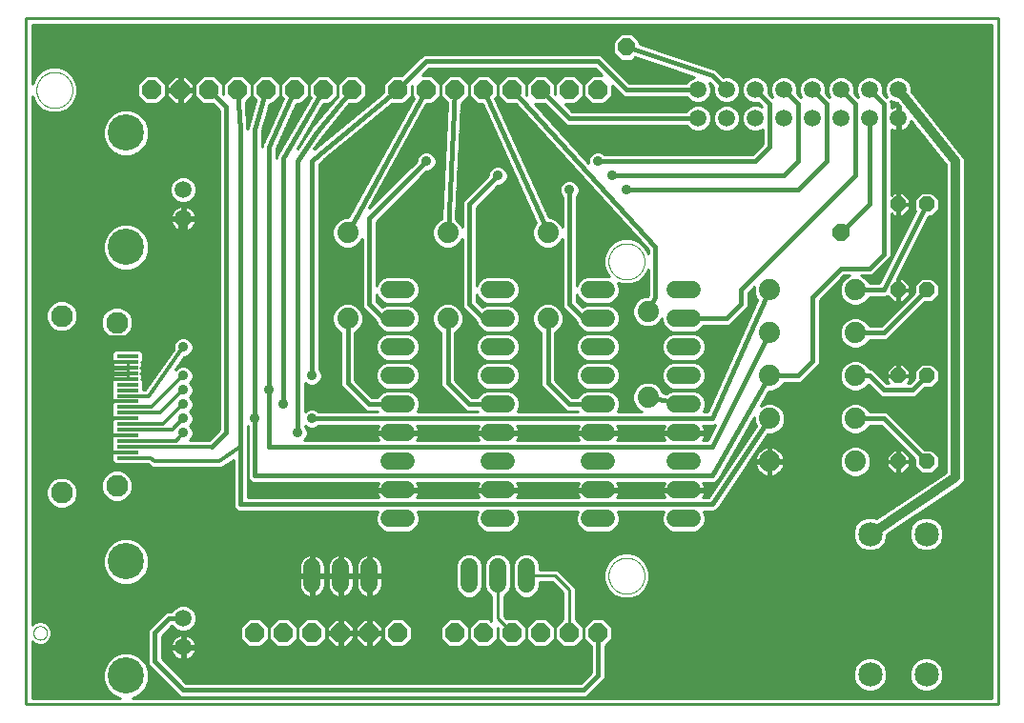
<source format=gtl>
G75*
%MOIN*%
%OFA0B0*%
%FSLAX25Y25*%
%IPPOS*%
%LPD*%
%AMOC8*
5,1,8,0,0,1.08239X$1,22.5*
%
%ADD10C,0.00000*%
%ADD11C,0.01000*%
%ADD12R,0.07480X0.01181*%
%ADD13C,0.07677*%
%ADD14OC8,0.06600*%
%ADD15C,0.06000*%
%ADD16OC8,0.05200*%
%ADD17C,0.05937*%
%ADD18C,0.08500*%
%ADD19OC8,0.06000*%
%ADD20C,0.07400*%
%ADD21C,0.12661*%
%ADD22C,0.01200*%
%ADD23C,0.03200*%
%ADD24C,0.01600*%
%ADD25C,0.03562*%
D10*
X0079638Y0026500D02*
X0079640Y0026597D01*
X0079646Y0026694D01*
X0079656Y0026790D01*
X0079670Y0026886D01*
X0079688Y0026982D01*
X0079709Y0027076D01*
X0079735Y0027170D01*
X0079764Y0027262D01*
X0079798Y0027353D01*
X0079834Y0027443D01*
X0079875Y0027531D01*
X0079919Y0027617D01*
X0079967Y0027702D01*
X0080018Y0027784D01*
X0080072Y0027865D01*
X0080130Y0027943D01*
X0080191Y0028018D01*
X0080254Y0028091D01*
X0080321Y0028162D01*
X0080391Y0028229D01*
X0080463Y0028294D01*
X0080538Y0028355D01*
X0080616Y0028414D01*
X0080695Y0028469D01*
X0080777Y0028521D01*
X0080861Y0028569D01*
X0080947Y0028614D01*
X0081035Y0028656D01*
X0081124Y0028694D01*
X0081215Y0028728D01*
X0081307Y0028758D01*
X0081400Y0028785D01*
X0081495Y0028807D01*
X0081590Y0028826D01*
X0081686Y0028841D01*
X0081782Y0028852D01*
X0081879Y0028859D01*
X0081976Y0028862D01*
X0082073Y0028861D01*
X0082170Y0028856D01*
X0082266Y0028847D01*
X0082362Y0028834D01*
X0082458Y0028817D01*
X0082553Y0028796D01*
X0082646Y0028772D01*
X0082739Y0028743D01*
X0082831Y0028711D01*
X0082921Y0028675D01*
X0083009Y0028636D01*
X0083096Y0028592D01*
X0083181Y0028546D01*
X0083264Y0028495D01*
X0083345Y0028442D01*
X0083423Y0028385D01*
X0083500Y0028325D01*
X0083573Y0028262D01*
X0083644Y0028196D01*
X0083712Y0028127D01*
X0083778Y0028055D01*
X0083840Y0027981D01*
X0083899Y0027904D01*
X0083955Y0027825D01*
X0084008Y0027743D01*
X0084058Y0027660D01*
X0084103Y0027574D01*
X0084146Y0027487D01*
X0084185Y0027398D01*
X0084220Y0027308D01*
X0084251Y0027216D01*
X0084278Y0027123D01*
X0084302Y0027029D01*
X0084322Y0026934D01*
X0084338Y0026838D01*
X0084350Y0026742D01*
X0084358Y0026645D01*
X0084362Y0026548D01*
X0084362Y0026452D01*
X0084358Y0026355D01*
X0084350Y0026258D01*
X0084338Y0026162D01*
X0084322Y0026066D01*
X0084302Y0025971D01*
X0084278Y0025877D01*
X0084251Y0025784D01*
X0084220Y0025692D01*
X0084185Y0025602D01*
X0084146Y0025513D01*
X0084103Y0025426D01*
X0084058Y0025340D01*
X0084008Y0025257D01*
X0083955Y0025175D01*
X0083899Y0025096D01*
X0083840Y0025019D01*
X0083778Y0024945D01*
X0083712Y0024873D01*
X0083644Y0024804D01*
X0083573Y0024738D01*
X0083500Y0024675D01*
X0083423Y0024615D01*
X0083345Y0024558D01*
X0083264Y0024505D01*
X0083181Y0024454D01*
X0083096Y0024408D01*
X0083009Y0024364D01*
X0082921Y0024325D01*
X0082831Y0024289D01*
X0082739Y0024257D01*
X0082646Y0024228D01*
X0082553Y0024204D01*
X0082458Y0024183D01*
X0082362Y0024166D01*
X0082266Y0024153D01*
X0082170Y0024144D01*
X0082073Y0024139D01*
X0081976Y0024138D01*
X0081879Y0024141D01*
X0081782Y0024148D01*
X0081686Y0024159D01*
X0081590Y0024174D01*
X0081495Y0024193D01*
X0081400Y0024215D01*
X0081307Y0024242D01*
X0081215Y0024272D01*
X0081124Y0024306D01*
X0081035Y0024344D01*
X0080947Y0024386D01*
X0080861Y0024431D01*
X0080777Y0024479D01*
X0080695Y0024531D01*
X0080616Y0024586D01*
X0080538Y0024645D01*
X0080463Y0024706D01*
X0080391Y0024771D01*
X0080321Y0024838D01*
X0080254Y0024909D01*
X0080191Y0024982D01*
X0080130Y0025057D01*
X0080072Y0025135D01*
X0080018Y0025216D01*
X0079967Y0025298D01*
X0079919Y0025383D01*
X0079875Y0025469D01*
X0079834Y0025557D01*
X0079798Y0025647D01*
X0079764Y0025738D01*
X0079735Y0025830D01*
X0079709Y0025924D01*
X0079688Y0026018D01*
X0079670Y0026114D01*
X0079656Y0026210D01*
X0079646Y0026306D01*
X0079640Y0026403D01*
X0079638Y0026500D01*
X0280701Y0046500D02*
X0280703Y0046658D01*
X0280709Y0046816D01*
X0280719Y0046974D01*
X0280733Y0047132D01*
X0280751Y0047289D01*
X0280772Y0047446D01*
X0280798Y0047602D01*
X0280828Y0047758D01*
X0280861Y0047913D01*
X0280899Y0048066D01*
X0280940Y0048219D01*
X0280985Y0048371D01*
X0281034Y0048522D01*
X0281087Y0048671D01*
X0281143Y0048819D01*
X0281203Y0048965D01*
X0281267Y0049110D01*
X0281335Y0049253D01*
X0281406Y0049395D01*
X0281480Y0049535D01*
X0281558Y0049672D01*
X0281640Y0049808D01*
X0281724Y0049942D01*
X0281813Y0050073D01*
X0281904Y0050202D01*
X0281999Y0050329D01*
X0282096Y0050454D01*
X0282197Y0050576D01*
X0282301Y0050695D01*
X0282408Y0050812D01*
X0282518Y0050926D01*
X0282631Y0051037D01*
X0282746Y0051146D01*
X0282864Y0051251D01*
X0282985Y0051353D01*
X0283108Y0051453D01*
X0283234Y0051549D01*
X0283362Y0051642D01*
X0283492Y0051732D01*
X0283625Y0051818D01*
X0283760Y0051902D01*
X0283896Y0051981D01*
X0284035Y0052058D01*
X0284176Y0052130D01*
X0284318Y0052200D01*
X0284462Y0052265D01*
X0284608Y0052327D01*
X0284755Y0052385D01*
X0284904Y0052440D01*
X0285054Y0052491D01*
X0285205Y0052538D01*
X0285357Y0052581D01*
X0285510Y0052620D01*
X0285665Y0052656D01*
X0285820Y0052687D01*
X0285976Y0052715D01*
X0286132Y0052739D01*
X0286289Y0052759D01*
X0286447Y0052775D01*
X0286604Y0052787D01*
X0286763Y0052795D01*
X0286921Y0052799D01*
X0287079Y0052799D01*
X0287237Y0052795D01*
X0287396Y0052787D01*
X0287553Y0052775D01*
X0287711Y0052759D01*
X0287868Y0052739D01*
X0288024Y0052715D01*
X0288180Y0052687D01*
X0288335Y0052656D01*
X0288490Y0052620D01*
X0288643Y0052581D01*
X0288795Y0052538D01*
X0288946Y0052491D01*
X0289096Y0052440D01*
X0289245Y0052385D01*
X0289392Y0052327D01*
X0289538Y0052265D01*
X0289682Y0052200D01*
X0289824Y0052130D01*
X0289965Y0052058D01*
X0290104Y0051981D01*
X0290240Y0051902D01*
X0290375Y0051818D01*
X0290508Y0051732D01*
X0290638Y0051642D01*
X0290766Y0051549D01*
X0290892Y0051453D01*
X0291015Y0051353D01*
X0291136Y0051251D01*
X0291254Y0051146D01*
X0291369Y0051037D01*
X0291482Y0050926D01*
X0291592Y0050812D01*
X0291699Y0050695D01*
X0291803Y0050576D01*
X0291904Y0050454D01*
X0292001Y0050329D01*
X0292096Y0050202D01*
X0292187Y0050073D01*
X0292276Y0049942D01*
X0292360Y0049808D01*
X0292442Y0049672D01*
X0292520Y0049535D01*
X0292594Y0049395D01*
X0292665Y0049253D01*
X0292733Y0049110D01*
X0292797Y0048965D01*
X0292857Y0048819D01*
X0292913Y0048671D01*
X0292966Y0048522D01*
X0293015Y0048371D01*
X0293060Y0048219D01*
X0293101Y0048066D01*
X0293139Y0047913D01*
X0293172Y0047758D01*
X0293202Y0047602D01*
X0293228Y0047446D01*
X0293249Y0047289D01*
X0293267Y0047132D01*
X0293281Y0046974D01*
X0293291Y0046816D01*
X0293297Y0046658D01*
X0293299Y0046500D01*
X0293297Y0046342D01*
X0293291Y0046184D01*
X0293281Y0046026D01*
X0293267Y0045868D01*
X0293249Y0045711D01*
X0293228Y0045554D01*
X0293202Y0045398D01*
X0293172Y0045242D01*
X0293139Y0045087D01*
X0293101Y0044934D01*
X0293060Y0044781D01*
X0293015Y0044629D01*
X0292966Y0044478D01*
X0292913Y0044329D01*
X0292857Y0044181D01*
X0292797Y0044035D01*
X0292733Y0043890D01*
X0292665Y0043747D01*
X0292594Y0043605D01*
X0292520Y0043465D01*
X0292442Y0043328D01*
X0292360Y0043192D01*
X0292276Y0043058D01*
X0292187Y0042927D01*
X0292096Y0042798D01*
X0292001Y0042671D01*
X0291904Y0042546D01*
X0291803Y0042424D01*
X0291699Y0042305D01*
X0291592Y0042188D01*
X0291482Y0042074D01*
X0291369Y0041963D01*
X0291254Y0041854D01*
X0291136Y0041749D01*
X0291015Y0041647D01*
X0290892Y0041547D01*
X0290766Y0041451D01*
X0290638Y0041358D01*
X0290508Y0041268D01*
X0290375Y0041182D01*
X0290240Y0041098D01*
X0290104Y0041019D01*
X0289965Y0040942D01*
X0289824Y0040870D01*
X0289682Y0040800D01*
X0289538Y0040735D01*
X0289392Y0040673D01*
X0289245Y0040615D01*
X0289096Y0040560D01*
X0288946Y0040509D01*
X0288795Y0040462D01*
X0288643Y0040419D01*
X0288490Y0040380D01*
X0288335Y0040344D01*
X0288180Y0040313D01*
X0288024Y0040285D01*
X0287868Y0040261D01*
X0287711Y0040241D01*
X0287553Y0040225D01*
X0287396Y0040213D01*
X0287237Y0040205D01*
X0287079Y0040201D01*
X0286921Y0040201D01*
X0286763Y0040205D01*
X0286604Y0040213D01*
X0286447Y0040225D01*
X0286289Y0040241D01*
X0286132Y0040261D01*
X0285976Y0040285D01*
X0285820Y0040313D01*
X0285665Y0040344D01*
X0285510Y0040380D01*
X0285357Y0040419D01*
X0285205Y0040462D01*
X0285054Y0040509D01*
X0284904Y0040560D01*
X0284755Y0040615D01*
X0284608Y0040673D01*
X0284462Y0040735D01*
X0284318Y0040800D01*
X0284176Y0040870D01*
X0284035Y0040942D01*
X0283896Y0041019D01*
X0283760Y0041098D01*
X0283625Y0041182D01*
X0283492Y0041268D01*
X0283362Y0041358D01*
X0283234Y0041451D01*
X0283108Y0041547D01*
X0282985Y0041647D01*
X0282864Y0041749D01*
X0282746Y0041854D01*
X0282631Y0041963D01*
X0282518Y0042074D01*
X0282408Y0042188D01*
X0282301Y0042305D01*
X0282197Y0042424D01*
X0282096Y0042546D01*
X0281999Y0042671D01*
X0281904Y0042798D01*
X0281813Y0042927D01*
X0281724Y0043058D01*
X0281640Y0043192D01*
X0281558Y0043328D01*
X0281480Y0043465D01*
X0281406Y0043605D01*
X0281335Y0043747D01*
X0281267Y0043890D01*
X0281203Y0044035D01*
X0281143Y0044181D01*
X0281087Y0044329D01*
X0281034Y0044478D01*
X0280985Y0044629D01*
X0280940Y0044781D01*
X0280899Y0044934D01*
X0280861Y0045087D01*
X0280828Y0045242D01*
X0280798Y0045398D01*
X0280772Y0045554D01*
X0280751Y0045711D01*
X0280733Y0045868D01*
X0280719Y0046026D01*
X0280709Y0046184D01*
X0280703Y0046342D01*
X0280701Y0046500D01*
X0280701Y0156500D02*
X0280703Y0156658D01*
X0280709Y0156816D01*
X0280719Y0156974D01*
X0280733Y0157132D01*
X0280751Y0157289D01*
X0280772Y0157446D01*
X0280798Y0157602D01*
X0280828Y0157758D01*
X0280861Y0157913D01*
X0280899Y0158066D01*
X0280940Y0158219D01*
X0280985Y0158371D01*
X0281034Y0158522D01*
X0281087Y0158671D01*
X0281143Y0158819D01*
X0281203Y0158965D01*
X0281267Y0159110D01*
X0281335Y0159253D01*
X0281406Y0159395D01*
X0281480Y0159535D01*
X0281558Y0159672D01*
X0281640Y0159808D01*
X0281724Y0159942D01*
X0281813Y0160073D01*
X0281904Y0160202D01*
X0281999Y0160329D01*
X0282096Y0160454D01*
X0282197Y0160576D01*
X0282301Y0160695D01*
X0282408Y0160812D01*
X0282518Y0160926D01*
X0282631Y0161037D01*
X0282746Y0161146D01*
X0282864Y0161251D01*
X0282985Y0161353D01*
X0283108Y0161453D01*
X0283234Y0161549D01*
X0283362Y0161642D01*
X0283492Y0161732D01*
X0283625Y0161818D01*
X0283760Y0161902D01*
X0283896Y0161981D01*
X0284035Y0162058D01*
X0284176Y0162130D01*
X0284318Y0162200D01*
X0284462Y0162265D01*
X0284608Y0162327D01*
X0284755Y0162385D01*
X0284904Y0162440D01*
X0285054Y0162491D01*
X0285205Y0162538D01*
X0285357Y0162581D01*
X0285510Y0162620D01*
X0285665Y0162656D01*
X0285820Y0162687D01*
X0285976Y0162715D01*
X0286132Y0162739D01*
X0286289Y0162759D01*
X0286447Y0162775D01*
X0286604Y0162787D01*
X0286763Y0162795D01*
X0286921Y0162799D01*
X0287079Y0162799D01*
X0287237Y0162795D01*
X0287396Y0162787D01*
X0287553Y0162775D01*
X0287711Y0162759D01*
X0287868Y0162739D01*
X0288024Y0162715D01*
X0288180Y0162687D01*
X0288335Y0162656D01*
X0288490Y0162620D01*
X0288643Y0162581D01*
X0288795Y0162538D01*
X0288946Y0162491D01*
X0289096Y0162440D01*
X0289245Y0162385D01*
X0289392Y0162327D01*
X0289538Y0162265D01*
X0289682Y0162200D01*
X0289824Y0162130D01*
X0289965Y0162058D01*
X0290104Y0161981D01*
X0290240Y0161902D01*
X0290375Y0161818D01*
X0290508Y0161732D01*
X0290638Y0161642D01*
X0290766Y0161549D01*
X0290892Y0161453D01*
X0291015Y0161353D01*
X0291136Y0161251D01*
X0291254Y0161146D01*
X0291369Y0161037D01*
X0291482Y0160926D01*
X0291592Y0160812D01*
X0291699Y0160695D01*
X0291803Y0160576D01*
X0291904Y0160454D01*
X0292001Y0160329D01*
X0292096Y0160202D01*
X0292187Y0160073D01*
X0292276Y0159942D01*
X0292360Y0159808D01*
X0292442Y0159672D01*
X0292520Y0159535D01*
X0292594Y0159395D01*
X0292665Y0159253D01*
X0292733Y0159110D01*
X0292797Y0158965D01*
X0292857Y0158819D01*
X0292913Y0158671D01*
X0292966Y0158522D01*
X0293015Y0158371D01*
X0293060Y0158219D01*
X0293101Y0158066D01*
X0293139Y0157913D01*
X0293172Y0157758D01*
X0293202Y0157602D01*
X0293228Y0157446D01*
X0293249Y0157289D01*
X0293267Y0157132D01*
X0293281Y0156974D01*
X0293291Y0156816D01*
X0293297Y0156658D01*
X0293299Y0156500D01*
X0293297Y0156342D01*
X0293291Y0156184D01*
X0293281Y0156026D01*
X0293267Y0155868D01*
X0293249Y0155711D01*
X0293228Y0155554D01*
X0293202Y0155398D01*
X0293172Y0155242D01*
X0293139Y0155087D01*
X0293101Y0154934D01*
X0293060Y0154781D01*
X0293015Y0154629D01*
X0292966Y0154478D01*
X0292913Y0154329D01*
X0292857Y0154181D01*
X0292797Y0154035D01*
X0292733Y0153890D01*
X0292665Y0153747D01*
X0292594Y0153605D01*
X0292520Y0153465D01*
X0292442Y0153328D01*
X0292360Y0153192D01*
X0292276Y0153058D01*
X0292187Y0152927D01*
X0292096Y0152798D01*
X0292001Y0152671D01*
X0291904Y0152546D01*
X0291803Y0152424D01*
X0291699Y0152305D01*
X0291592Y0152188D01*
X0291482Y0152074D01*
X0291369Y0151963D01*
X0291254Y0151854D01*
X0291136Y0151749D01*
X0291015Y0151647D01*
X0290892Y0151547D01*
X0290766Y0151451D01*
X0290638Y0151358D01*
X0290508Y0151268D01*
X0290375Y0151182D01*
X0290240Y0151098D01*
X0290104Y0151019D01*
X0289965Y0150942D01*
X0289824Y0150870D01*
X0289682Y0150800D01*
X0289538Y0150735D01*
X0289392Y0150673D01*
X0289245Y0150615D01*
X0289096Y0150560D01*
X0288946Y0150509D01*
X0288795Y0150462D01*
X0288643Y0150419D01*
X0288490Y0150380D01*
X0288335Y0150344D01*
X0288180Y0150313D01*
X0288024Y0150285D01*
X0287868Y0150261D01*
X0287711Y0150241D01*
X0287553Y0150225D01*
X0287396Y0150213D01*
X0287237Y0150205D01*
X0287079Y0150201D01*
X0286921Y0150201D01*
X0286763Y0150205D01*
X0286604Y0150213D01*
X0286447Y0150225D01*
X0286289Y0150241D01*
X0286132Y0150261D01*
X0285976Y0150285D01*
X0285820Y0150313D01*
X0285665Y0150344D01*
X0285510Y0150380D01*
X0285357Y0150419D01*
X0285205Y0150462D01*
X0285054Y0150509D01*
X0284904Y0150560D01*
X0284755Y0150615D01*
X0284608Y0150673D01*
X0284462Y0150735D01*
X0284318Y0150800D01*
X0284176Y0150870D01*
X0284035Y0150942D01*
X0283896Y0151019D01*
X0283760Y0151098D01*
X0283625Y0151182D01*
X0283492Y0151268D01*
X0283362Y0151358D01*
X0283234Y0151451D01*
X0283108Y0151547D01*
X0282985Y0151647D01*
X0282864Y0151749D01*
X0282746Y0151854D01*
X0282631Y0151963D01*
X0282518Y0152074D01*
X0282408Y0152188D01*
X0282301Y0152305D01*
X0282197Y0152424D01*
X0282096Y0152546D01*
X0281999Y0152671D01*
X0281904Y0152798D01*
X0281813Y0152927D01*
X0281724Y0153058D01*
X0281640Y0153192D01*
X0281558Y0153328D01*
X0281480Y0153465D01*
X0281406Y0153605D01*
X0281335Y0153747D01*
X0281267Y0153890D01*
X0281203Y0154035D01*
X0281143Y0154181D01*
X0281087Y0154329D01*
X0281034Y0154478D01*
X0280985Y0154629D01*
X0280940Y0154781D01*
X0280899Y0154934D01*
X0280861Y0155087D01*
X0280828Y0155242D01*
X0280798Y0155398D01*
X0280772Y0155554D01*
X0280751Y0155711D01*
X0280733Y0155868D01*
X0280719Y0156026D01*
X0280709Y0156184D01*
X0280703Y0156342D01*
X0280701Y0156500D01*
X0080701Y0216500D02*
X0080703Y0216658D01*
X0080709Y0216816D01*
X0080719Y0216974D01*
X0080733Y0217132D01*
X0080751Y0217289D01*
X0080772Y0217446D01*
X0080798Y0217602D01*
X0080828Y0217758D01*
X0080861Y0217913D01*
X0080899Y0218066D01*
X0080940Y0218219D01*
X0080985Y0218371D01*
X0081034Y0218522D01*
X0081087Y0218671D01*
X0081143Y0218819D01*
X0081203Y0218965D01*
X0081267Y0219110D01*
X0081335Y0219253D01*
X0081406Y0219395D01*
X0081480Y0219535D01*
X0081558Y0219672D01*
X0081640Y0219808D01*
X0081724Y0219942D01*
X0081813Y0220073D01*
X0081904Y0220202D01*
X0081999Y0220329D01*
X0082096Y0220454D01*
X0082197Y0220576D01*
X0082301Y0220695D01*
X0082408Y0220812D01*
X0082518Y0220926D01*
X0082631Y0221037D01*
X0082746Y0221146D01*
X0082864Y0221251D01*
X0082985Y0221353D01*
X0083108Y0221453D01*
X0083234Y0221549D01*
X0083362Y0221642D01*
X0083492Y0221732D01*
X0083625Y0221818D01*
X0083760Y0221902D01*
X0083896Y0221981D01*
X0084035Y0222058D01*
X0084176Y0222130D01*
X0084318Y0222200D01*
X0084462Y0222265D01*
X0084608Y0222327D01*
X0084755Y0222385D01*
X0084904Y0222440D01*
X0085054Y0222491D01*
X0085205Y0222538D01*
X0085357Y0222581D01*
X0085510Y0222620D01*
X0085665Y0222656D01*
X0085820Y0222687D01*
X0085976Y0222715D01*
X0086132Y0222739D01*
X0086289Y0222759D01*
X0086447Y0222775D01*
X0086604Y0222787D01*
X0086763Y0222795D01*
X0086921Y0222799D01*
X0087079Y0222799D01*
X0087237Y0222795D01*
X0087396Y0222787D01*
X0087553Y0222775D01*
X0087711Y0222759D01*
X0087868Y0222739D01*
X0088024Y0222715D01*
X0088180Y0222687D01*
X0088335Y0222656D01*
X0088490Y0222620D01*
X0088643Y0222581D01*
X0088795Y0222538D01*
X0088946Y0222491D01*
X0089096Y0222440D01*
X0089245Y0222385D01*
X0089392Y0222327D01*
X0089538Y0222265D01*
X0089682Y0222200D01*
X0089824Y0222130D01*
X0089965Y0222058D01*
X0090104Y0221981D01*
X0090240Y0221902D01*
X0090375Y0221818D01*
X0090508Y0221732D01*
X0090638Y0221642D01*
X0090766Y0221549D01*
X0090892Y0221453D01*
X0091015Y0221353D01*
X0091136Y0221251D01*
X0091254Y0221146D01*
X0091369Y0221037D01*
X0091482Y0220926D01*
X0091592Y0220812D01*
X0091699Y0220695D01*
X0091803Y0220576D01*
X0091904Y0220454D01*
X0092001Y0220329D01*
X0092096Y0220202D01*
X0092187Y0220073D01*
X0092276Y0219942D01*
X0092360Y0219808D01*
X0092442Y0219672D01*
X0092520Y0219535D01*
X0092594Y0219395D01*
X0092665Y0219253D01*
X0092733Y0219110D01*
X0092797Y0218965D01*
X0092857Y0218819D01*
X0092913Y0218671D01*
X0092966Y0218522D01*
X0093015Y0218371D01*
X0093060Y0218219D01*
X0093101Y0218066D01*
X0093139Y0217913D01*
X0093172Y0217758D01*
X0093202Y0217602D01*
X0093228Y0217446D01*
X0093249Y0217289D01*
X0093267Y0217132D01*
X0093281Y0216974D01*
X0093291Y0216816D01*
X0093297Y0216658D01*
X0093299Y0216500D01*
X0093297Y0216342D01*
X0093291Y0216184D01*
X0093281Y0216026D01*
X0093267Y0215868D01*
X0093249Y0215711D01*
X0093228Y0215554D01*
X0093202Y0215398D01*
X0093172Y0215242D01*
X0093139Y0215087D01*
X0093101Y0214934D01*
X0093060Y0214781D01*
X0093015Y0214629D01*
X0092966Y0214478D01*
X0092913Y0214329D01*
X0092857Y0214181D01*
X0092797Y0214035D01*
X0092733Y0213890D01*
X0092665Y0213747D01*
X0092594Y0213605D01*
X0092520Y0213465D01*
X0092442Y0213328D01*
X0092360Y0213192D01*
X0092276Y0213058D01*
X0092187Y0212927D01*
X0092096Y0212798D01*
X0092001Y0212671D01*
X0091904Y0212546D01*
X0091803Y0212424D01*
X0091699Y0212305D01*
X0091592Y0212188D01*
X0091482Y0212074D01*
X0091369Y0211963D01*
X0091254Y0211854D01*
X0091136Y0211749D01*
X0091015Y0211647D01*
X0090892Y0211547D01*
X0090766Y0211451D01*
X0090638Y0211358D01*
X0090508Y0211268D01*
X0090375Y0211182D01*
X0090240Y0211098D01*
X0090104Y0211019D01*
X0089965Y0210942D01*
X0089824Y0210870D01*
X0089682Y0210800D01*
X0089538Y0210735D01*
X0089392Y0210673D01*
X0089245Y0210615D01*
X0089096Y0210560D01*
X0088946Y0210509D01*
X0088795Y0210462D01*
X0088643Y0210419D01*
X0088490Y0210380D01*
X0088335Y0210344D01*
X0088180Y0210313D01*
X0088024Y0210285D01*
X0087868Y0210261D01*
X0087711Y0210241D01*
X0087553Y0210225D01*
X0087396Y0210213D01*
X0087237Y0210205D01*
X0087079Y0210201D01*
X0086921Y0210201D01*
X0086763Y0210205D01*
X0086604Y0210213D01*
X0086447Y0210225D01*
X0086289Y0210241D01*
X0086132Y0210261D01*
X0085976Y0210285D01*
X0085820Y0210313D01*
X0085665Y0210344D01*
X0085510Y0210380D01*
X0085357Y0210419D01*
X0085205Y0210462D01*
X0085054Y0210509D01*
X0084904Y0210560D01*
X0084755Y0210615D01*
X0084608Y0210673D01*
X0084462Y0210735D01*
X0084318Y0210800D01*
X0084176Y0210870D01*
X0084035Y0210942D01*
X0083896Y0211019D01*
X0083760Y0211098D01*
X0083625Y0211182D01*
X0083492Y0211268D01*
X0083362Y0211358D01*
X0083234Y0211451D01*
X0083108Y0211547D01*
X0082985Y0211647D01*
X0082864Y0211749D01*
X0082746Y0211854D01*
X0082631Y0211963D01*
X0082518Y0212074D01*
X0082408Y0212188D01*
X0082301Y0212305D01*
X0082197Y0212424D01*
X0082096Y0212546D01*
X0081999Y0212671D01*
X0081904Y0212798D01*
X0081813Y0212927D01*
X0081724Y0213058D01*
X0081640Y0213192D01*
X0081558Y0213328D01*
X0081480Y0213465D01*
X0081406Y0213605D01*
X0081335Y0213747D01*
X0081267Y0213890D01*
X0081203Y0214035D01*
X0081143Y0214181D01*
X0081087Y0214329D01*
X0081034Y0214478D01*
X0080985Y0214629D01*
X0080940Y0214781D01*
X0080899Y0214934D01*
X0080861Y0215087D01*
X0080828Y0215242D01*
X0080798Y0215398D01*
X0080772Y0215554D01*
X0080751Y0215711D01*
X0080733Y0215868D01*
X0080719Y0216026D01*
X0080709Y0216184D01*
X0080703Y0216342D01*
X0080701Y0216500D01*
D11*
X0077000Y0001500D02*
X0417000Y0001500D01*
X0417000Y0241500D01*
X0077000Y0241500D01*
X0077000Y0001500D01*
X0079200Y0003700D02*
X0079200Y0023555D01*
X0079699Y0023056D01*
X0081192Y0022438D01*
X0082808Y0022438D01*
X0084301Y0023056D01*
X0085444Y0024199D01*
X0086062Y0025692D01*
X0086062Y0027308D01*
X0085444Y0028801D01*
X0084301Y0029944D01*
X0082808Y0030562D01*
X0081192Y0030562D01*
X0079699Y0029944D01*
X0079200Y0029445D01*
X0079200Y0214428D01*
X0080219Y0211969D01*
X0082469Y0209719D01*
X0085409Y0208501D01*
X0088591Y0208501D01*
X0091531Y0209719D01*
X0093781Y0211969D01*
X0094999Y0214909D01*
X0094999Y0218091D01*
X0093781Y0221031D01*
X0091531Y0223281D01*
X0088591Y0224499D01*
X0085409Y0224499D01*
X0082469Y0223281D01*
X0080219Y0221031D01*
X0079200Y0218572D01*
X0079200Y0239300D01*
X0414800Y0239300D01*
X0414800Y0003700D01*
X0114154Y0003700D01*
X0116549Y0004692D01*
X0118808Y0006951D01*
X0120031Y0009903D01*
X0120031Y0013097D01*
X0118808Y0016049D01*
X0116549Y0018308D01*
X0113597Y0019531D01*
X0110403Y0019531D01*
X0107451Y0018308D01*
X0105192Y0016049D01*
X0103969Y0013097D01*
X0103969Y0009903D01*
X0105192Y0006951D01*
X0107451Y0004692D01*
X0109846Y0003700D01*
X0079200Y0003700D01*
X0079200Y0004496D02*
X0107925Y0004496D01*
X0106649Y0005494D02*
X0079200Y0005494D01*
X0079200Y0006493D02*
X0105650Y0006493D01*
X0104968Y0007491D02*
X0079200Y0007491D01*
X0079200Y0008490D02*
X0104555Y0008490D01*
X0104141Y0009488D02*
X0079200Y0009488D01*
X0079200Y0010487D02*
X0103969Y0010487D01*
X0103969Y0011485D02*
X0079200Y0011485D01*
X0079200Y0012484D02*
X0103969Y0012484D01*
X0104129Y0013482D02*
X0079200Y0013482D01*
X0079200Y0014481D02*
X0104542Y0014481D01*
X0104956Y0015479D02*
X0079200Y0015479D01*
X0079200Y0016478D02*
X0105621Y0016478D01*
X0106619Y0017476D02*
X0079200Y0017476D01*
X0079200Y0018475D02*
X0107853Y0018475D01*
X0110264Y0019473D02*
X0079200Y0019473D01*
X0079200Y0020472D02*
X0119500Y0020472D01*
X0119500Y0021470D02*
X0079200Y0021470D01*
X0079200Y0022469D02*
X0081117Y0022469D01*
X0082883Y0022469D02*
X0119500Y0022469D01*
X0119500Y0023467D02*
X0084712Y0023467D01*
X0085554Y0024466D02*
X0119500Y0024466D01*
X0119500Y0025464D02*
X0085968Y0025464D01*
X0086062Y0026463D02*
X0119500Y0026463D01*
X0119500Y0026997D02*
X0119500Y0016003D01*
X0119881Y0015084D01*
X0120584Y0014381D01*
X0130584Y0004381D01*
X0131503Y0004000D01*
X0272497Y0004000D01*
X0273416Y0004381D01*
X0274119Y0005084D01*
X0279119Y0010084D01*
X0279500Y0011003D01*
X0279500Y0021929D01*
X0282000Y0024429D01*
X0282000Y0028571D01*
X0279071Y0031500D01*
X0274929Y0031500D01*
X0272000Y0028571D01*
X0272000Y0024429D01*
X0274500Y0021929D01*
X0274500Y0012536D01*
X0270964Y0009000D01*
X0133036Y0009000D01*
X0124500Y0017536D01*
X0124500Y0025464D01*
X0129938Y0025464D01*
X0129658Y0025322D02*
X0130285Y0025641D01*
X0130954Y0025858D01*
X0131516Y0025947D01*
X0131516Y0021984D01*
X0131516Y0021016D01*
X0127552Y0021016D01*
X0127642Y0020454D01*
X0127859Y0019785D01*
X0128178Y0019158D01*
X0128592Y0018589D01*
X0129089Y0018092D01*
X0129658Y0017678D01*
X0130285Y0017359D01*
X0130954Y0017142D01*
X0131516Y0017052D01*
X0131516Y0021016D01*
X0132484Y0021016D01*
X0132484Y0017052D01*
X0133046Y0017142D01*
X0133715Y0017359D01*
X0134342Y0017678D01*
X0134911Y0018092D01*
X0135408Y0018589D01*
X0135822Y0019158D01*
X0136141Y0019785D01*
X0136358Y0020454D01*
X0136447Y0021016D01*
X0132484Y0021016D01*
X0132484Y0021984D01*
X0131516Y0021984D01*
X0127552Y0021984D01*
X0127642Y0022546D01*
X0127859Y0023215D01*
X0128178Y0023842D01*
X0128592Y0024411D01*
X0129089Y0024908D01*
X0129658Y0025322D01*
X0128646Y0024466D02*
X0124500Y0024466D01*
X0124500Y0025464D02*
X0127998Y0028962D01*
X0128042Y0028855D01*
X0129355Y0027542D01*
X0131071Y0026831D01*
X0132929Y0026831D01*
X0134644Y0027542D01*
X0135958Y0028855D01*
X0136668Y0030571D01*
X0136668Y0032429D01*
X0135958Y0034144D01*
X0134644Y0035458D01*
X0132929Y0036168D01*
X0131071Y0036168D01*
X0129355Y0035458D01*
X0128042Y0034144D01*
X0127982Y0034000D01*
X0126503Y0034000D01*
X0125584Y0033619D01*
X0124881Y0032916D01*
X0119881Y0027916D01*
X0119500Y0026997D01*
X0119692Y0027461D02*
X0085999Y0027461D01*
X0085585Y0028460D02*
X0120424Y0028460D01*
X0121423Y0029458D02*
X0084786Y0029458D01*
X0083062Y0030457D02*
X0122421Y0030457D01*
X0123420Y0031455D02*
X0079200Y0031455D01*
X0079200Y0030457D02*
X0080938Y0030457D01*
X0079214Y0029458D02*
X0079200Y0029458D01*
X0079200Y0032454D02*
X0124418Y0032454D01*
X0125417Y0033452D02*
X0079200Y0033452D01*
X0079200Y0034451D02*
X0128349Y0034451D01*
X0129347Y0035449D02*
X0079200Y0035449D01*
X0079200Y0036448D02*
X0239800Y0036448D01*
X0239800Y0037446D02*
X0079200Y0037446D01*
X0079200Y0038445D02*
X0239800Y0038445D01*
X0239800Y0039324D02*
X0239800Y0030771D01*
X0239071Y0031500D01*
X0234929Y0031500D01*
X0232000Y0028571D01*
X0229071Y0031500D01*
X0224929Y0031500D01*
X0222000Y0028571D01*
X0222000Y0024429D01*
X0224929Y0021500D01*
X0229071Y0021500D01*
X0232000Y0024429D01*
X0232000Y0028571D01*
X0232000Y0024429D01*
X0234929Y0021500D01*
X0239071Y0021500D01*
X0242000Y0024429D01*
X0244929Y0021500D01*
X0249071Y0021500D01*
X0252000Y0024429D01*
X0254929Y0021500D01*
X0259071Y0021500D01*
X0262000Y0024429D01*
X0264929Y0021500D01*
X0269071Y0021500D01*
X0272000Y0024429D01*
X0272000Y0028571D01*
X0269200Y0031371D01*
X0269200Y0042411D01*
X0264200Y0047411D01*
X0262911Y0048700D01*
X0256700Y0048700D01*
X0256700Y0050435D01*
X0255984Y0052162D01*
X0254662Y0053484D01*
X0252935Y0054200D01*
X0251065Y0054200D01*
X0249338Y0053484D01*
X0248016Y0052162D01*
X0247300Y0050435D01*
X0247300Y0042565D01*
X0248016Y0040838D01*
X0249338Y0039516D01*
X0251065Y0038800D01*
X0252935Y0038800D01*
X0254662Y0039516D01*
X0255984Y0040838D01*
X0256700Y0042565D01*
X0256700Y0044300D01*
X0261089Y0044300D01*
X0264800Y0040589D01*
X0264800Y0031371D01*
X0262000Y0028571D01*
X0262000Y0024429D01*
X0262000Y0028571D01*
X0259071Y0031500D01*
X0254929Y0031500D01*
X0252000Y0028571D01*
X0252000Y0024429D01*
X0252000Y0028571D01*
X0249071Y0031500D01*
X0245111Y0031500D01*
X0244200Y0032411D01*
X0244200Y0039324D01*
X0244662Y0039516D01*
X0245984Y0040838D01*
X0246700Y0042565D01*
X0246700Y0050435D01*
X0245984Y0052162D01*
X0244662Y0053484D01*
X0242935Y0054200D01*
X0241065Y0054200D01*
X0239338Y0053484D01*
X0238016Y0052162D01*
X0237300Y0050435D01*
X0237300Y0042565D01*
X0238016Y0040838D01*
X0239338Y0039516D01*
X0239800Y0039324D01*
X0239512Y0039443D02*
X0234488Y0039443D01*
X0234662Y0039516D02*
X0235984Y0040838D01*
X0236700Y0042565D01*
X0236700Y0050435D01*
X0235984Y0052162D01*
X0234662Y0053484D01*
X0232935Y0054200D01*
X0231065Y0054200D01*
X0229338Y0053484D01*
X0228016Y0052162D01*
X0227300Y0050435D01*
X0227300Y0042565D01*
X0228016Y0040838D01*
X0229338Y0039516D01*
X0231065Y0038800D01*
X0232935Y0038800D01*
X0234662Y0039516D01*
X0235589Y0040442D02*
X0238411Y0040442D01*
X0237766Y0041440D02*
X0236234Y0041440D01*
X0236648Y0042439D02*
X0237352Y0042439D01*
X0237300Y0043437D02*
X0236700Y0043437D01*
X0236700Y0044436D02*
X0237300Y0044436D01*
X0237300Y0045434D02*
X0236700Y0045434D01*
X0236700Y0046433D02*
X0237300Y0046433D01*
X0237300Y0047432D02*
X0236700Y0047432D01*
X0236700Y0048430D02*
X0237300Y0048430D01*
X0237300Y0049429D02*
X0236700Y0049429D01*
X0236700Y0050427D02*
X0237300Y0050427D01*
X0237710Y0051426D02*
X0236290Y0051426D01*
X0235723Y0052424D02*
X0238277Y0052424D01*
X0239276Y0053423D02*
X0234724Y0053423D01*
X0229276Y0053423D02*
X0199214Y0053423D01*
X0199359Y0053349D02*
X0198727Y0053670D01*
X0198054Y0053889D01*
X0197500Y0053977D01*
X0197500Y0047000D01*
X0201500Y0047000D01*
X0201500Y0049854D01*
X0201389Y0050554D01*
X0201170Y0051227D01*
X0200849Y0051859D01*
X0200432Y0052432D01*
X0199932Y0052932D01*
X0199359Y0053349D01*
X0200438Y0052424D02*
X0228277Y0052424D01*
X0227710Y0051426D02*
X0201069Y0051426D01*
X0201409Y0050427D02*
X0227300Y0050427D01*
X0227300Y0049429D02*
X0201500Y0049429D01*
X0201500Y0048430D02*
X0227300Y0048430D01*
X0227300Y0047432D02*
X0201500Y0047432D01*
X0201500Y0046000D02*
X0197500Y0046000D01*
X0197500Y0047000D01*
X0196500Y0047000D01*
X0196500Y0053977D01*
X0195946Y0053889D01*
X0195273Y0053670D01*
X0194641Y0053349D01*
X0194068Y0052932D01*
X0193568Y0052432D01*
X0193151Y0051859D01*
X0192830Y0051227D01*
X0192611Y0050554D01*
X0192500Y0049854D01*
X0192500Y0047000D01*
X0196500Y0047000D01*
X0196500Y0046000D01*
X0197500Y0046000D01*
X0197500Y0039023D01*
X0198054Y0039111D01*
X0198727Y0039330D01*
X0199359Y0039651D01*
X0199932Y0040068D01*
X0200432Y0040568D01*
X0200849Y0041141D01*
X0201170Y0041773D01*
X0201389Y0042446D01*
X0201500Y0043146D01*
X0201500Y0046000D01*
X0201500Y0045434D02*
X0227300Y0045434D01*
X0227300Y0044436D02*
X0201500Y0044436D01*
X0201500Y0043437D02*
X0227300Y0043437D01*
X0227352Y0042439D02*
X0201387Y0042439D01*
X0201001Y0041440D02*
X0227766Y0041440D01*
X0228411Y0040442D02*
X0200306Y0040442D01*
X0198951Y0039443D02*
X0229512Y0039443D01*
X0227300Y0046433D02*
X0197500Y0046433D01*
X0197500Y0045434D02*
X0196500Y0045434D01*
X0196500Y0046000D02*
X0196500Y0039023D01*
X0195946Y0039111D01*
X0195273Y0039330D01*
X0194641Y0039651D01*
X0194068Y0040068D01*
X0193568Y0040568D01*
X0193151Y0041141D01*
X0192830Y0041773D01*
X0192611Y0042446D01*
X0192500Y0043146D01*
X0192500Y0046000D01*
X0196500Y0046000D01*
X0196500Y0046433D02*
X0187500Y0046433D01*
X0187500Y0046000D02*
X0187500Y0047000D01*
X0191500Y0047000D01*
X0191500Y0049854D01*
X0191389Y0050554D01*
X0191170Y0051227D01*
X0190849Y0051859D01*
X0190432Y0052432D01*
X0189932Y0052932D01*
X0189359Y0053349D01*
X0188727Y0053670D01*
X0188054Y0053889D01*
X0187500Y0053977D01*
X0187500Y0047000D01*
X0186500Y0047000D01*
X0186500Y0053977D01*
X0185946Y0053889D01*
X0185273Y0053670D01*
X0184641Y0053349D01*
X0184068Y0052932D01*
X0183568Y0052432D01*
X0183151Y0051859D01*
X0182830Y0051227D01*
X0182611Y0050554D01*
X0182500Y0049854D01*
X0182500Y0047000D01*
X0186500Y0047000D01*
X0186500Y0046000D01*
X0187500Y0046000D01*
X0191500Y0046000D01*
X0191500Y0043146D01*
X0191389Y0042446D01*
X0191170Y0041773D01*
X0190849Y0041141D01*
X0190432Y0040568D01*
X0189932Y0040068D01*
X0189359Y0039651D01*
X0188727Y0039330D01*
X0188054Y0039111D01*
X0187500Y0039023D01*
X0187500Y0046000D01*
X0187500Y0045434D02*
X0186500Y0045434D01*
X0186500Y0046000D02*
X0186500Y0039023D01*
X0185946Y0039111D01*
X0185273Y0039330D01*
X0184641Y0039651D01*
X0184068Y0040068D01*
X0183568Y0040568D01*
X0183151Y0041141D01*
X0182830Y0041773D01*
X0182611Y0042446D01*
X0182500Y0043146D01*
X0182500Y0046000D01*
X0186500Y0046000D01*
X0186500Y0046433D02*
X0177500Y0046433D01*
X0177500Y0046000D02*
X0177500Y0047000D01*
X0181500Y0047000D01*
X0181500Y0049854D01*
X0181389Y0050554D01*
X0181170Y0051227D01*
X0180849Y0051859D01*
X0180432Y0052432D01*
X0179932Y0052932D01*
X0179359Y0053349D01*
X0178727Y0053670D01*
X0178054Y0053889D01*
X0177500Y0053977D01*
X0177500Y0047000D01*
X0176500Y0047000D01*
X0176500Y0053977D01*
X0175946Y0053889D01*
X0175273Y0053670D01*
X0174641Y0053349D01*
X0174068Y0052932D01*
X0173568Y0052432D01*
X0173151Y0051859D01*
X0172830Y0051227D01*
X0172611Y0050554D01*
X0172500Y0049854D01*
X0172500Y0047000D01*
X0176500Y0047000D01*
X0176500Y0046000D01*
X0177500Y0046000D01*
X0181500Y0046000D01*
X0181500Y0043146D01*
X0181389Y0042446D01*
X0181170Y0041773D01*
X0180849Y0041141D01*
X0180432Y0040568D01*
X0179932Y0040068D01*
X0179359Y0039651D01*
X0178727Y0039330D01*
X0178054Y0039111D01*
X0177500Y0039023D01*
X0177500Y0046000D01*
X0177500Y0045434D02*
X0176500Y0045434D01*
X0176500Y0046000D02*
X0176500Y0039023D01*
X0175946Y0039111D01*
X0175273Y0039330D01*
X0174641Y0039651D01*
X0174068Y0040068D01*
X0173568Y0040568D01*
X0173151Y0041141D01*
X0172830Y0041773D01*
X0172611Y0042446D01*
X0172500Y0043146D01*
X0172500Y0046000D01*
X0176500Y0046000D01*
X0176500Y0046433D02*
X0118290Y0046433D01*
X0118808Y0046951D02*
X0120031Y0049903D01*
X0120031Y0053097D01*
X0118808Y0056049D01*
X0116549Y0058308D01*
X0113597Y0059531D01*
X0110403Y0059531D01*
X0107451Y0058308D01*
X0105192Y0056049D01*
X0103969Y0053097D01*
X0103969Y0049903D01*
X0105192Y0046951D01*
X0107451Y0044692D01*
X0110403Y0043469D01*
X0113597Y0043469D01*
X0116549Y0044692D01*
X0118808Y0046951D01*
X0119007Y0047432D02*
X0172500Y0047432D01*
X0172500Y0048430D02*
X0119421Y0048430D01*
X0119834Y0049429D02*
X0172500Y0049429D01*
X0172591Y0050427D02*
X0120031Y0050427D01*
X0120031Y0051426D02*
X0172931Y0051426D01*
X0173562Y0052424D02*
X0120031Y0052424D01*
X0119896Y0053423D02*
X0174786Y0053423D01*
X0176500Y0053423D02*
X0177500Y0053423D01*
X0177500Y0052424D02*
X0176500Y0052424D01*
X0176500Y0051426D02*
X0177500Y0051426D01*
X0177500Y0050427D02*
X0176500Y0050427D01*
X0176500Y0049429D02*
X0177500Y0049429D01*
X0177500Y0048430D02*
X0176500Y0048430D01*
X0176500Y0047432D02*
X0177500Y0047432D01*
X0177500Y0044436D02*
X0176500Y0044436D01*
X0176500Y0043437D02*
X0177500Y0043437D01*
X0177500Y0042439D02*
X0176500Y0042439D01*
X0176500Y0041440D02*
X0177500Y0041440D01*
X0177500Y0040442D02*
X0176500Y0040442D01*
X0176500Y0039443D02*
X0177500Y0039443D01*
X0178951Y0039443D02*
X0185049Y0039443D01*
X0186500Y0039443D02*
X0187500Y0039443D01*
X0187500Y0040442D02*
X0186500Y0040442D01*
X0186500Y0041440D02*
X0187500Y0041440D01*
X0187500Y0042439D02*
X0186500Y0042439D01*
X0186500Y0043437D02*
X0187500Y0043437D01*
X0187500Y0044436D02*
X0186500Y0044436D01*
X0186500Y0047432D02*
X0187500Y0047432D01*
X0187500Y0048430D02*
X0186500Y0048430D01*
X0186500Y0049429D02*
X0187500Y0049429D01*
X0187500Y0050427D02*
X0186500Y0050427D01*
X0186500Y0051426D02*
X0187500Y0051426D01*
X0187500Y0052424D02*
X0186500Y0052424D01*
X0186500Y0053423D02*
X0187500Y0053423D01*
X0189214Y0053423D02*
X0194786Y0053423D01*
X0193562Y0052424D02*
X0190438Y0052424D01*
X0191069Y0051426D02*
X0192931Y0051426D01*
X0192591Y0050427D02*
X0191409Y0050427D01*
X0191500Y0049429D02*
X0192500Y0049429D01*
X0192500Y0048430D02*
X0191500Y0048430D01*
X0191500Y0047432D02*
X0192500Y0047432D01*
X0192500Y0045434D02*
X0191500Y0045434D01*
X0191500Y0044436D02*
X0192500Y0044436D01*
X0192500Y0043437D02*
X0191500Y0043437D01*
X0191387Y0042439D02*
X0192613Y0042439D01*
X0192999Y0041440D02*
X0191001Y0041440D01*
X0190306Y0040442D02*
X0193694Y0040442D01*
X0195049Y0039443D02*
X0188951Y0039443D01*
X0196500Y0039443D02*
X0197500Y0039443D01*
X0197500Y0040442D02*
X0196500Y0040442D01*
X0196500Y0041440D02*
X0197500Y0041440D01*
X0197500Y0042439D02*
X0196500Y0042439D01*
X0196500Y0043437D02*
X0197500Y0043437D01*
X0197500Y0044436D02*
X0196500Y0044436D01*
X0196500Y0047432D02*
X0197500Y0047432D01*
X0197500Y0048430D02*
X0196500Y0048430D01*
X0196500Y0049429D02*
X0197500Y0049429D01*
X0197500Y0050427D02*
X0196500Y0050427D01*
X0196500Y0051426D02*
X0197500Y0051426D01*
X0197500Y0052424D02*
X0196500Y0052424D01*
X0196500Y0053423D02*
X0197500Y0053423D01*
X0184786Y0053423D02*
X0179214Y0053423D01*
X0180438Y0052424D02*
X0183562Y0052424D01*
X0182931Y0051426D02*
X0181069Y0051426D01*
X0181409Y0050427D02*
X0182591Y0050427D01*
X0182500Y0049429D02*
X0181500Y0049429D01*
X0181500Y0048430D02*
X0182500Y0048430D01*
X0182500Y0047432D02*
X0181500Y0047432D01*
X0181500Y0045434D02*
X0182500Y0045434D01*
X0182500Y0044436D02*
X0181500Y0044436D01*
X0181500Y0043437D02*
X0182500Y0043437D01*
X0182613Y0042439D02*
X0181387Y0042439D01*
X0181001Y0041440D02*
X0182999Y0041440D01*
X0183694Y0040442D02*
X0180306Y0040442D01*
X0175049Y0039443D02*
X0079200Y0039443D01*
X0079200Y0040442D02*
X0173694Y0040442D01*
X0172999Y0041440D02*
X0079200Y0041440D01*
X0079200Y0042439D02*
X0172613Y0042439D01*
X0172500Y0043437D02*
X0079200Y0043437D01*
X0079200Y0044436D02*
X0108069Y0044436D01*
X0106708Y0045434D02*
X0079200Y0045434D01*
X0079200Y0046433D02*
X0105710Y0046433D01*
X0104993Y0047432D02*
X0079200Y0047432D01*
X0079200Y0048430D02*
X0104579Y0048430D01*
X0104166Y0049429D02*
X0079200Y0049429D01*
X0079200Y0050427D02*
X0103969Y0050427D01*
X0103969Y0051426D02*
X0079200Y0051426D01*
X0079200Y0052424D02*
X0103969Y0052424D01*
X0104104Y0053423D02*
X0079200Y0053423D01*
X0079200Y0054421D02*
X0104518Y0054421D01*
X0104931Y0055420D02*
X0079200Y0055420D01*
X0079200Y0056418D02*
X0105561Y0056418D01*
X0106559Y0057417D02*
X0079200Y0057417D01*
X0079200Y0058415D02*
X0107709Y0058415D01*
X0110120Y0059414D02*
X0079200Y0059414D01*
X0079200Y0060412D02*
X0366207Y0060412D01*
X0366207Y0059923D02*
X0367113Y0057736D01*
X0368787Y0056062D01*
X0370974Y0055156D01*
X0373341Y0055156D01*
X0375528Y0056062D01*
X0377202Y0057736D01*
X0378107Y0059923D01*
X0378107Y0061100D01*
X0403560Y0078023D01*
X0403869Y0078151D01*
X0404101Y0078383D01*
X0404374Y0078564D01*
X0404561Y0078843D01*
X0404798Y0079080D01*
X0404923Y0079382D01*
X0405106Y0079654D01*
X0405172Y0079983D01*
X0405300Y0080292D01*
X0405300Y0080620D01*
X0405365Y0080941D01*
X0405300Y0081270D01*
X0405300Y0191317D01*
X0405352Y0191788D01*
X0405300Y0191968D01*
X0405300Y0192156D01*
X0405119Y0192594D01*
X0404987Y0193049D01*
X0404870Y0193196D01*
X0404798Y0193369D01*
X0404463Y0193704D01*
X0386668Y0215947D01*
X0386668Y0217429D01*
X0385958Y0219144D01*
X0384644Y0220458D01*
X0382929Y0221168D01*
X0381071Y0221168D01*
X0379355Y0220458D01*
X0378042Y0219144D01*
X0377331Y0217429D01*
X0377331Y0215571D01*
X0377945Y0214091D01*
X0376609Y0215427D01*
X0376668Y0215571D01*
X0376668Y0217429D01*
X0375958Y0219144D01*
X0374644Y0220458D01*
X0372929Y0221168D01*
X0371071Y0221168D01*
X0369355Y0220458D01*
X0368042Y0219144D01*
X0367331Y0217429D01*
X0367331Y0215571D01*
X0367945Y0214091D01*
X0366609Y0215427D01*
X0366668Y0215571D01*
X0366668Y0217429D01*
X0365958Y0219144D01*
X0364644Y0220458D01*
X0362929Y0221168D01*
X0361071Y0221168D01*
X0359355Y0220458D01*
X0358042Y0219144D01*
X0357331Y0217429D01*
X0357331Y0215571D01*
X0357945Y0214091D01*
X0356609Y0215427D01*
X0356668Y0215571D01*
X0356668Y0217429D01*
X0355958Y0219144D01*
X0354644Y0220458D01*
X0352929Y0221168D01*
X0351071Y0221168D01*
X0349355Y0220458D01*
X0348042Y0219144D01*
X0347331Y0217429D01*
X0347331Y0215571D01*
X0347945Y0214091D01*
X0346609Y0215427D01*
X0346668Y0215571D01*
X0346668Y0217429D01*
X0345958Y0219144D01*
X0344644Y0220458D01*
X0342929Y0221168D01*
X0341071Y0221168D01*
X0339355Y0220458D01*
X0338042Y0219144D01*
X0337331Y0217429D01*
X0337331Y0215571D01*
X0337945Y0214091D01*
X0336609Y0215427D01*
X0336668Y0215571D01*
X0336668Y0217429D01*
X0335958Y0219144D01*
X0334644Y0220458D01*
X0332929Y0221168D01*
X0331071Y0221168D01*
X0329355Y0220458D01*
X0328042Y0219144D01*
X0327331Y0217429D01*
X0327331Y0215571D01*
X0328042Y0213855D01*
X0329355Y0212542D01*
X0331071Y0211831D01*
X0332929Y0211831D01*
X0333073Y0211891D01*
X0334409Y0210555D01*
X0332929Y0211168D01*
X0331071Y0211168D01*
X0329355Y0210458D01*
X0328042Y0209144D01*
X0327331Y0207429D01*
X0327331Y0205571D01*
X0328042Y0203855D01*
X0329355Y0202542D01*
X0331071Y0201831D01*
X0332929Y0201831D01*
X0334500Y0202482D01*
X0334500Y0197536D01*
X0330964Y0194000D01*
X0279423Y0194000D01*
X0278972Y0194451D01*
X0277692Y0194981D01*
X0276308Y0194981D01*
X0275028Y0194451D01*
X0274049Y0193472D01*
X0273519Y0192192D01*
X0273519Y0191046D01*
X0254875Y0211554D01*
X0254929Y0211500D01*
X0258464Y0211500D01*
X0264881Y0205084D01*
X0265584Y0204381D01*
X0266503Y0204000D01*
X0307982Y0204000D01*
X0308042Y0203855D01*
X0309355Y0202542D01*
X0311071Y0201831D01*
X0312929Y0201831D01*
X0314644Y0202542D01*
X0315958Y0203855D01*
X0316668Y0205571D01*
X0316668Y0207429D01*
X0315958Y0209144D01*
X0314644Y0210458D01*
X0312929Y0211168D01*
X0311071Y0211168D01*
X0309355Y0210458D01*
X0308042Y0209144D01*
X0307982Y0209000D01*
X0268036Y0209000D01*
X0265536Y0211500D01*
X0269071Y0211500D01*
X0272000Y0214429D01*
X0274929Y0211500D01*
X0279071Y0211500D01*
X0282000Y0214429D01*
X0282000Y0217964D01*
X0285584Y0214381D01*
X0286503Y0214000D01*
X0307982Y0214000D01*
X0308042Y0213855D01*
X0309355Y0212542D01*
X0311071Y0211831D01*
X0312929Y0211831D01*
X0314644Y0212542D01*
X0315958Y0213855D01*
X0316668Y0215571D01*
X0316668Y0217429D01*
X0316055Y0218909D01*
X0317391Y0217573D01*
X0317331Y0217429D01*
X0317331Y0215571D01*
X0318042Y0213855D01*
X0319355Y0212542D01*
X0321071Y0211831D01*
X0322929Y0211831D01*
X0324644Y0212542D01*
X0325958Y0213855D01*
X0326668Y0215571D01*
X0326668Y0217429D01*
X0325958Y0219144D01*
X0324644Y0220458D01*
X0322929Y0221168D01*
X0321071Y0221168D01*
X0320927Y0221109D01*
X0319055Y0222981D01*
X0319014Y0223063D01*
X0318705Y0223330D01*
X0318416Y0223619D01*
X0318332Y0223654D01*
X0318262Y0223714D01*
X0317875Y0223844D01*
X0317497Y0224000D01*
X0317406Y0224000D01*
X0291700Y0232569D01*
X0291700Y0233447D01*
X0288947Y0236200D01*
X0285053Y0236200D01*
X0282300Y0233447D01*
X0282300Y0229553D01*
X0285053Y0226800D01*
X0288947Y0226800D01*
X0290009Y0227862D01*
X0310633Y0220987D01*
X0309355Y0220458D01*
X0308042Y0219144D01*
X0307982Y0219000D01*
X0288036Y0219000D01*
X0279119Y0227916D01*
X0278416Y0228619D01*
X0277497Y0229000D01*
X0216503Y0229000D01*
X0215584Y0228619D01*
X0208464Y0221500D01*
X0204929Y0221500D01*
X0202000Y0218571D01*
X0202000Y0215639D01*
X0178202Y0196169D01*
X0178084Y0196119D01*
X0177820Y0195856D01*
X0177805Y0195843D01*
X0180515Y0200013D01*
X0190088Y0211500D01*
X0193071Y0211500D01*
X0196000Y0214429D01*
X0196000Y0218571D01*
X0193071Y0221500D01*
X0188929Y0221500D01*
X0186000Y0218571D01*
X0183071Y0221500D01*
X0178929Y0221500D01*
X0176000Y0218571D01*
X0173071Y0221500D01*
X0168929Y0221500D01*
X0166000Y0218571D01*
X0163071Y0221500D01*
X0158929Y0221500D01*
X0156000Y0218571D01*
X0153071Y0221500D01*
X0148929Y0221500D01*
X0146000Y0218571D01*
X0143071Y0221500D01*
X0138929Y0221500D01*
X0136000Y0218571D01*
X0136000Y0214429D01*
X0138929Y0211500D01*
X0142464Y0211500D01*
X0144500Y0209464D01*
X0144500Y0097536D01*
X0141001Y0094036D01*
X0134459Y0094036D01*
X0134951Y0094528D01*
X0135481Y0095808D01*
X0135481Y0097192D01*
X0134951Y0098472D01*
X0134423Y0099000D01*
X0134951Y0099528D01*
X0135481Y0100808D01*
X0135481Y0102192D01*
X0134951Y0103472D01*
X0134423Y0104000D01*
X0134951Y0104528D01*
X0135481Y0105808D01*
X0135481Y0107192D01*
X0134951Y0108472D01*
X0134423Y0109000D01*
X0134951Y0109528D01*
X0135481Y0110808D01*
X0135481Y0112192D01*
X0134951Y0113472D01*
X0134423Y0114000D01*
X0134951Y0114528D01*
X0135481Y0115808D01*
X0135481Y0117192D01*
X0134951Y0118472D01*
X0133972Y0119451D01*
X0132692Y0119981D01*
X0131308Y0119981D01*
X0130028Y0119451D01*
X0129369Y0118792D01*
X0132356Y0123019D01*
X0132692Y0123019D01*
X0133972Y0123549D01*
X0134951Y0124528D01*
X0135481Y0125808D01*
X0135481Y0127192D01*
X0134951Y0128472D01*
X0133972Y0129451D01*
X0132692Y0129981D01*
X0131308Y0129981D01*
X0130028Y0129451D01*
X0129049Y0128472D01*
X0128519Y0127192D01*
X0128519Y0125808D01*
X0128584Y0125651D01*
X0118762Y0111753D01*
X0117991Y0111753D01*
X0117991Y0114684D01*
X0117791Y0114884D01*
X0117791Y0115358D01*
X0117318Y0115358D01*
X0117317Y0115358D01*
X0117791Y0115358D01*
X0117791Y0116146D01*
X0117739Y0116343D01*
X0117791Y0116539D01*
X0117791Y0117327D01*
X0117791Y0118115D01*
X0117739Y0118311D01*
X0117791Y0118507D01*
X0117791Y0119295D01*
X0116905Y0119295D01*
X0116905Y0119295D01*
X0117791Y0119295D01*
X0117791Y0120083D01*
X0117739Y0120280D01*
X0117791Y0120476D01*
X0117791Y0121264D01*
X0117791Y0121738D01*
X0117991Y0121938D01*
X0117991Y0124527D01*
X0116995Y0125523D01*
X0108107Y0125523D01*
X0107111Y0124527D01*
X0107111Y0121938D01*
X0107311Y0121738D01*
X0107311Y0121264D01*
X0107785Y0121264D01*
X0107785Y0121264D01*
X0107311Y0121264D01*
X0107311Y0120476D01*
X0107364Y0120280D01*
X0107311Y0120083D01*
X0107311Y0119295D01*
X0107311Y0118507D01*
X0107364Y0118311D01*
X0107311Y0118115D01*
X0107311Y0117327D01*
X0108198Y0117327D01*
X0108198Y0117327D01*
X0108198Y0117327D01*
X0107311Y0117327D01*
X0079200Y0117327D01*
X0079200Y0116329D02*
X0107360Y0116329D01*
X0107364Y0116343D02*
X0107311Y0116146D01*
X0107311Y0115358D01*
X0107311Y0114884D01*
X0107111Y0114684D01*
X0107111Y0108158D01*
X0107311Y0107958D01*
X0107311Y0107484D01*
X0107311Y0107010D01*
X0107111Y0106810D01*
X0107111Y0102253D01*
X0107311Y0102053D01*
X0107311Y0101579D01*
X0107785Y0101579D01*
X0107785Y0101579D01*
X0107785Y0101579D01*
X0107311Y0101579D01*
X0107311Y0101105D01*
X0107111Y0100905D01*
X0107111Y0096347D01*
X0107311Y0096147D01*
X0107311Y0095673D01*
X0107311Y0095199D01*
X0107111Y0094999D01*
X0107111Y0090441D01*
X0107311Y0090242D01*
X0107311Y0089768D01*
X0107785Y0089768D01*
X0107785Y0089768D01*
X0107785Y0089768D01*
X0107311Y0089768D01*
X0107311Y0089294D01*
X0107111Y0089094D01*
X0107111Y0086504D01*
X0108107Y0085509D01*
X0111589Y0085509D01*
X0111598Y0085499D01*
X0119748Y0085499D01*
X0121047Y0084200D01*
X0144272Y0084200D01*
X0144983Y0084058D01*
X0145196Y0084200D01*
X0145453Y0084200D01*
X0145965Y0084713D01*
X0149500Y0087069D01*
X0149500Y0071003D01*
X0149881Y0070084D01*
X0150584Y0069381D01*
X0151503Y0069000D01*
X0199948Y0069000D01*
X0199300Y0067435D01*
X0199300Y0065565D01*
X0200016Y0063838D01*
X0201338Y0062516D01*
X0203065Y0061800D01*
X0210935Y0061800D01*
X0212662Y0062516D01*
X0213984Y0063838D01*
X0214700Y0065565D01*
X0214700Y0067435D01*
X0214052Y0069000D01*
X0234948Y0069000D01*
X0234300Y0067435D01*
X0234300Y0065565D01*
X0235016Y0063838D01*
X0236338Y0062516D01*
X0238065Y0061800D01*
X0245935Y0061800D01*
X0247662Y0062516D01*
X0248984Y0063838D01*
X0249700Y0065565D01*
X0249700Y0067435D01*
X0249052Y0069000D01*
X0269948Y0069000D01*
X0269300Y0067435D01*
X0269300Y0065565D01*
X0270016Y0063838D01*
X0271338Y0062516D01*
X0273065Y0061800D01*
X0280935Y0061800D01*
X0282662Y0062516D01*
X0283984Y0063838D01*
X0284700Y0065565D01*
X0284700Y0067435D01*
X0284052Y0069000D01*
X0299948Y0069000D01*
X0299300Y0067435D01*
X0299300Y0065565D01*
X0300016Y0063838D01*
X0301338Y0062516D01*
X0303065Y0061800D01*
X0310935Y0061800D01*
X0312662Y0062516D01*
X0313984Y0063838D01*
X0314700Y0065565D01*
X0314700Y0067435D01*
X0314052Y0069000D01*
X0316755Y0069000D01*
X0317003Y0068951D01*
X0317248Y0069000D01*
X0317497Y0069000D01*
X0317730Y0069097D01*
X0317978Y0069146D01*
X0318185Y0069285D01*
X0318416Y0069381D01*
X0318595Y0069559D01*
X0318804Y0069699D01*
X0318943Y0069907D01*
X0319119Y0070084D01*
X0319216Y0070317D01*
X0336405Y0096100D01*
X0338074Y0096100D01*
X0340059Y0096922D01*
X0341578Y0098441D01*
X0342400Y0100426D01*
X0342400Y0102574D01*
X0341578Y0104559D01*
X0340059Y0106078D01*
X0338074Y0106900D01*
X0335926Y0106900D01*
X0333941Y0106078D01*
X0333901Y0106038D01*
X0336794Y0111100D01*
X0338074Y0111100D01*
X0340059Y0111922D01*
X0341578Y0113441D01*
X0341809Y0114000D01*
X0347497Y0114000D01*
X0348416Y0114381D01*
X0353416Y0119381D01*
X0354119Y0120084D01*
X0354500Y0121003D01*
X0354500Y0142964D01*
X0363036Y0151500D01*
X0364960Y0151500D01*
X0363941Y0151078D01*
X0362422Y0149559D01*
X0361600Y0147574D01*
X0361600Y0145426D01*
X0362422Y0143441D01*
X0363941Y0141922D01*
X0365926Y0141100D01*
X0368074Y0141100D01*
X0370059Y0141922D01*
X0371578Y0143441D01*
X0371809Y0144000D01*
X0376911Y0144000D01*
X0377319Y0143971D01*
X0377406Y0144000D01*
X0377497Y0144000D01*
X0377875Y0144156D01*
X0378262Y0144286D01*
X0378332Y0144346D01*
X0378349Y0144353D01*
X0380302Y0142400D01*
X0381700Y0142400D01*
X0381700Y0146200D01*
X0382300Y0146200D01*
X0382300Y0146800D01*
X0381700Y0146800D01*
X0381700Y0150310D01*
X0392645Y0172200D01*
X0393781Y0172200D01*
X0396300Y0174719D01*
X0396300Y0178281D01*
X0393781Y0180800D01*
X0390219Y0180800D01*
X0387700Y0178281D01*
X0387700Y0174719D01*
X0388110Y0174309D01*
X0375455Y0149000D01*
X0371809Y0149000D01*
X0371578Y0149559D01*
X0370059Y0151078D01*
X0369040Y0151500D01*
X0372497Y0151500D01*
X0373416Y0151881D01*
X0378416Y0156881D01*
X0379119Y0157584D01*
X0379500Y0158503D01*
X0379500Y0173202D01*
X0380302Y0172400D01*
X0381700Y0172400D01*
X0381700Y0176200D01*
X0382300Y0176200D01*
X0382300Y0176800D01*
X0381700Y0176800D01*
X0381700Y0180600D01*
X0380302Y0180600D01*
X0379500Y0179798D01*
X0379500Y0202793D01*
X0379658Y0202678D01*
X0380285Y0202359D01*
X0380954Y0202142D01*
X0381516Y0202052D01*
X0381516Y0206016D01*
X0382484Y0206016D01*
X0382484Y0202052D01*
X0383046Y0202142D01*
X0383715Y0202359D01*
X0384342Y0202678D01*
X0384911Y0203092D01*
X0385408Y0203589D01*
X0385822Y0204158D01*
X0386141Y0204785D01*
X0386358Y0205454D01*
X0386400Y0205717D01*
X0398700Y0190342D01*
X0398700Y0082718D01*
X0374453Y0066596D01*
X0373341Y0067056D01*
X0370974Y0067056D01*
X0368787Y0066150D01*
X0367113Y0064477D01*
X0366207Y0062290D01*
X0366207Y0059923D01*
X0366418Y0059414D02*
X0113880Y0059414D01*
X0116291Y0058415D02*
X0366832Y0058415D01*
X0367433Y0057417D02*
X0117440Y0057417D01*
X0118439Y0056418D02*
X0368431Y0056418D01*
X0370338Y0055420D02*
X0119069Y0055420D01*
X0119482Y0054421D02*
X0285220Y0054421D01*
X0285409Y0054499D02*
X0282469Y0053281D01*
X0280219Y0051031D01*
X0279001Y0048091D01*
X0279001Y0044909D01*
X0280219Y0041969D01*
X0282469Y0039719D01*
X0285409Y0038501D01*
X0288591Y0038501D01*
X0291531Y0039719D01*
X0293781Y0041969D01*
X0294999Y0044909D01*
X0294999Y0048091D01*
X0293781Y0051031D01*
X0291531Y0053281D01*
X0288591Y0054499D01*
X0285409Y0054499D01*
X0282810Y0053423D02*
X0254724Y0053423D01*
X0255723Y0052424D02*
X0281611Y0052424D01*
X0280613Y0051426D02*
X0256290Y0051426D01*
X0256700Y0050427D02*
X0279968Y0050427D01*
X0279555Y0049429D02*
X0256700Y0049429D01*
X0252000Y0046500D02*
X0262000Y0046500D01*
X0267000Y0041500D01*
X0267000Y0026500D01*
X0272000Y0026463D02*
X0272000Y0026463D01*
X0272000Y0027461D02*
X0272000Y0027461D01*
X0272000Y0028460D02*
X0272000Y0028460D01*
X0271113Y0029458D02*
X0272887Y0029458D01*
X0273886Y0030457D02*
X0270114Y0030457D01*
X0269200Y0031455D02*
X0274884Y0031455D01*
X0279116Y0031455D02*
X0414800Y0031455D01*
X0414800Y0030457D02*
X0280114Y0030457D01*
X0281113Y0029458D02*
X0414800Y0029458D01*
X0414800Y0028460D02*
X0282000Y0028460D01*
X0282000Y0027461D02*
X0414800Y0027461D01*
X0414800Y0026463D02*
X0282000Y0026463D01*
X0282000Y0025464D02*
X0414800Y0025464D01*
X0414800Y0024466D02*
X0282000Y0024466D01*
X0281038Y0023467D02*
X0414800Y0023467D01*
X0414800Y0022469D02*
X0280040Y0022469D01*
X0279500Y0021470D02*
X0414800Y0021470D01*
X0414800Y0020472D02*
X0279500Y0020472D01*
X0279500Y0019473D02*
X0414800Y0019473D01*
X0414800Y0018475D02*
X0279500Y0018475D01*
X0279500Y0017476D02*
X0370087Y0017476D01*
X0370974Y0017844D02*
X0368787Y0016938D01*
X0367113Y0015264D01*
X0366207Y0013077D01*
X0366207Y0010710D01*
X0367113Y0008523D01*
X0368787Y0006850D01*
X0370974Y0005944D01*
X0373341Y0005944D01*
X0375528Y0006850D01*
X0377202Y0008523D01*
X0378107Y0010710D01*
X0378107Y0013077D01*
X0377202Y0015264D01*
X0375528Y0016938D01*
X0373341Y0017844D01*
X0370974Y0017844D01*
X0368327Y0016478D02*
X0279500Y0016478D01*
X0279500Y0015479D02*
X0367328Y0015479D01*
X0366789Y0014481D02*
X0279500Y0014481D01*
X0279500Y0013482D02*
X0366375Y0013482D01*
X0366207Y0012484D02*
X0279500Y0012484D01*
X0279500Y0011485D02*
X0366207Y0011485D01*
X0366300Y0010487D02*
X0279286Y0010487D01*
X0278524Y0009488D02*
X0366714Y0009488D01*
X0367147Y0008490D02*
X0277525Y0008490D01*
X0276527Y0007491D02*
X0368146Y0007491D01*
X0369649Y0006493D02*
X0275528Y0006493D01*
X0274530Y0005494D02*
X0414800Y0005494D01*
X0414800Y0004496D02*
X0273531Y0004496D01*
X0271453Y0009488D02*
X0132547Y0009488D01*
X0131549Y0010487D02*
X0272451Y0010487D01*
X0273450Y0011485D02*
X0130550Y0011485D01*
X0129552Y0012484D02*
X0274448Y0012484D01*
X0274500Y0013482D02*
X0128553Y0013482D01*
X0127555Y0014481D02*
X0274500Y0014481D01*
X0274500Y0015479D02*
X0126556Y0015479D01*
X0125558Y0016478D02*
X0274500Y0016478D01*
X0274500Y0017476D02*
X0133946Y0017476D01*
X0132484Y0017476D02*
X0131516Y0017476D01*
X0131516Y0018475D02*
X0132484Y0018475D01*
X0132484Y0019473D02*
X0131516Y0019473D01*
X0131516Y0020472D02*
X0132484Y0020472D01*
X0132484Y0021470D02*
X0274500Y0021470D01*
X0274500Y0020472D02*
X0136361Y0020472D01*
X0135982Y0019473D02*
X0274500Y0019473D01*
X0274500Y0018475D02*
X0135294Y0018475D01*
X0131516Y0021470D02*
X0124500Y0021470D01*
X0124500Y0020472D02*
X0127639Y0020472D01*
X0128018Y0019473D02*
X0124500Y0019473D01*
X0124500Y0018475D02*
X0128706Y0018475D01*
X0130054Y0017476D02*
X0124559Y0017476D01*
X0119500Y0017476D02*
X0117381Y0017476D01*
X0118379Y0016478D02*
X0119500Y0016478D01*
X0119717Y0015479D02*
X0119044Y0015479D01*
X0119458Y0014481D02*
X0120484Y0014481D01*
X0119871Y0013482D02*
X0121482Y0013482D01*
X0122481Y0012484D02*
X0120031Y0012484D01*
X0120031Y0011485D02*
X0123479Y0011485D01*
X0124478Y0010487D02*
X0120031Y0010487D01*
X0119859Y0009488D02*
X0125476Y0009488D01*
X0126475Y0008490D02*
X0119445Y0008490D01*
X0119032Y0007491D02*
X0127473Y0007491D01*
X0128472Y0006493D02*
X0118350Y0006493D01*
X0117351Y0005494D02*
X0129470Y0005494D01*
X0130469Y0004496D02*
X0116075Y0004496D01*
X0116147Y0018475D02*
X0119500Y0018475D01*
X0119500Y0019473D02*
X0113736Y0019473D01*
X0124500Y0022469D02*
X0127629Y0022469D01*
X0127987Y0023467D02*
X0124500Y0023467D01*
X0125498Y0026463D02*
X0152000Y0026463D01*
X0152000Y0027461D02*
X0134449Y0027461D01*
X0135562Y0028460D02*
X0152000Y0028460D01*
X0152000Y0028571D02*
X0152000Y0024429D01*
X0154929Y0021500D01*
X0159071Y0021500D01*
X0162000Y0024429D01*
X0162000Y0028571D01*
X0159071Y0031500D01*
X0154929Y0031500D01*
X0152000Y0028571D01*
X0152887Y0029458D02*
X0136207Y0029458D01*
X0136621Y0030457D02*
X0153886Y0030457D01*
X0154884Y0031455D02*
X0136668Y0031455D01*
X0136658Y0032454D02*
X0239800Y0032454D01*
X0239800Y0033452D02*
X0136244Y0033452D01*
X0135651Y0034451D02*
X0239800Y0034451D01*
X0239800Y0035449D02*
X0134653Y0035449D01*
X0128438Y0028460D02*
X0127495Y0028460D01*
X0126497Y0027461D02*
X0129551Y0027461D01*
X0131516Y0025464D02*
X0132484Y0025464D01*
X0132484Y0025947D02*
X0132484Y0021984D01*
X0136447Y0021984D01*
X0136358Y0022546D01*
X0136141Y0023215D01*
X0135822Y0023842D01*
X0135408Y0024411D01*
X0134911Y0024908D01*
X0134342Y0025322D01*
X0133715Y0025641D01*
X0133046Y0025858D01*
X0132484Y0025947D01*
X0132484Y0024466D02*
X0131516Y0024466D01*
X0131516Y0023467D02*
X0132484Y0023467D01*
X0132484Y0022469D02*
X0131516Y0022469D01*
X0134062Y0025464D02*
X0152000Y0025464D01*
X0152000Y0024466D02*
X0135354Y0024466D01*
X0136013Y0023467D02*
X0152962Y0023467D01*
X0153960Y0022469D02*
X0136371Y0022469D01*
X0160040Y0022469D02*
X0163960Y0022469D01*
X0164929Y0021500D02*
X0162000Y0024429D01*
X0162000Y0028571D01*
X0164929Y0031500D01*
X0169071Y0031500D01*
X0172000Y0028571D01*
X0172000Y0024429D01*
X0169071Y0021500D01*
X0164929Y0021500D01*
X0162962Y0023467D02*
X0161038Y0023467D01*
X0162000Y0024466D02*
X0162000Y0024466D01*
X0162000Y0025464D02*
X0162000Y0025464D01*
X0162000Y0026463D02*
X0162000Y0026463D01*
X0162000Y0027461D02*
X0162000Y0027461D01*
X0162000Y0028460D02*
X0162000Y0028460D01*
X0161113Y0029458D02*
X0162887Y0029458D01*
X0163886Y0030457D02*
X0160114Y0030457D01*
X0159116Y0031455D02*
X0164884Y0031455D01*
X0169116Y0031455D02*
X0174884Y0031455D01*
X0174929Y0031500D02*
X0172000Y0028571D01*
X0172000Y0024429D01*
X0174929Y0021500D01*
X0179071Y0021500D01*
X0182000Y0024429D01*
X0182000Y0028571D01*
X0179071Y0031500D01*
X0174929Y0031500D01*
X0173886Y0030457D02*
X0170114Y0030457D01*
X0171113Y0029458D02*
X0172887Y0029458D01*
X0172000Y0028460D02*
X0172000Y0028460D01*
X0172000Y0027461D02*
X0172000Y0027461D01*
X0172000Y0026463D02*
X0172000Y0026463D01*
X0172000Y0025464D02*
X0172000Y0025464D01*
X0172000Y0024466D02*
X0172000Y0024466D01*
X0171038Y0023467D02*
X0172962Y0023467D01*
X0173960Y0022469D02*
X0170040Y0022469D01*
X0180040Y0022469D02*
X0184243Y0022469D01*
X0185012Y0021700D02*
X0182200Y0024512D01*
X0182200Y0026016D01*
X0186516Y0026016D01*
X0187484Y0026016D01*
X0187484Y0021700D01*
X0188988Y0021700D01*
X0191800Y0024512D01*
X0191800Y0026016D01*
X0187484Y0026016D01*
X0187484Y0026984D01*
X0191800Y0026984D01*
X0191800Y0028488D01*
X0188988Y0031300D01*
X0187484Y0031300D01*
X0187484Y0026984D01*
X0186516Y0026984D01*
X0186516Y0026016D01*
X0186516Y0021700D01*
X0185012Y0021700D01*
X0186516Y0022469D02*
X0187484Y0022469D01*
X0187484Y0023467D02*
X0186516Y0023467D01*
X0186516Y0024466D02*
X0187484Y0024466D01*
X0187484Y0025464D02*
X0186516Y0025464D01*
X0186516Y0026463D02*
X0182000Y0026463D01*
X0182200Y0026984D02*
X0186516Y0026984D01*
X0186516Y0031300D01*
X0185012Y0031300D01*
X0182200Y0028488D01*
X0182200Y0026984D01*
X0182200Y0027461D02*
X0182000Y0027461D01*
X0182000Y0028460D02*
X0182200Y0028460D01*
X0183170Y0029458D02*
X0181113Y0029458D01*
X0180114Y0030457D02*
X0184169Y0030457D01*
X0186516Y0030457D02*
X0187484Y0030457D01*
X0187484Y0029458D02*
X0186516Y0029458D01*
X0186516Y0028460D02*
X0187484Y0028460D01*
X0187484Y0027461D02*
X0186516Y0027461D01*
X0187484Y0026463D02*
X0196516Y0026463D01*
X0196516Y0026016D02*
X0192200Y0026016D01*
X0192200Y0024512D01*
X0195012Y0021700D01*
X0196516Y0021700D01*
X0196516Y0026016D01*
X0197484Y0026016D01*
X0197484Y0021700D01*
X0198988Y0021700D01*
X0201800Y0024512D01*
X0201800Y0026016D01*
X0197484Y0026016D01*
X0197484Y0026984D01*
X0201800Y0026984D01*
X0201800Y0028488D01*
X0198988Y0031300D01*
X0197484Y0031300D01*
X0197484Y0026984D01*
X0196516Y0026984D01*
X0196516Y0026016D01*
X0196516Y0025464D02*
X0197484Y0025464D01*
X0197484Y0024466D02*
X0196516Y0024466D01*
X0196516Y0023467D02*
X0197484Y0023467D01*
X0197484Y0022469D02*
X0196516Y0022469D01*
X0194243Y0022469D02*
X0189757Y0022469D01*
X0190755Y0023467D02*
X0193245Y0023467D01*
X0192246Y0024466D02*
X0191754Y0024466D01*
X0191800Y0025464D02*
X0192200Y0025464D01*
X0192200Y0026984D02*
X0196516Y0026984D01*
X0196516Y0031300D01*
X0195012Y0031300D01*
X0192200Y0028488D01*
X0192200Y0026984D01*
X0192200Y0027461D02*
X0191800Y0027461D01*
X0191800Y0028460D02*
X0192200Y0028460D01*
X0193170Y0029458D02*
X0190830Y0029458D01*
X0189831Y0030457D02*
X0194169Y0030457D01*
X0196516Y0030457D02*
X0197484Y0030457D01*
X0197484Y0029458D02*
X0196516Y0029458D01*
X0196516Y0028460D02*
X0197484Y0028460D01*
X0197484Y0027461D02*
X0196516Y0027461D01*
X0197484Y0026463D02*
X0202000Y0026463D01*
X0202000Y0027461D02*
X0201800Y0027461D01*
X0201800Y0028460D02*
X0202000Y0028460D01*
X0202000Y0028571D02*
X0202000Y0024429D01*
X0204929Y0021500D01*
X0209071Y0021500D01*
X0212000Y0024429D01*
X0212000Y0028571D01*
X0209071Y0031500D01*
X0204929Y0031500D01*
X0202000Y0028571D01*
X0202887Y0029458D02*
X0200830Y0029458D01*
X0199831Y0030457D02*
X0203886Y0030457D01*
X0204884Y0031455D02*
X0179116Y0031455D01*
X0182000Y0025464D02*
X0182200Y0025464D01*
X0182246Y0024466D02*
X0182000Y0024466D01*
X0181038Y0023467D02*
X0183245Y0023467D01*
X0199757Y0022469D02*
X0203960Y0022469D01*
X0202962Y0023467D02*
X0200755Y0023467D01*
X0201754Y0024466D02*
X0202000Y0024466D01*
X0202000Y0025464D02*
X0201800Y0025464D01*
X0210040Y0022469D02*
X0223960Y0022469D01*
X0222962Y0023467D02*
X0211038Y0023467D01*
X0212000Y0024466D02*
X0222000Y0024466D01*
X0222000Y0025464D02*
X0212000Y0025464D01*
X0212000Y0026463D02*
X0222000Y0026463D01*
X0222000Y0027461D02*
X0212000Y0027461D01*
X0212000Y0028460D02*
X0222000Y0028460D01*
X0222887Y0029458D02*
X0211113Y0029458D01*
X0210114Y0030457D02*
X0223886Y0030457D01*
X0224884Y0031455D02*
X0209116Y0031455D01*
X0229116Y0031455D02*
X0234884Y0031455D01*
X0233886Y0030457D02*
X0230114Y0030457D01*
X0231113Y0029458D02*
X0232887Y0029458D01*
X0232000Y0028460D02*
X0232000Y0028460D01*
X0232000Y0027461D02*
X0232000Y0027461D01*
X0232000Y0026463D02*
X0232000Y0026463D01*
X0232000Y0025464D02*
X0232000Y0025464D01*
X0232000Y0024466D02*
X0232000Y0024466D01*
X0231038Y0023467D02*
X0232962Y0023467D01*
X0233960Y0022469D02*
X0230040Y0022469D01*
X0240040Y0022469D02*
X0243960Y0022469D01*
X0242962Y0023467D02*
X0241038Y0023467D01*
X0242000Y0024429D02*
X0242000Y0028389D01*
X0242000Y0028389D01*
X0242000Y0024429D01*
X0242000Y0024466D02*
X0242000Y0024466D01*
X0242000Y0025464D02*
X0242000Y0025464D01*
X0242000Y0026463D02*
X0242000Y0026463D01*
X0242000Y0027461D02*
X0242000Y0027461D01*
X0242000Y0031500D02*
X0247000Y0026500D01*
X0252000Y0026463D02*
X0252000Y0026463D01*
X0252000Y0027461D02*
X0252000Y0027461D01*
X0252000Y0028460D02*
X0252000Y0028460D01*
X0251113Y0029458D02*
X0252887Y0029458D01*
X0253886Y0030457D02*
X0250114Y0030457D01*
X0249116Y0031455D02*
X0254884Y0031455D01*
X0259116Y0031455D02*
X0264800Y0031455D01*
X0264800Y0032454D02*
X0244200Y0032454D01*
X0244200Y0033452D02*
X0264800Y0033452D01*
X0264800Y0034451D02*
X0244200Y0034451D01*
X0244200Y0035449D02*
X0264800Y0035449D01*
X0264800Y0036448D02*
X0244200Y0036448D01*
X0244200Y0037446D02*
X0264800Y0037446D01*
X0264800Y0038445D02*
X0244200Y0038445D01*
X0244488Y0039443D02*
X0249512Y0039443D01*
X0248411Y0040442D02*
X0245589Y0040442D01*
X0246234Y0041440D02*
X0247766Y0041440D01*
X0247352Y0042439D02*
X0246648Y0042439D01*
X0246700Y0043437D02*
X0247300Y0043437D01*
X0247300Y0044436D02*
X0246700Y0044436D01*
X0246700Y0045434D02*
X0247300Y0045434D01*
X0247300Y0046433D02*
X0246700Y0046433D01*
X0246700Y0047432D02*
X0247300Y0047432D01*
X0247300Y0048430D02*
X0246700Y0048430D01*
X0246700Y0049429D02*
X0247300Y0049429D01*
X0247300Y0050427D02*
X0246700Y0050427D01*
X0246290Y0051426D02*
X0247710Y0051426D01*
X0248277Y0052424D02*
X0245723Y0052424D01*
X0244724Y0053423D02*
X0249276Y0053423D01*
X0242000Y0046500D02*
X0242000Y0031500D01*
X0239800Y0031455D02*
X0239116Y0031455D01*
X0250040Y0022469D02*
X0253960Y0022469D01*
X0252962Y0023467D02*
X0251038Y0023467D01*
X0252000Y0024466D02*
X0252000Y0024466D01*
X0252000Y0025464D02*
X0252000Y0025464D01*
X0260040Y0022469D02*
X0263960Y0022469D01*
X0262962Y0023467D02*
X0261038Y0023467D01*
X0262000Y0024466D02*
X0262000Y0024466D01*
X0262000Y0025464D02*
X0262000Y0025464D01*
X0262000Y0026463D02*
X0262000Y0026463D01*
X0262000Y0027461D02*
X0262000Y0027461D01*
X0262000Y0028460D02*
X0262000Y0028460D01*
X0261113Y0029458D02*
X0262887Y0029458D01*
X0263886Y0030457D02*
X0260114Y0030457D01*
X0269200Y0032454D02*
X0414800Y0032454D01*
X0414800Y0033452D02*
X0269200Y0033452D01*
X0269200Y0034451D02*
X0414800Y0034451D01*
X0414800Y0035449D02*
X0269200Y0035449D01*
X0269200Y0036448D02*
X0414800Y0036448D01*
X0414800Y0037446D02*
X0269200Y0037446D01*
X0269200Y0038445D02*
X0414800Y0038445D01*
X0414800Y0039443D02*
X0290867Y0039443D01*
X0292255Y0040442D02*
X0414800Y0040442D01*
X0414800Y0041440D02*
X0293253Y0041440D01*
X0293976Y0042439D02*
X0414800Y0042439D01*
X0414800Y0043437D02*
X0294390Y0043437D01*
X0294803Y0044436D02*
X0414800Y0044436D01*
X0414800Y0045434D02*
X0294999Y0045434D01*
X0294999Y0046433D02*
X0414800Y0046433D01*
X0414800Y0047432D02*
X0294999Y0047432D01*
X0294859Y0048430D02*
X0414800Y0048430D01*
X0414800Y0049429D02*
X0294445Y0049429D01*
X0294032Y0050427D02*
X0414800Y0050427D01*
X0414800Y0051426D02*
X0293387Y0051426D01*
X0292389Y0052424D02*
X0414800Y0052424D01*
X0414800Y0053423D02*
X0291190Y0053423D01*
X0288780Y0054421D02*
X0414800Y0054421D01*
X0414800Y0055420D02*
X0393662Y0055420D01*
X0393026Y0055156D02*
X0395213Y0056062D01*
X0396887Y0057736D01*
X0397793Y0059923D01*
X0397793Y0062290D01*
X0396887Y0064477D01*
X0395213Y0066150D01*
X0393026Y0067056D01*
X0390659Y0067056D01*
X0388472Y0066150D01*
X0386798Y0064477D01*
X0385893Y0062290D01*
X0385893Y0059923D01*
X0386798Y0057736D01*
X0388472Y0056062D01*
X0390659Y0055156D01*
X0393026Y0055156D01*
X0395569Y0056418D02*
X0414800Y0056418D01*
X0414800Y0057417D02*
X0396567Y0057417D01*
X0397168Y0058415D02*
X0414800Y0058415D01*
X0414800Y0059414D02*
X0397582Y0059414D01*
X0397793Y0060412D02*
X0414800Y0060412D01*
X0414800Y0061411D02*
X0397793Y0061411D01*
X0397743Y0062409D02*
X0414800Y0062409D01*
X0414800Y0063408D02*
X0397329Y0063408D01*
X0396916Y0064406D02*
X0414800Y0064406D01*
X0414800Y0065405D02*
X0395959Y0065405D01*
X0394603Y0066403D02*
X0414800Y0066403D01*
X0414800Y0067402D02*
X0387586Y0067402D01*
X0389082Y0066403D02*
X0386084Y0066403D01*
X0384582Y0065405D02*
X0387726Y0065405D01*
X0386769Y0064406D02*
X0383080Y0064406D01*
X0381579Y0063408D02*
X0386356Y0063408D01*
X0385942Y0062409D02*
X0380077Y0062409D01*
X0378575Y0061411D02*
X0385893Y0061411D01*
X0385893Y0060412D02*
X0378107Y0060412D01*
X0377897Y0059414D02*
X0386103Y0059414D01*
X0386517Y0058415D02*
X0377483Y0058415D01*
X0376882Y0057417D02*
X0387118Y0057417D01*
X0388116Y0056418D02*
X0375884Y0056418D01*
X0373977Y0055420D02*
X0390023Y0055420D01*
X0375666Y0067402D02*
X0314700Y0067402D01*
X0314700Y0066403D02*
X0369397Y0066403D01*
X0368041Y0065405D02*
X0314634Y0065405D01*
X0314220Y0064406D02*
X0367084Y0064406D01*
X0366671Y0063408D02*
X0313555Y0063408D01*
X0312406Y0062409D02*
X0366257Y0062409D01*
X0366207Y0061411D02*
X0079200Y0061411D01*
X0079200Y0062409D02*
X0201594Y0062409D01*
X0200445Y0063408D02*
X0079200Y0063408D01*
X0079200Y0064406D02*
X0199780Y0064406D01*
X0199366Y0065405D02*
X0079200Y0065405D01*
X0079200Y0066403D02*
X0199300Y0066403D01*
X0199300Y0067402D02*
X0079200Y0067402D01*
X0079200Y0068400D02*
X0199700Y0068400D01*
X0200254Y0074000D02*
X0154500Y0074000D01*
X0154500Y0099077D01*
X0154500Y0081003D01*
X0154881Y0080084D01*
X0155584Y0079381D01*
X0156503Y0079000D01*
X0200254Y0079000D01*
X0200151Y0078859D01*
X0199830Y0078227D01*
X0199611Y0077554D01*
X0199523Y0077000D01*
X0206500Y0077000D01*
X0206500Y0076000D01*
X0199523Y0076000D01*
X0199611Y0075446D01*
X0199830Y0074773D01*
X0200151Y0074141D01*
X0200254Y0074000D01*
X0200024Y0074391D02*
X0154500Y0074391D01*
X0154500Y0075390D02*
X0199629Y0075390D01*
X0199584Y0077387D02*
X0154500Y0077387D01*
X0154500Y0078385D02*
X0199910Y0078385D01*
X0206500Y0076388D02*
X0154500Y0076388D01*
X0154500Y0079384D02*
X0155581Y0079384D01*
X0154757Y0080382D02*
X0154500Y0080382D01*
X0154500Y0081381D02*
X0154500Y0081381D01*
X0154500Y0082379D02*
X0154500Y0082379D01*
X0154500Y0083378D02*
X0154500Y0083378D01*
X0154500Y0084376D02*
X0154500Y0084376D01*
X0154500Y0085375D02*
X0154500Y0085375D01*
X0154500Y0086373D02*
X0154500Y0086373D01*
X0154500Y0087372D02*
X0154500Y0087372D01*
X0154500Y0088370D02*
X0154500Y0088370D01*
X0154500Y0089369D02*
X0154500Y0089369D01*
X0154500Y0090368D02*
X0154500Y0090368D01*
X0154500Y0091366D02*
X0154500Y0091366D01*
X0154500Y0092365D02*
X0154500Y0092365D01*
X0154500Y0093363D02*
X0154500Y0093363D01*
X0154500Y0094362D02*
X0154500Y0094362D01*
X0154500Y0095360D02*
X0154500Y0095360D01*
X0154500Y0096359D02*
X0154500Y0096359D01*
X0154500Y0097357D02*
X0154500Y0097357D01*
X0154500Y0098356D02*
X0154500Y0098356D01*
X0154500Y0099077D02*
X0154500Y0099077D01*
X0144500Y0099354D02*
X0134777Y0099354D01*
X0134999Y0098356D02*
X0144500Y0098356D01*
X0144322Y0097357D02*
X0135413Y0097357D01*
X0135481Y0096359D02*
X0143323Y0096359D01*
X0142325Y0095360D02*
X0135296Y0095360D01*
X0134785Y0094362D02*
X0141326Y0094362D01*
X0144500Y0100353D02*
X0135293Y0100353D01*
X0135481Y0101351D02*
X0144500Y0101351D01*
X0144500Y0102350D02*
X0135416Y0102350D01*
X0135002Y0103348D02*
X0144500Y0103348D01*
X0144500Y0104347D02*
X0134770Y0104347D01*
X0135290Y0105345D02*
X0144500Y0105345D01*
X0144500Y0106344D02*
X0135481Y0106344D01*
X0135419Y0107342D02*
X0144500Y0107342D01*
X0144500Y0108341D02*
X0135005Y0108341D01*
X0134762Y0109339D02*
X0144500Y0109339D01*
X0144500Y0110338D02*
X0135286Y0110338D01*
X0135481Y0111336D02*
X0144500Y0111336D01*
X0144500Y0112335D02*
X0135422Y0112335D01*
X0135009Y0113333D02*
X0144500Y0113333D01*
X0144500Y0114332D02*
X0134755Y0114332D01*
X0135283Y0115330D02*
X0144500Y0115330D01*
X0144500Y0116329D02*
X0135481Y0116329D01*
X0135425Y0117327D02*
X0144500Y0117327D01*
X0144500Y0118326D02*
X0135012Y0118326D01*
X0134099Y0119324D02*
X0144500Y0119324D01*
X0144500Y0120323D02*
X0130451Y0120323D01*
X0129901Y0119324D02*
X0129745Y0119324D01*
X0131157Y0121321D02*
X0144500Y0121321D01*
X0144500Y0122320D02*
X0131862Y0122320D01*
X0133415Y0123318D02*
X0144500Y0123318D01*
X0144500Y0124317D02*
X0134740Y0124317D01*
X0135277Y0125315D02*
X0144500Y0125315D01*
X0144500Y0126314D02*
X0135481Y0126314D01*
X0135431Y0127312D02*
X0144500Y0127312D01*
X0144500Y0128311D02*
X0135018Y0128311D01*
X0134114Y0129309D02*
X0144500Y0129309D01*
X0144500Y0130308D02*
X0111852Y0130308D01*
X0111948Y0130348D02*
X0113506Y0131906D01*
X0114350Y0133942D01*
X0114350Y0136145D01*
X0113506Y0138181D01*
X0111948Y0139739D01*
X0109913Y0140582D01*
X0107709Y0140582D01*
X0105674Y0139739D01*
X0104116Y0138181D01*
X0103272Y0136145D01*
X0103272Y0133942D01*
X0104116Y0131906D01*
X0105674Y0130348D01*
X0107709Y0129505D01*
X0109913Y0129505D01*
X0111948Y0130348D01*
X0112907Y0131306D02*
X0144500Y0131306D01*
X0144500Y0132305D02*
X0113672Y0132305D01*
X0114085Y0133303D02*
X0144500Y0133303D01*
X0144500Y0134302D02*
X0114350Y0134302D01*
X0114350Y0135301D02*
X0144500Y0135301D01*
X0144500Y0136299D02*
X0114286Y0136299D01*
X0113872Y0137298D02*
X0144500Y0137298D01*
X0144500Y0138296D02*
X0113391Y0138296D01*
X0112392Y0139295D02*
X0144500Y0139295D01*
X0144500Y0140293D02*
X0110610Y0140293D01*
X0107012Y0140293D02*
X0094319Y0140293D01*
X0094215Y0140543D02*
X0092657Y0142101D01*
X0090621Y0142944D01*
X0088418Y0142944D01*
X0086382Y0142101D01*
X0084824Y0140543D01*
X0083981Y0138507D01*
X0083981Y0136304D01*
X0084824Y0134268D01*
X0086382Y0132710D01*
X0088418Y0131867D01*
X0090621Y0131867D01*
X0092657Y0132710D01*
X0094215Y0134268D01*
X0095058Y0136304D01*
X0095058Y0138507D01*
X0094215Y0140543D01*
X0093466Y0141292D02*
X0144500Y0141292D01*
X0144500Y0142290D02*
X0092200Y0142290D01*
X0094732Y0139295D02*
X0105230Y0139295D01*
X0104231Y0138296D02*
X0095058Y0138296D01*
X0095058Y0137298D02*
X0103750Y0137298D01*
X0103336Y0136299D02*
X0095056Y0136299D01*
X0094643Y0135301D02*
X0103272Y0135301D01*
X0103272Y0134302D02*
X0094229Y0134302D01*
X0093250Y0133303D02*
X0103537Y0133303D01*
X0103950Y0132305D02*
X0091679Y0132305D01*
X0087360Y0132305D02*
X0079200Y0132305D01*
X0079200Y0133303D02*
X0085789Y0133303D01*
X0084810Y0134302D02*
X0079200Y0134302D01*
X0079200Y0135301D02*
X0084397Y0135301D01*
X0083983Y0136299D02*
X0079200Y0136299D01*
X0079200Y0137298D02*
X0083981Y0137298D01*
X0083981Y0138296D02*
X0079200Y0138296D01*
X0079200Y0139295D02*
X0084307Y0139295D01*
X0084721Y0140293D02*
X0079200Y0140293D01*
X0079200Y0141292D02*
X0085573Y0141292D01*
X0086839Y0142290D02*
X0079200Y0142290D01*
X0079200Y0143289D02*
X0144500Y0143289D01*
X0144500Y0144287D02*
X0079200Y0144287D01*
X0079200Y0145286D02*
X0144500Y0145286D01*
X0144500Y0146284D02*
X0079200Y0146284D01*
X0079200Y0147283D02*
X0144500Y0147283D01*
X0144500Y0148281D02*
X0079200Y0148281D01*
X0079200Y0149280D02*
X0144500Y0149280D01*
X0144500Y0150278D02*
X0079200Y0150278D01*
X0079200Y0151277D02*
X0144500Y0151277D01*
X0144500Y0152275D02*
X0079200Y0152275D01*
X0079200Y0153274D02*
X0144500Y0153274D01*
X0144500Y0154272D02*
X0115536Y0154272D01*
X0116549Y0154692D02*
X0118808Y0156951D01*
X0120031Y0159903D01*
X0120031Y0163097D01*
X0118808Y0166049D01*
X0116549Y0168308D01*
X0113597Y0169531D01*
X0110403Y0169531D01*
X0107451Y0168308D01*
X0105192Y0166049D01*
X0103969Y0163097D01*
X0103969Y0159903D01*
X0105192Y0156951D01*
X0107451Y0154692D01*
X0110403Y0153469D01*
X0113597Y0153469D01*
X0116549Y0154692D01*
X0117128Y0155271D02*
X0144500Y0155271D01*
X0144500Y0156269D02*
X0118126Y0156269D01*
X0118939Y0157268D02*
X0144500Y0157268D01*
X0144500Y0158266D02*
X0119353Y0158266D01*
X0119767Y0159265D02*
X0144500Y0159265D01*
X0144500Y0160263D02*
X0120031Y0160263D01*
X0120031Y0161262D02*
X0144500Y0161262D01*
X0144500Y0162260D02*
X0120031Y0162260D01*
X0119964Y0163259D02*
X0144500Y0163259D01*
X0144500Y0164257D02*
X0119550Y0164257D01*
X0119137Y0165256D02*
X0144500Y0165256D01*
X0144500Y0166254D02*
X0118603Y0166254D01*
X0117604Y0167253D02*
X0130611Y0167253D01*
X0130285Y0167359D02*
X0130954Y0167142D01*
X0131516Y0167052D01*
X0131516Y0171016D01*
X0127552Y0171016D01*
X0127642Y0170454D01*
X0127859Y0169785D01*
X0128178Y0169158D01*
X0128592Y0168589D01*
X0129089Y0168092D01*
X0129658Y0167678D01*
X0130285Y0167359D01*
X0131516Y0167253D02*
X0132484Y0167253D01*
X0132484Y0167052D02*
X0133046Y0167142D01*
X0133715Y0167359D01*
X0134342Y0167678D01*
X0134911Y0168092D01*
X0135408Y0168589D01*
X0135822Y0169158D01*
X0136141Y0169785D01*
X0136358Y0170454D01*
X0136447Y0171016D01*
X0132484Y0171016D01*
X0132484Y0167052D01*
X0133389Y0167253D02*
X0144500Y0167253D01*
X0144500Y0168251D02*
X0135071Y0168251D01*
X0135869Y0169250D02*
X0144500Y0169250D01*
X0144500Y0170248D02*
X0136292Y0170248D01*
X0136447Y0171984D02*
X0136358Y0172546D01*
X0136141Y0173215D01*
X0135822Y0173842D01*
X0135408Y0174411D01*
X0134911Y0174908D01*
X0134342Y0175322D01*
X0133715Y0175641D01*
X0133046Y0175858D01*
X0132484Y0175947D01*
X0132484Y0171984D01*
X0131516Y0171984D01*
X0131516Y0171016D01*
X0132484Y0171016D01*
X0132484Y0171984D01*
X0136447Y0171984D01*
X0136406Y0172245D02*
X0144500Y0172245D01*
X0144500Y0171247D02*
X0132484Y0171247D01*
X0131516Y0171247D02*
X0079200Y0171247D01*
X0079200Y0172245D02*
X0127594Y0172245D01*
X0127552Y0171984D02*
X0131516Y0171984D01*
X0131516Y0175947D01*
X0130954Y0175858D01*
X0130285Y0175641D01*
X0129658Y0175322D01*
X0129089Y0174908D01*
X0128592Y0174411D01*
X0128178Y0173842D01*
X0127859Y0173215D01*
X0127642Y0172546D01*
X0127552Y0171984D01*
X0127873Y0173244D02*
X0079200Y0173244D01*
X0079200Y0174242D02*
X0128469Y0174242D01*
X0129547Y0175241D02*
X0079200Y0175241D01*
X0079200Y0176239D02*
X0144500Y0176239D01*
X0144500Y0175241D02*
X0134453Y0175241D01*
X0135531Y0174242D02*
X0144500Y0174242D01*
X0144500Y0173244D02*
X0136127Y0173244D01*
X0132484Y0173244D02*
X0131516Y0173244D01*
X0131516Y0174242D02*
X0132484Y0174242D01*
X0132484Y0175241D02*
X0131516Y0175241D01*
X0131071Y0176831D02*
X0132929Y0176831D01*
X0134644Y0177542D01*
X0135958Y0178855D01*
X0136668Y0180571D01*
X0136668Y0182429D01*
X0135958Y0184144D01*
X0134644Y0185458D01*
X0132929Y0186168D01*
X0131071Y0186168D01*
X0129355Y0185458D01*
X0128042Y0184144D01*
X0127331Y0182429D01*
X0127331Y0180571D01*
X0128042Y0178855D01*
X0129355Y0177542D01*
X0131071Y0176831D01*
X0130090Y0177238D02*
X0079200Y0177238D01*
X0079200Y0178237D02*
X0128661Y0178237D01*
X0127885Y0179235D02*
X0079200Y0179235D01*
X0079200Y0180234D02*
X0127471Y0180234D01*
X0127331Y0181232D02*
X0079200Y0181232D01*
X0079200Y0182231D02*
X0127331Y0182231D01*
X0127663Y0183229D02*
X0079200Y0183229D01*
X0079200Y0184228D02*
X0128125Y0184228D01*
X0129124Y0185226D02*
X0079200Y0185226D01*
X0079200Y0186225D02*
X0144500Y0186225D01*
X0144500Y0187223D02*
X0079200Y0187223D01*
X0079200Y0188222D02*
X0144500Y0188222D01*
X0144500Y0189220D02*
X0079200Y0189220D01*
X0079200Y0190219D02*
X0144500Y0190219D01*
X0144500Y0191217D02*
X0079200Y0191217D01*
X0079200Y0192216D02*
X0144500Y0192216D01*
X0144500Y0193214D02*
X0079200Y0193214D01*
X0079200Y0194213D02*
X0108608Y0194213D01*
X0107451Y0194692D02*
X0110403Y0193469D01*
X0113597Y0193469D01*
X0116549Y0194692D01*
X0118808Y0196951D01*
X0120031Y0199903D01*
X0120031Y0203097D01*
X0118808Y0206049D01*
X0116549Y0208308D01*
X0113597Y0209531D01*
X0110403Y0209531D01*
X0107451Y0208308D01*
X0105192Y0206049D01*
X0103969Y0203097D01*
X0103969Y0199903D01*
X0105192Y0196951D01*
X0107451Y0194692D01*
X0106932Y0195211D02*
X0079200Y0195211D01*
X0079200Y0196210D02*
X0105933Y0196210D01*
X0105085Y0197208D02*
X0079200Y0197208D01*
X0079200Y0198207D02*
X0104672Y0198207D01*
X0104258Y0199205D02*
X0079200Y0199205D01*
X0079200Y0200204D02*
X0103969Y0200204D01*
X0103969Y0201202D02*
X0079200Y0201202D01*
X0079200Y0202201D02*
X0103969Y0202201D01*
X0104012Y0203199D02*
X0079200Y0203199D01*
X0079200Y0204198D02*
X0104425Y0204198D01*
X0104839Y0205196D02*
X0079200Y0205196D01*
X0079200Y0206195D02*
X0105338Y0206195D01*
X0106336Y0207193D02*
X0079200Y0207193D01*
X0079200Y0208192D02*
X0107335Y0208192D01*
X0109581Y0209190D02*
X0090256Y0209190D01*
X0092001Y0210189D02*
X0143776Y0210189D01*
X0144500Y0209190D02*
X0114419Y0209190D01*
X0116665Y0208192D02*
X0144500Y0208192D01*
X0144500Y0207193D02*
X0117664Y0207193D01*
X0118662Y0206195D02*
X0144500Y0206195D01*
X0144500Y0205196D02*
X0119161Y0205196D01*
X0119575Y0204198D02*
X0144500Y0204198D01*
X0144500Y0203199D02*
X0119988Y0203199D01*
X0120031Y0202201D02*
X0144500Y0202201D01*
X0144500Y0201202D02*
X0120031Y0201202D01*
X0120031Y0200204D02*
X0144500Y0200204D01*
X0144500Y0199205D02*
X0119742Y0199205D01*
X0119328Y0198207D02*
X0144500Y0198207D01*
X0144500Y0197208D02*
X0118915Y0197208D01*
X0118067Y0196210D02*
X0144500Y0196210D01*
X0144500Y0195211D02*
X0117068Y0195211D01*
X0115392Y0194213D02*
X0144500Y0194213D01*
X0144500Y0185226D02*
X0134876Y0185226D01*
X0135875Y0184228D02*
X0144500Y0184228D01*
X0144500Y0183229D02*
X0136337Y0183229D01*
X0136668Y0182231D02*
X0144500Y0182231D01*
X0144500Y0181232D02*
X0136668Y0181232D01*
X0136529Y0180234D02*
X0144500Y0180234D01*
X0144500Y0179235D02*
X0136115Y0179235D01*
X0135339Y0178237D02*
X0144500Y0178237D01*
X0144500Y0177238D02*
X0133910Y0177238D01*
X0132484Y0172245D02*
X0131516Y0172245D01*
X0131516Y0170248D02*
X0132484Y0170248D01*
X0132484Y0169250D02*
X0131516Y0169250D01*
X0131516Y0168251D02*
X0132484Y0168251D01*
X0128929Y0168251D02*
X0116606Y0168251D01*
X0114275Y0169250D02*
X0128131Y0169250D01*
X0127708Y0170248D02*
X0079200Y0170248D01*
X0079200Y0169250D02*
X0109725Y0169250D01*
X0107394Y0168251D02*
X0079200Y0168251D01*
X0079200Y0167253D02*
X0106396Y0167253D01*
X0105397Y0166254D02*
X0079200Y0166254D01*
X0079200Y0165256D02*
X0104863Y0165256D01*
X0104450Y0164257D02*
X0079200Y0164257D01*
X0079200Y0163259D02*
X0104036Y0163259D01*
X0103969Y0162260D02*
X0079200Y0162260D01*
X0079200Y0161262D02*
X0103969Y0161262D01*
X0103969Y0160263D02*
X0079200Y0160263D01*
X0079200Y0159265D02*
X0104233Y0159265D01*
X0104647Y0158266D02*
X0079200Y0158266D01*
X0079200Y0157268D02*
X0105061Y0157268D01*
X0105874Y0156269D02*
X0079200Y0156269D01*
X0079200Y0155271D02*
X0106872Y0155271D01*
X0108464Y0154272D02*
X0079200Y0154272D01*
X0079200Y0131306D02*
X0104715Y0131306D01*
X0105770Y0130308D02*
X0079200Y0130308D01*
X0079200Y0129309D02*
X0129886Y0129309D01*
X0128982Y0128311D02*
X0079200Y0128311D01*
X0079200Y0127312D02*
X0128569Y0127312D01*
X0128519Y0126314D02*
X0079200Y0126314D01*
X0079200Y0125315D02*
X0107899Y0125315D01*
X0107111Y0124317D02*
X0079200Y0124317D01*
X0079200Y0123318D02*
X0107111Y0123318D01*
X0107111Y0122320D02*
X0079200Y0122320D01*
X0079200Y0121321D02*
X0107311Y0121321D01*
X0107352Y0120323D02*
X0079200Y0120323D01*
X0079200Y0119324D02*
X0107311Y0119324D01*
X0107311Y0119295D02*
X0108198Y0119295D01*
X0108198Y0119295D01*
X0108198Y0119295D01*
X0107311Y0119295D01*
X0107360Y0118326D02*
X0079200Y0118326D01*
X0079200Y0115330D02*
X0107311Y0115330D01*
X0107311Y0115358D02*
X0107785Y0115358D01*
X0107785Y0115358D01*
X0107311Y0115358D01*
X0107364Y0116343D02*
X0107311Y0116539D01*
X0107311Y0117327D01*
X0107111Y0114332D02*
X0079200Y0114332D01*
X0079200Y0113333D02*
X0107111Y0113333D01*
X0107111Y0112335D02*
X0079200Y0112335D01*
X0079200Y0111336D02*
X0107111Y0111336D01*
X0107111Y0110338D02*
X0079200Y0110338D01*
X0079200Y0109339D02*
X0107111Y0109339D01*
X0107111Y0108341D02*
X0079200Y0108341D01*
X0079200Y0107342D02*
X0107311Y0107342D01*
X0107311Y0107484D02*
X0107785Y0107484D01*
X0107785Y0107484D01*
X0107785Y0107484D01*
X0107311Y0107484D01*
X0107111Y0106344D02*
X0079200Y0106344D01*
X0079200Y0105345D02*
X0107111Y0105345D01*
X0107111Y0104347D02*
X0079200Y0104347D01*
X0079200Y0103348D02*
X0107111Y0103348D01*
X0107111Y0102350D02*
X0079200Y0102350D01*
X0079200Y0101351D02*
X0107311Y0101351D01*
X0107111Y0100353D02*
X0079200Y0100353D01*
X0079200Y0099354D02*
X0107111Y0099354D01*
X0107111Y0098356D02*
X0079200Y0098356D01*
X0079200Y0097357D02*
X0107111Y0097357D01*
X0107111Y0096359D02*
X0079200Y0096359D01*
X0079200Y0095360D02*
X0107311Y0095360D01*
X0107311Y0095673D02*
X0107785Y0095673D01*
X0107785Y0095673D01*
X0107785Y0095673D01*
X0107311Y0095673D01*
X0107111Y0094362D02*
X0079200Y0094362D01*
X0079200Y0093363D02*
X0107111Y0093363D01*
X0107111Y0092365D02*
X0079200Y0092365D01*
X0079200Y0091366D02*
X0107111Y0091366D01*
X0107185Y0090368D02*
X0079200Y0090368D01*
X0079200Y0089369D02*
X0107311Y0089369D01*
X0107111Y0088370D02*
X0079200Y0088370D01*
X0079200Y0087372D02*
X0107111Y0087372D01*
X0107242Y0086373D02*
X0079200Y0086373D01*
X0079200Y0085375D02*
X0119872Y0085375D01*
X0120871Y0084376D02*
X0079200Y0084376D01*
X0079200Y0083378D02*
X0107426Y0083378D01*
X0107709Y0083495D02*
X0105674Y0082652D01*
X0104116Y0081094D01*
X0103272Y0079058D01*
X0103272Y0076855D01*
X0104116Y0074819D01*
X0105674Y0073261D01*
X0107709Y0072418D01*
X0109913Y0072418D01*
X0111948Y0073261D01*
X0113506Y0074819D01*
X0114350Y0076855D01*
X0114350Y0079058D01*
X0113506Y0081094D01*
X0111948Y0082652D01*
X0109913Y0083495D01*
X0107709Y0083495D01*
X0110196Y0083378D02*
X0149500Y0083378D01*
X0149500Y0084376D02*
X0145629Y0084376D01*
X0146959Y0085375D02*
X0149500Y0085375D01*
X0149500Y0086373D02*
X0148457Y0086373D01*
X0149500Y0082379D02*
X0112221Y0082379D01*
X0113220Y0081381D02*
X0149500Y0081381D01*
X0149500Y0080382D02*
X0113801Y0080382D01*
X0114215Y0079384D02*
X0149500Y0079384D01*
X0149500Y0078385D02*
X0114350Y0078385D01*
X0114350Y0077387D02*
X0149500Y0077387D01*
X0149500Y0076388D02*
X0114156Y0076388D01*
X0113743Y0075390D02*
X0149500Y0075390D01*
X0149500Y0074391D02*
X0113078Y0074391D01*
X0112080Y0073393D02*
X0149500Y0073393D01*
X0149500Y0072394D02*
X0094152Y0072394D01*
X0094215Y0072457D02*
X0095058Y0074493D01*
X0095058Y0076696D01*
X0094215Y0078732D01*
X0092657Y0080290D01*
X0090621Y0081133D01*
X0088418Y0081133D01*
X0086382Y0080290D01*
X0084824Y0078732D01*
X0083981Y0076696D01*
X0083981Y0074493D01*
X0084824Y0072457D01*
X0086382Y0070899D01*
X0088418Y0070056D01*
X0090621Y0070056D01*
X0092657Y0070899D01*
X0094215Y0072457D01*
X0094603Y0073393D02*
X0105542Y0073393D01*
X0104544Y0074391D02*
X0095016Y0074391D01*
X0095058Y0075390D02*
X0103879Y0075390D01*
X0103466Y0076388D02*
X0095058Y0076388D01*
X0094772Y0077387D02*
X0103272Y0077387D01*
X0103272Y0078385D02*
X0094359Y0078385D01*
X0093563Y0079384D02*
X0103407Y0079384D01*
X0103821Y0080382D02*
X0092434Y0080382D01*
X0086606Y0080382D02*
X0079200Y0080382D01*
X0079200Y0079384D02*
X0085476Y0079384D01*
X0084681Y0078385D02*
X0079200Y0078385D01*
X0079200Y0077387D02*
X0084267Y0077387D01*
X0083981Y0076388D02*
X0079200Y0076388D01*
X0079200Y0075390D02*
X0083981Y0075390D01*
X0084023Y0074391D02*
X0079200Y0074391D01*
X0079200Y0073393D02*
X0084437Y0073393D01*
X0084887Y0072394D02*
X0079200Y0072394D01*
X0079200Y0071396D02*
X0085886Y0071396D01*
X0087594Y0070397D02*
X0079200Y0070397D01*
X0079200Y0069399D02*
X0150566Y0069399D01*
X0149751Y0070397D02*
X0091446Y0070397D01*
X0093154Y0071396D02*
X0149500Y0071396D01*
X0174423Y0094000D02*
X0174951Y0094528D01*
X0175481Y0095808D01*
X0175481Y0097192D01*
X0174951Y0098472D01*
X0174500Y0098923D01*
X0174500Y0099077D01*
X0175028Y0098549D01*
X0176308Y0098019D01*
X0177692Y0098019D01*
X0178972Y0098549D01*
X0179423Y0099000D01*
X0200254Y0099000D01*
X0200151Y0098859D01*
X0199830Y0098227D01*
X0199611Y0097554D01*
X0199523Y0097000D01*
X0206500Y0097000D01*
X0206500Y0096000D01*
X0199523Y0096000D01*
X0199611Y0095446D01*
X0199830Y0094773D01*
X0200151Y0094141D01*
X0200254Y0094000D01*
X0174423Y0094000D01*
X0174785Y0094362D02*
X0200039Y0094362D01*
X0199639Y0095360D02*
X0175296Y0095360D01*
X0175481Y0096359D02*
X0206500Y0096359D01*
X0207500Y0096359D02*
X0241500Y0096359D01*
X0241500Y0096000D02*
X0234523Y0096000D01*
X0234611Y0095446D01*
X0234830Y0094773D01*
X0235151Y0094141D01*
X0235254Y0094000D01*
X0213746Y0094000D01*
X0213849Y0094141D01*
X0214170Y0094773D01*
X0214389Y0095446D01*
X0214477Y0096000D01*
X0207500Y0096000D01*
X0207500Y0097000D01*
X0214477Y0097000D01*
X0214389Y0097554D01*
X0214170Y0098227D01*
X0213849Y0098859D01*
X0213746Y0099000D01*
X0235254Y0099000D01*
X0235151Y0098859D01*
X0234830Y0098227D01*
X0234611Y0097554D01*
X0234523Y0097000D01*
X0241500Y0097000D01*
X0241500Y0096000D01*
X0242500Y0096000D02*
X0242500Y0097000D01*
X0249477Y0097000D01*
X0249389Y0097554D01*
X0249170Y0098227D01*
X0248849Y0098859D01*
X0248746Y0099000D01*
X0270254Y0099000D01*
X0270151Y0098859D01*
X0269830Y0098227D01*
X0269611Y0097554D01*
X0269523Y0097000D01*
X0276500Y0097000D01*
X0276500Y0096000D01*
X0269523Y0096000D01*
X0269611Y0095446D01*
X0269830Y0094773D01*
X0270151Y0094141D01*
X0270254Y0094000D01*
X0248746Y0094000D01*
X0248849Y0094141D01*
X0249170Y0094773D01*
X0249389Y0095446D01*
X0249477Y0096000D01*
X0242500Y0096000D01*
X0242500Y0096359D02*
X0276500Y0096359D01*
X0277500Y0096359D02*
X0306500Y0096359D01*
X0306500Y0096000D02*
X0299523Y0096000D01*
X0299611Y0095446D01*
X0299830Y0094773D01*
X0300151Y0094141D01*
X0300254Y0094000D01*
X0283746Y0094000D01*
X0283849Y0094141D01*
X0284170Y0094773D01*
X0284389Y0095446D01*
X0284477Y0096000D01*
X0277500Y0096000D01*
X0277500Y0097000D01*
X0284477Y0097000D01*
X0284389Y0097554D01*
X0284170Y0098227D01*
X0283849Y0098859D01*
X0283746Y0099000D01*
X0300254Y0099000D01*
X0300151Y0098859D01*
X0299830Y0098227D01*
X0299611Y0097554D01*
X0299523Y0097000D01*
X0306500Y0097000D01*
X0306500Y0096000D01*
X0307500Y0096000D02*
X0307500Y0097000D01*
X0314477Y0097000D01*
X0314389Y0097554D01*
X0314170Y0098227D01*
X0313849Y0098859D01*
X0313746Y0099000D01*
X0316968Y0099000D01*
X0317433Y0098988D01*
X0317464Y0099000D01*
X0317497Y0099000D01*
X0317927Y0099178D01*
X0318072Y0099234D01*
X0315455Y0094000D01*
X0313746Y0094000D01*
X0313849Y0094141D01*
X0314170Y0094773D01*
X0314389Y0095446D01*
X0314477Y0096000D01*
X0307500Y0096000D01*
X0307500Y0096359D02*
X0316634Y0096359D01*
X0317133Y0097357D02*
X0314420Y0097357D01*
X0314105Y0098356D02*
X0317633Y0098356D01*
X0316135Y0095360D02*
X0314361Y0095360D01*
X0313961Y0094362D02*
X0315636Y0094362D01*
X0324376Y0089369D02*
X0325908Y0089369D01*
X0325242Y0088370D02*
X0323805Y0088370D01*
X0323235Y0087372D02*
X0324577Y0087372D01*
X0323911Y0086373D02*
X0322664Y0086373D01*
X0322094Y0085375D02*
X0323245Y0085375D01*
X0322580Y0084376D02*
X0321523Y0084376D01*
X0321914Y0083378D02*
X0320952Y0083378D01*
X0321248Y0082379D02*
X0320382Y0082379D01*
X0320583Y0081381D02*
X0319811Y0081381D01*
X0319917Y0080382D02*
X0319243Y0080382D01*
X0319249Y0080397D02*
X0331600Y0102011D01*
X0331600Y0100426D01*
X0332244Y0098872D01*
X0315662Y0074000D01*
X0313746Y0074000D01*
X0313849Y0074141D01*
X0314170Y0074773D01*
X0314389Y0075446D01*
X0314477Y0076000D01*
X0307500Y0076000D01*
X0307500Y0077000D01*
X0314477Y0077000D01*
X0314389Y0077554D01*
X0314170Y0078227D01*
X0313849Y0078859D01*
X0313746Y0079000D01*
X0316842Y0079000D01*
X0317178Y0078957D01*
X0317335Y0079000D01*
X0317497Y0079000D01*
X0317810Y0079130D01*
X0318138Y0079219D01*
X0318266Y0079318D01*
X0318416Y0079381D01*
X0318656Y0079620D01*
X0318924Y0079828D01*
X0319004Y0079969D01*
X0319119Y0080084D01*
X0319249Y0080397D01*
X0319251Y0079384D02*
X0318419Y0079384D01*
X0318586Y0078385D02*
X0314090Y0078385D01*
X0314416Y0077387D02*
X0317920Y0077387D01*
X0317254Y0076388D02*
X0307500Y0076388D01*
X0306500Y0076388D02*
X0277500Y0076388D01*
X0277500Y0076000D02*
X0277500Y0077000D01*
X0284477Y0077000D01*
X0284389Y0077554D01*
X0284170Y0078227D01*
X0283849Y0078859D01*
X0283746Y0079000D01*
X0300254Y0079000D01*
X0300151Y0078859D01*
X0299830Y0078227D01*
X0299611Y0077554D01*
X0299523Y0077000D01*
X0306500Y0077000D01*
X0306500Y0076000D01*
X0299523Y0076000D01*
X0299611Y0075446D01*
X0299830Y0074773D01*
X0300151Y0074141D01*
X0300254Y0074000D01*
X0283746Y0074000D01*
X0283849Y0074141D01*
X0284170Y0074773D01*
X0284389Y0075446D01*
X0284477Y0076000D01*
X0277500Y0076000D01*
X0276500Y0076000D02*
X0269523Y0076000D01*
X0269611Y0075446D01*
X0269830Y0074773D01*
X0270151Y0074141D01*
X0270254Y0074000D01*
X0248746Y0074000D01*
X0248849Y0074141D01*
X0249170Y0074773D01*
X0249389Y0075446D01*
X0249477Y0076000D01*
X0242500Y0076000D01*
X0242500Y0077000D01*
X0249477Y0077000D01*
X0249389Y0077554D01*
X0249170Y0078227D01*
X0248849Y0078859D01*
X0248746Y0079000D01*
X0270254Y0079000D01*
X0270151Y0078859D01*
X0269830Y0078227D01*
X0269611Y0077554D01*
X0269523Y0077000D01*
X0276500Y0077000D01*
X0276500Y0076000D01*
X0276500Y0076388D02*
X0242500Y0076388D01*
X0241500Y0076388D02*
X0207500Y0076388D01*
X0207500Y0076000D02*
X0207500Y0077000D01*
X0214477Y0077000D01*
X0214389Y0077554D01*
X0214170Y0078227D01*
X0213849Y0078859D01*
X0213746Y0079000D01*
X0235254Y0079000D01*
X0235151Y0078859D01*
X0234830Y0078227D01*
X0234611Y0077554D01*
X0234523Y0077000D01*
X0241500Y0077000D01*
X0241500Y0076000D01*
X0234523Y0076000D01*
X0234611Y0075446D01*
X0234830Y0074773D01*
X0235151Y0074141D01*
X0235254Y0074000D01*
X0213746Y0074000D01*
X0213849Y0074141D01*
X0214170Y0074773D01*
X0214389Y0075446D01*
X0214477Y0076000D01*
X0207500Y0076000D01*
X0213976Y0074391D02*
X0235024Y0074391D01*
X0234629Y0075390D02*
X0214371Y0075390D01*
X0214416Y0077387D02*
X0234584Y0077387D01*
X0234910Y0078385D02*
X0214090Y0078385D01*
X0214300Y0068400D02*
X0234700Y0068400D01*
X0234300Y0067402D02*
X0214700Y0067402D01*
X0214700Y0066403D02*
X0234300Y0066403D01*
X0234366Y0065405D02*
X0214634Y0065405D01*
X0214220Y0064406D02*
X0234780Y0064406D01*
X0235445Y0063408D02*
X0213555Y0063408D01*
X0212406Y0062409D02*
X0236594Y0062409D01*
X0247406Y0062409D02*
X0271594Y0062409D01*
X0270445Y0063408D02*
X0248555Y0063408D01*
X0249220Y0064406D02*
X0269780Y0064406D01*
X0269366Y0065405D02*
X0249634Y0065405D01*
X0249700Y0066403D02*
X0269300Y0066403D01*
X0269300Y0067402D02*
X0249700Y0067402D01*
X0249300Y0068400D02*
X0269700Y0068400D01*
X0270024Y0074391D02*
X0248976Y0074391D01*
X0249371Y0075390D02*
X0269629Y0075390D01*
X0269584Y0077387D02*
X0249416Y0077387D01*
X0249090Y0078385D02*
X0269910Y0078385D01*
X0284090Y0078385D02*
X0299910Y0078385D01*
X0299584Y0077387D02*
X0284416Y0077387D01*
X0284371Y0075390D02*
X0299629Y0075390D01*
X0300024Y0074391D02*
X0283976Y0074391D01*
X0284300Y0068400D02*
X0299700Y0068400D01*
X0299300Y0067402D02*
X0284700Y0067402D01*
X0284700Y0066403D02*
X0299300Y0066403D01*
X0299366Y0065405D02*
X0284634Y0065405D01*
X0284220Y0064406D02*
X0299780Y0064406D01*
X0300445Y0063408D02*
X0283555Y0063408D01*
X0282406Y0062409D02*
X0301594Y0062409D01*
X0314300Y0068400D02*
X0377167Y0068400D01*
X0378669Y0069399D02*
X0318434Y0069399D01*
X0319269Y0070397D02*
X0380171Y0070397D01*
X0381673Y0071396D02*
X0319935Y0071396D01*
X0320601Y0072394D02*
X0383174Y0072394D01*
X0384676Y0073393D02*
X0321266Y0073393D01*
X0321932Y0074391D02*
X0386178Y0074391D01*
X0387679Y0075390D02*
X0322598Y0075390D01*
X0323264Y0076388D02*
X0389181Y0076388D01*
X0390683Y0077387D02*
X0323929Y0077387D01*
X0324595Y0078385D02*
X0392185Y0078385D01*
X0393686Y0079384D02*
X0325261Y0079384D01*
X0325926Y0080382D02*
X0395188Y0080382D01*
X0396690Y0081381D02*
X0368752Y0081381D01*
X0368074Y0081100D02*
X0370059Y0081922D01*
X0371578Y0083441D01*
X0372400Y0085426D01*
X0372400Y0087574D01*
X0371578Y0089559D01*
X0370059Y0091078D01*
X0368074Y0091900D01*
X0365926Y0091900D01*
X0363941Y0091078D01*
X0362422Y0089559D01*
X0361600Y0087574D01*
X0361600Y0085426D01*
X0362422Y0083441D01*
X0363941Y0081922D01*
X0365926Y0081100D01*
X0368074Y0081100D01*
X0370516Y0082379D02*
X0390039Y0082379D01*
X0390219Y0082200D02*
X0393781Y0082200D01*
X0396300Y0084719D01*
X0396300Y0088281D01*
X0393781Y0090800D01*
X0391236Y0090800D01*
X0378416Y0103619D01*
X0377497Y0104000D01*
X0371809Y0104000D01*
X0371578Y0104559D01*
X0370059Y0106078D01*
X0368074Y0106900D01*
X0365926Y0106900D01*
X0363941Y0106078D01*
X0362422Y0104559D01*
X0361600Y0102574D01*
X0361600Y0100426D01*
X0362422Y0098441D01*
X0363941Y0096922D01*
X0365926Y0096100D01*
X0368074Y0096100D01*
X0370059Y0096922D01*
X0371578Y0098441D01*
X0371809Y0099000D01*
X0375964Y0099000D01*
X0387700Y0087264D01*
X0387700Y0084719D01*
X0390219Y0082200D01*
X0389041Y0083378D02*
X0384676Y0083378D01*
X0383698Y0082400D02*
X0386100Y0084802D01*
X0386100Y0086200D01*
X0382300Y0086200D01*
X0382300Y0086800D01*
X0386100Y0086800D01*
X0386100Y0088198D01*
X0383698Y0090600D01*
X0382300Y0090600D01*
X0382300Y0086800D01*
X0381700Y0086800D01*
X0381700Y0090600D01*
X0380302Y0090600D01*
X0377900Y0088198D01*
X0377900Y0086800D01*
X0381700Y0086800D01*
X0381700Y0086200D01*
X0382300Y0086200D01*
X0382300Y0082400D01*
X0383698Y0082400D01*
X0382300Y0083378D02*
X0381700Y0083378D01*
X0381700Y0082400D02*
X0380302Y0082400D01*
X0377900Y0084802D01*
X0377900Y0086200D01*
X0381700Y0086200D01*
X0381700Y0082400D01*
X0381700Y0084376D02*
X0382300Y0084376D01*
X0382300Y0085375D02*
X0381700Y0085375D01*
X0381700Y0086373D02*
X0372400Y0086373D01*
X0372379Y0085375D02*
X0377900Y0085375D01*
X0378325Y0084376D02*
X0371965Y0084376D01*
X0371515Y0083378D02*
X0379324Y0083378D01*
X0382300Y0086373D02*
X0387700Y0086373D01*
X0387700Y0085375D02*
X0386100Y0085375D01*
X0385675Y0084376D02*
X0388042Y0084376D01*
X0387592Y0087372D02*
X0386100Y0087372D01*
X0385928Y0088370D02*
X0386594Y0088370D01*
X0385595Y0089369D02*
X0384929Y0089369D01*
X0384597Y0090368D02*
X0383931Y0090368D01*
X0383598Y0091366D02*
X0369363Y0091366D01*
X0370769Y0090368D02*
X0380069Y0090368D01*
X0379071Y0089369D02*
X0371657Y0089369D01*
X0372070Y0088370D02*
X0378072Y0088370D01*
X0377900Y0087372D02*
X0372400Y0087372D01*
X0364637Y0091366D02*
X0338851Y0091366D01*
X0338996Y0091319D02*
X0338218Y0091572D01*
X0337409Y0091700D01*
X0337386Y0091700D01*
X0337386Y0086886D01*
X0342200Y0086886D01*
X0342200Y0086909D01*
X0342072Y0087718D01*
X0341819Y0088496D01*
X0341447Y0089225D01*
X0340966Y0089888D01*
X0340388Y0090466D01*
X0339725Y0090947D01*
X0338996Y0091319D01*
X0337386Y0091366D02*
X0336614Y0091366D01*
X0336614Y0091700D02*
X0336591Y0091700D01*
X0335782Y0091572D01*
X0335004Y0091319D01*
X0334275Y0090947D01*
X0333612Y0090466D01*
X0333034Y0089888D01*
X0332553Y0089225D01*
X0332181Y0088496D01*
X0331928Y0087718D01*
X0331800Y0086909D01*
X0331800Y0086886D01*
X0336614Y0086886D01*
X0336614Y0091700D01*
X0336614Y0090368D02*
X0337386Y0090368D01*
X0337386Y0089369D02*
X0336614Y0089369D01*
X0336614Y0088370D02*
X0337386Y0088370D01*
X0337386Y0087372D02*
X0336614Y0087372D01*
X0336614Y0086886D02*
X0337386Y0086886D01*
X0337386Y0086114D01*
X0342200Y0086114D01*
X0342200Y0086091D01*
X0342072Y0085282D01*
X0341819Y0084504D01*
X0341447Y0083775D01*
X0340966Y0083112D01*
X0340388Y0082534D01*
X0339725Y0082053D01*
X0338996Y0081681D01*
X0338218Y0081428D01*
X0337409Y0081300D01*
X0337386Y0081300D01*
X0337386Y0086114D01*
X0336614Y0086114D01*
X0336614Y0081300D01*
X0336591Y0081300D01*
X0335782Y0081428D01*
X0335004Y0081681D01*
X0334275Y0082053D01*
X0333612Y0082534D01*
X0333034Y0083112D01*
X0332553Y0083775D01*
X0332181Y0084504D01*
X0331928Y0085282D01*
X0331800Y0086091D01*
X0331800Y0086114D01*
X0336614Y0086114D01*
X0336614Y0086886D01*
X0336614Y0086373D02*
X0329920Y0086373D01*
X0329255Y0085375D02*
X0331913Y0085375D01*
X0332246Y0084376D02*
X0328589Y0084376D01*
X0327923Y0083378D02*
X0332841Y0083378D01*
X0333825Y0082379D02*
X0327258Y0082379D01*
X0326592Y0081381D02*
X0336080Y0081381D01*
X0336614Y0081381D02*
X0337386Y0081381D01*
X0337920Y0081381D02*
X0365248Y0081381D01*
X0363484Y0082379D02*
X0340175Y0082379D01*
X0341159Y0083378D02*
X0362485Y0083378D01*
X0362035Y0084376D02*
X0341754Y0084376D01*
X0342087Y0085375D02*
X0361621Y0085375D01*
X0361600Y0086373D02*
X0337386Y0086373D01*
X0337386Y0085375D02*
X0336614Y0085375D01*
X0336614Y0084376D02*
X0337386Y0084376D01*
X0337386Y0083378D02*
X0336614Y0083378D01*
X0336614Y0082379D02*
X0337386Y0082379D01*
X0342127Y0087372D02*
X0361600Y0087372D01*
X0361930Y0088370D02*
X0341860Y0088370D01*
X0341343Y0089369D02*
X0362343Y0089369D01*
X0363231Y0090368D02*
X0340486Y0090368D01*
X0335149Y0091366D02*
X0333249Y0091366D01*
X0333514Y0090368D02*
X0332583Y0090368D01*
X0332657Y0089369D02*
X0331917Y0089369D01*
X0332140Y0088370D02*
X0331252Y0088370D01*
X0331873Y0087372D02*
X0330586Y0087372D01*
X0326574Y0090368D02*
X0324947Y0090368D01*
X0325517Y0091366D02*
X0327239Y0091366D01*
X0327905Y0092365D02*
X0326088Y0092365D01*
X0326658Y0093363D02*
X0328571Y0093363D01*
X0329236Y0094362D02*
X0327229Y0094362D01*
X0327799Y0095360D02*
X0329902Y0095360D01*
X0330568Y0096359D02*
X0328370Y0096359D01*
X0328941Y0097357D02*
X0331233Y0097357D01*
X0331899Y0098356D02*
X0329511Y0098356D01*
X0330082Y0099354D02*
X0332044Y0099354D01*
X0331630Y0100353D02*
X0330652Y0100353D01*
X0331223Y0101351D02*
X0331600Y0101351D01*
X0334076Y0106344D02*
X0334583Y0106344D01*
X0334646Y0107342D02*
X0398700Y0107342D01*
X0398700Y0106344D02*
X0369417Y0106344D01*
X0370792Y0105345D02*
X0398700Y0105345D01*
X0398700Y0104347D02*
X0371666Y0104347D01*
X0364583Y0106344D02*
X0339417Y0106344D01*
X0340792Y0105345D02*
X0363208Y0105345D01*
X0362334Y0104347D02*
X0341666Y0104347D01*
X0342079Y0103348D02*
X0361921Y0103348D01*
X0361600Y0102350D02*
X0342400Y0102350D01*
X0342400Y0101351D02*
X0361600Y0101351D01*
X0361630Y0100353D02*
X0342370Y0100353D01*
X0341956Y0099354D02*
X0362044Y0099354D01*
X0362508Y0098356D02*
X0341492Y0098356D01*
X0340494Y0097357D02*
X0363506Y0097357D01*
X0365302Y0096359D02*
X0338698Y0096359D01*
X0335911Y0095360D02*
X0379604Y0095360D01*
X0378606Y0096359D02*
X0368698Y0096359D01*
X0370494Y0097357D02*
X0377607Y0097357D01*
X0376609Y0098356D02*
X0371492Y0098356D01*
X0378687Y0103348D02*
X0398700Y0103348D01*
X0398700Y0102350D02*
X0379686Y0102350D01*
X0380684Y0101351D02*
X0398700Y0101351D01*
X0398700Y0100353D02*
X0381683Y0100353D01*
X0382681Y0099354D02*
X0398700Y0099354D01*
X0398700Y0098356D02*
X0383680Y0098356D01*
X0384678Y0097357D02*
X0398700Y0097357D01*
X0398700Y0096359D02*
X0385677Y0096359D01*
X0386675Y0095360D02*
X0398700Y0095360D01*
X0398700Y0094362D02*
X0387674Y0094362D01*
X0388672Y0093363D02*
X0398700Y0093363D01*
X0398700Y0092365D02*
X0389671Y0092365D01*
X0390670Y0091366D02*
X0398700Y0091366D01*
X0398700Y0090368D02*
X0394214Y0090368D01*
X0395212Y0089369D02*
X0398700Y0089369D01*
X0398700Y0088370D02*
X0396211Y0088370D01*
X0396300Y0087372D02*
X0398700Y0087372D01*
X0398700Y0086373D02*
X0396300Y0086373D01*
X0396300Y0085375D02*
X0398700Y0085375D01*
X0398700Y0084376D02*
X0395958Y0084376D01*
X0394959Y0083378D02*
X0398700Y0083378D01*
X0398192Y0082379D02*
X0393961Y0082379D01*
X0399599Y0075390D02*
X0414800Y0075390D01*
X0414800Y0076388D02*
X0401101Y0076388D01*
X0402603Y0077387D02*
X0414800Y0077387D01*
X0414800Y0078385D02*
X0404105Y0078385D01*
X0404924Y0079384D02*
X0414800Y0079384D01*
X0414800Y0080382D02*
X0405300Y0080382D01*
X0405300Y0081381D02*
X0414800Y0081381D01*
X0414800Y0082379D02*
X0405300Y0082379D01*
X0405300Y0083378D02*
X0414800Y0083378D01*
X0414800Y0084376D02*
X0405300Y0084376D01*
X0405300Y0085375D02*
X0414800Y0085375D01*
X0414800Y0086373D02*
X0405300Y0086373D01*
X0405300Y0087372D02*
X0414800Y0087372D01*
X0414800Y0088370D02*
X0405300Y0088370D01*
X0405300Y0089369D02*
X0414800Y0089369D01*
X0414800Y0090368D02*
X0405300Y0090368D01*
X0405300Y0091366D02*
X0414800Y0091366D01*
X0414800Y0092365D02*
X0405300Y0092365D01*
X0405300Y0093363D02*
X0414800Y0093363D01*
X0414800Y0094362D02*
X0405300Y0094362D01*
X0405300Y0095360D02*
X0414800Y0095360D01*
X0414800Y0096359D02*
X0405300Y0096359D01*
X0405300Y0097357D02*
X0414800Y0097357D01*
X0414800Y0098356D02*
X0405300Y0098356D01*
X0405300Y0099354D02*
X0414800Y0099354D01*
X0414800Y0100353D02*
X0405300Y0100353D01*
X0405300Y0101351D02*
X0414800Y0101351D01*
X0414800Y0102350D02*
X0405300Y0102350D01*
X0405300Y0103348D02*
X0414800Y0103348D01*
X0414800Y0104347D02*
X0405300Y0104347D01*
X0405300Y0105345D02*
X0414800Y0105345D01*
X0414800Y0106344D02*
X0405300Y0106344D01*
X0405300Y0107342D02*
X0414800Y0107342D01*
X0414800Y0108341D02*
X0405300Y0108341D01*
X0405300Y0109339D02*
X0414800Y0109339D01*
X0414800Y0110338D02*
X0405300Y0110338D01*
X0405300Y0111336D02*
X0414800Y0111336D01*
X0414800Y0112335D02*
X0405300Y0112335D01*
X0405300Y0113333D02*
X0414800Y0113333D01*
X0414800Y0114332D02*
X0405300Y0114332D01*
X0405300Y0115330D02*
X0414800Y0115330D01*
X0414800Y0116329D02*
X0405300Y0116329D01*
X0405300Y0117327D02*
X0414800Y0117327D01*
X0414800Y0118326D02*
X0405300Y0118326D01*
X0405300Y0119324D02*
X0414800Y0119324D01*
X0414800Y0120323D02*
X0405300Y0120323D01*
X0405300Y0121321D02*
X0414800Y0121321D01*
X0414800Y0122320D02*
X0405300Y0122320D01*
X0405300Y0123318D02*
X0414800Y0123318D01*
X0414800Y0124317D02*
X0405300Y0124317D01*
X0405300Y0125315D02*
X0414800Y0125315D01*
X0414800Y0126314D02*
X0405300Y0126314D01*
X0405300Y0127312D02*
X0414800Y0127312D01*
X0414800Y0128311D02*
X0405300Y0128311D01*
X0405300Y0129309D02*
X0414800Y0129309D01*
X0414800Y0130308D02*
X0405300Y0130308D01*
X0405300Y0131306D02*
X0414800Y0131306D01*
X0414800Y0132305D02*
X0405300Y0132305D01*
X0405300Y0133303D02*
X0414800Y0133303D01*
X0414800Y0134302D02*
X0405300Y0134302D01*
X0405300Y0135301D02*
X0414800Y0135301D01*
X0414800Y0136299D02*
X0405300Y0136299D01*
X0405300Y0137298D02*
X0414800Y0137298D01*
X0414800Y0138296D02*
X0405300Y0138296D01*
X0405300Y0139295D02*
X0414800Y0139295D01*
X0414800Y0140293D02*
X0405300Y0140293D01*
X0405300Y0141292D02*
X0414800Y0141292D01*
X0414800Y0142290D02*
X0405300Y0142290D01*
X0405300Y0143289D02*
X0414800Y0143289D01*
X0414800Y0144287D02*
X0405300Y0144287D01*
X0405300Y0145286D02*
X0414800Y0145286D01*
X0414800Y0146284D02*
X0405300Y0146284D01*
X0405300Y0147283D02*
X0414800Y0147283D01*
X0414800Y0148281D02*
X0405300Y0148281D01*
X0405300Y0149280D02*
X0414800Y0149280D01*
X0414800Y0150278D02*
X0405300Y0150278D01*
X0405300Y0151277D02*
X0414800Y0151277D01*
X0414800Y0152275D02*
X0405300Y0152275D01*
X0405300Y0153274D02*
X0414800Y0153274D01*
X0414800Y0154272D02*
X0405300Y0154272D01*
X0405300Y0155271D02*
X0414800Y0155271D01*
X0414800Y0156269D02*
X0405300Y0156269D01*
X0405300Y0157268D02*
X0414800Y0157268D01*
X0414800Y0158266D02*
X0405300Y0158266D01*
X0405300Y0159265D02*
X0414800Y0159265D01*
X0414800Y0160263D02*
X0405300Y0160263D01*
X0405300Y0161262D02*
X0414800Y0161262D01*
X0414800Y0162260D02*
X0405300Y0162260D01*
X0405300Y0163259D02*
X0414800Y0163259D01*
X0414800Y0164257D02*
X0405300Y0164257D01*
X0405300Y0165256D02*
X0414800Y0165256D01*
X0414800Y0166254D02*
X0405300Y0166254D01*
X0405300Y0167253D02*
X0414800Y0167253D01*
X0414800Y0168251D02*
X0405300Y0168251D01*
X0405300Y0169250D02*
X0414800Y0169250D01*
X0414800Y0170248D02*
X0405300Y0170248D01*
X0405300Y0171247D02*
X0414800Y0171247D01*
X0414800Y0172245D02*
X0405300Y0172245D01*
X0405300Y0173244D02*
X0414800Y0173244D01*
X0414800Y0174242D02*
X0405300Y0174242D01*
X0405300Y0175241D02*
X0414800Y0175241D01*
X0414800Y0176239D02*
X0405300Y0176239D01*
X0405300Y0177238D02*
X0414800Y0177238D01*
X0414800Y0178237D02*
X0405300Y0178237D01*
X0405300Y0179235D02*
X0414800Y0179235D01*
X0414800Y0180234D02*
X0405300Y0180234D01*
X0405300Y0181232D02*
X0414800Y0181232D01*
X0414800Y0182231D02*
X0405300Y0182231D01*
X0405300Y0183229D02*
X0414800Y0183229D01*
X0414800Y0184228D02*
X0405300Y0184228D01*
X0405300Y0185226D02*
X0414800Y0185226D01*
X0414800Y0186225D02*
X0405300Y0186225D01*
X0405300Y0187223D02*
X0414800Y0187223D01*
X0414800Y0188222D02*
X0405300Y0188222D01*
X0405300Y0189220D02*
X0414800Y0189220D01*
X0414800Y0190219D02*
X0405300Y0190219D01*
X0405300Y0191217D02*
X0414800Y0191217D01*
X0414800Y0192216D02*
X0405275Y0192216D01*
X0404862Y0193214D02*
X0414800Y0193214D01*
X0414800Y0194213D02*
X0404056Y0194213D01*
X0403257Y0195211D02*
X0414800Y0195211D01*
X0414800Y0196210D02*
X0402458Y0196210D01*
X0401659Y0197208D02*
X0414800Y0197208D01*
X0414800Y0198207D02*
X0400861Y0198207D01*
X0400062Y0199205D02*
X0414800Y0199205D01*
X0414800Y0200204D02*
X0399263Y0200204D01*
X0398464Y0201202D02*
X0414800Y0201202D01*
X0414800Y0202201D02*
X0397665Y0202201D01*
X0396867Y0203199D02*
X0414800Y0203199D01*
X0414800Y0204198D02*
X0396068Y0204198D01*
X0395269Y0205196D02*
X0414800Y0205196D01*
X0414800Y0206195D02*
X0394470Y0206195D01*
X0393671Y0207193D02*
X0414800Y0207193D01*
X0414800Y0208192D02*
X0392873Y0208192D01*
X0392074Y0209190D02*
X0414800Y0209190D01*
X0414800Y0210189D02*
X0391275Y0210189D01*
X0390476Y0211187D02*
X0414800Y0211187D01*
X0414800Y0212186D02*
X0389677Y0212186D01*
X0388879Y0213184D02*
X0414800Y0213184D01*
X0414800Y0214183D02*
X0388080Y0214183D01*
X0387281Y0215181D02*
X0414800Y0215181D01*
X0414800Y0216180D02*
X0386668Y0216180D01*
X0386668Y0217178D02*
X0414800Y0217178D01*
X0414800Y0218177D02*
X0386359Y0218177D01*
X0385927Y0219175D02*
X0414800Y0219175D01*
X0414800Y0220174D02*
X0384928Y0220174D01*
X0379072Y0220174D02*
X0374928Y0220174D01*
X0375927Y0219175D02*
X0378073Y0219175D01*
X0377641Y0218177D02*
X0376359Y0218177D01*
X0376668Y0217178D02*
X0377331Y0217178D01*
X0377331Y0216180D02*
X0376668Y0216180D01*
X0376854Y0215181D02*
X0377493Y0215181D01*
X0377853Y0214183D02*
X0377907Y0214183D01*
X0379217Y0212681D02*
X0379355Y0212542D01*
X0381071Y0211831D01*
X0381509Y0211831D01*
X0382484Y0210612D01*
X0382484Y0206984D01*
X0381516Y0206984D01*
X0381516Y0210947D01*
X0380954Y0210858D01*
X0380285Y0210641D01*
X0379658Y0210322D01*
X0379500Y0210207D01*
X0379500Y0211997D01*
X0379217Y0212681D01*
X0379422Y0212186D02*
X0380216Y0212186D01*
X0379500Y0211187D02*
X0382024Y0211187D01*
X0382484Y0210189D02*
X0381516Y0210189D01*
X0381516Y0209190D02*
X0382484Y0209190D01*
X0382484Y0208192D02*
X0381516Y0208192D01*
X0381516Y0207193D02*
X0382484Y0207193D01*
X0382484Y0205196D02*
X0381516Y0205196D01*
X0381516Y0204198D02*
X0382484Y0204198D01*
X0382484Y0203199D02*
X0381516Y0203199D01*
X0381516Y0202201D02*
X0382484Y0202201D01*
X0383229Y0202201D02*
X0389213Y0202201D01*
X0388415Y0203199D02*
X0385019Y0203199D01*
X0385842Y0204198D02*
X0387616Y0204198D01*
X0386817Y0205196D02*
X0386275Y0205196D01*
X0390012Y0201202D02*
X0379500Y0201202D01*
X0379500Y0200204D02*
X0390811Y0200204D01*
X0391610Y0199205D02*
X0379500Y0199205D01*
X0379500Y0198207D02*
X0392409Y0198207D01*
X0393207Y0197208D02*
X0379500Y0197208D01*
X0379500Y0196210D02*
X0394006Y0196210D01*
X0394805Y0195211D02*
X0379500Y0195211D01*
X0379500Y0194213D02*
X0395604Y0194213D01*
X0396403Y0193214D02*
X0379500Y0193214D01*
X0379500Y0192216D02*
X0397201Y0192216D01*
X0398000Y0191217D02*
X0379500Y0191217D01*
X0379500Y0190219D02*
X0398700Y0190219D01*
X0398700Y0189220D02*
X0379500Y0189220D01*
X0379500Y0188222D02*
X0398700Y0188222D01*
X0398700Y0187223D02*
X0379500Y0187223D01*
X0379500Y0186225D02*
X0398700Y0186225D01*
X0398700Y0185226D02*
X0379500Y0185226D01*
X0379500Y0184228D02*
X0398700Y0184228D01*
X0398700Y0183229D02*
X0379500Y0183229D01*
X0379500Y0182231D02*
X0398700Y0182231D01*
X0398700Y0181232D02*
X0379500Y0181232D01*
X0379500Y0180234D02*
X0379935Y0180234D01*
X0381700Y0180234D02*
X0382300Y0180234D01*
X0382300Y0180600D02*
X0382300Y0176800D01*
X0386100Y0176800D01*
X0386100Y0178198D01*
X0383698Y0180600D01*
X0382300Y0180600D01*
X0382300Y0179235D02*
X0381700Y0179235D01*
X0381700Y0178237D02*
X0382300Y0178237D01*
X0382300Y0177238D02*
X0381700Y0177238D01*
X0382300Y0176239D02*
X0387700Y0176239D01*
X0387700Y0175241D02*
X0386100Y0175241D01*
X0386100Y0174802D02*
X0386100Y0176200D01*
X0382300Y0176200D01*
X0382300Y0172400D01*
X0383698Y0172400D01*
X0386100Y0174802D01*
X0385541Y0174242D02*
X0388076Y0174242D01*
X0387577Y0173244D02*
X0384542Y0173244D01*
X0382300Y0173244D02*
X0381700Y0173244D01*
X0381700Y0174242D02*
X0382300Y0174242D01*
X0382300Y0175241D02*
X0381700Y0175241D01*
X0386100Y0177238D02*
X0387700Y0177238D01*
X0387700Y0178237D02*
X0386062Y0178237D01*
X0385063Y0179235D02*
X0388654Y0179235D01*
X0389652Y0180234D02*
X0384065Y0180234D01*
X0394348Y0180234D02*
X0398700Y0180234D01*
X0398700Y0179235D02*
X0395346Y0179235D01*
X0396300Y0178237D02*
X0398700Y0178237D01*
X0398700Y0177238D02*
X0396300Y0177238D01*
X0396300Y0176239D02*
X0398700Y0176239D01*
X0398700Y0175241D02*
X0396300Y0175241D01*
X0395824Y0174242D02*
X0398700Y0174242D01*
X0398700Y0173244D02*
X0394825Y0173244D01*
X0393827Y0172245D02*
X0398700Y0172245D01*
X0398700Y0171247D02*
X0392169Y0171247D01*
X0391669Y0170248D02*
X0398700Y0170248D01*
X0398700Y0169250D02*
X0391170Y0169250D01*
X0390671Y0168251D02*
X0398700Y0168251D01*
X0398700Y0167253D02*
X0390172Y0167253D01*
X0389672Y0166254D02*
X0398700Y0166254D01*
X0398700Y0165256D02*
X0389173Y0165256D01*
X0388674Y0164257D02*
X0398700Y0164257D01*
X0398700Y0163259D02*
X0388174Y0163259D01*
X0387675Y0162260D02*
X0398700Y0162260D01*
X0398700Y0161262D02*
X0387176Y0161262D01*
X0386677Y0160263D02*
X0398700Y0160263D01*
X0398700Y0159265D02*
X0386177Y0159265D01*
X0385678Y0158266D02*
X0398700Y0158266D01*
X0398700Y0157268D02*
X0385179Y0157268D01*
X0384680Y0156269D02*
X0398700Y0156269D01*
X0398700Y0155271D02*
X0384180Y0155271D01*
X0383681Y0154272D02*
X0398700Y0154272D01*
X0398700Y0153274D02*
X0383182Y0153274D01*
X0382683Y0152275D02*
X0398700Y0152275D01*
X0398700Y0151277D02*
X0382183Y0151277D01*
X0382300Y0150600D02*
X0382300Y0146800D01*
X0386100Y0146800D01*
X0386100Y0148198D01*
X0383698Y0150600D01*
X0382300Y0150600D01*
X0382300Y0150278D02*
X0381700Y0150278D01*
X0381700Y0149280D02*
X0382300Y0149280D01*
X0382300Y0148281D02*
X0381700Y0148281D01*
X0381700Y0147283D02*
X0382300Y0147283D01*
X0382300Y0146284D02*
X0387700Y0146284D01*
X0387700Y0145736D02*
X0375964Y0134000D01*
X0371809Y0134000D01*
X0371578Y0134559D01*
X0370059Y0136078D01*
X0368074Y0136900D01*
X0365926Y0136900D01*
X0363941Y0136078D01*
X0362422Y0134559D01*
X0361600Y0132574D01*
X0361600Y0130426D01*
X0362422Y0128441D01*
X0363941Y0126922D01*
X0365926Y0126100D01*
X0368074Y0126100D01*
X0370059Y0126922D01*
X0371578Y0128441D01*
X0371809Y0129000D01*
X0377497Y0129000D01*
X0378416Y0129381D01*
X0391236Y0142200D01*
X0393781Y0142200D01*
X0396300Y0144719D01*
X0396300Y0148281D01*
X0393781Y0150800D01*
X0390219Y0150800D01*
X0387700Y0148281D01*
X0387700Y0145736D01*
X0387250Y0145286D02*
X0386100Y0145286D01*
X0386100Y0144802D02*
X0386100Y0146200D01*
X0382300Y0146200D01*
X0382300Y0142400D01*
X0383698Y0142400D01*
X0386100Y0144802D01*
X0386252Y0144287D02*
X0385585Y0144287D01*
X0385253Y0143289D02*
X0384587Y0143289D01*
X0384255Y0142290D02*
X0370427Y0142290D01*
X0371425Y0143289D02*
X0379413Y0143289D01*
X0378415Y0144287D02*
X0378264Y0144287D01*
X0381700Y0144287D02*
X0382300Y0144287D01*
X0382300Y0143289D02*
X0381700Y0143289D01*
X0381700Y0145286D02*
X0382300Y0145286D01*
X0383256Y0141292D02*
X0368537Y0141292D01*
X0365463Y0141292D02*
X0354500Y0141292D01*
X0354500Y0142290D02*
X0363573Y0142290D01*
X0362575Y0143289D02*
X0354824Y0143289D01*
X0355823Y0144287D02*
X0362072Y0144287D01*
X0361658Y0145286D02*
X0356821Y0145286D01*
X0357820Y0146284D02*
X0361600Y0146284D01*
X0361600Y0147283D02*
X0358818Y0147283D01*
X0359817Y0148281D02*
X0361893Y0148281D01*
X0362306Y0149280D02*
X0360815Y0149280D01*
X0361814Y0150278D02*
X0363141Y0150278D01*
X0362812Y0151277D02*
X0364421Y0151277D01*
X0369579Y0151277D02*
X0376593Y0151277D01*
X0377093Y0152275D02*
X0373811Y0152275D01*
X0374809Y0153274D02*
X0377592Y0153274D01*
X0378091Y0154272D02*
X0375808Y0154272D01*
X0376806Y0155271D02*
X0378590Y0155271D01*
X0379090Y0156269D02*
X0377805Y0156269D01*
X0378803Y0157268D02*
X0379589Y0157268D01*
X0379402Y0158266D02*
X0380088Y0158266D01*
X0380587Y0159265D02*
X0379500Y0159265D01*
X0379500Y0160263D02*
X0381087Y0160263D01*
X0381586Y0161262D02*
X0379500Y0161262D01*
X0379500Y0162260D02*
X0382085Y0162260D01*
X0382584Y0163259D02*
X0379500Y0163259D01*
X0379500Y0164257D02*
X0383084Y0164257D01*
X0383583Y0165256D02*
X0379500Y0165256D01*
X0379500Y0166254D02*
X0384082Y0166254D01*
X0384581Y0167253D02*
X0379500Y0167253D01*
X0379500Y0168251D02*
X0385081Y0168251D01*
X0385580Y0169250D02*
X0379500Y0169250D01*
X0379500Y0170248D02*
X0386079Y0170248D01*
X0386578Y0171247D02*
X0379500Y0171247D01*
X0379500Y0172245D02*
X0387078Y0172245D01*
X0389697Y0150278D02*
X0384020Y0150278D01*
X0385019Y0149280D02*
X0388699Y0149280D01*
X0387700Y0148281D02*
X0386017Y0148281D01*
X0386100Y0147283D02*
X0387700Y0147283D01*
X0390327Y0141292D02*
X0398700Y0141292D01*
X0398700Y0142290D02*
X0393871Y0142290D01*
X0394870Y0143289D02*
X0398700Y0143289D01*
X0398700Y0144287D02*
X0395868Y0144287D01*
X0396300Y0145286D02*
X0398700Y0145286D01*
X0398700Y0146284D02*
X0396300Y0146284D01*
X0396300Y0147283D02*
X0398700Y0147283D01*
X0398700Y0148281D02*
X0396300Y0148281D01*
X0395301Y0149280D02*
X0398700Y0149280D01*
X0398700Y0150278D02*
X0394303Y0150278D01*
X0398700Y0140293D02*
X0389329Y0140293D01*
X0388330Y0139295D02*
X0398700Y0139295D01*
X0398700Y0138296D02*
X0387332Y0138296D01*
X0386333Y0137298D02*
X0398700Y0137298D01*
X0398700Y0136299D02*
X0385335Y0136299D01*
X0384336Y0135301D02*
X0398700Y0135301D01*
X0398700Y0134302D02*
X0383338Y0134302D01*
X0382339Y0133303D02*
X0398700Y0133303D01*
X0398700Y0132305D02*
X0381341Y0132305D01*
X0380342Y0131306D02*
X0398700Y0131306D01*
X0398700Y0130308D02*
X0379343Y0130308D01*
X0378244Y0129309D02*
X0398700Y0129309D01*
X0398700Y0128311D02*
X0371448Y0128311D01*
X0370449Y0127312D02*
X0398700Y0127312D01*
X0398700Y0126314D02*
X0368591Y0126314D01*
X0365409Y0126314D02*
X0354500Y0126314D01*
X0354500Y0127312D02*
X0363551Y0127312D01*
X0362552Y0128311D02*
X0354500Y0128311D01*
X0354500Y0129309D02*
X0362062Y0129309D01*
X0361649Y0130308D02*
X0354500Y0130308D01*
X0354500Y0131306D02*
X0361600Y0131306D01*
X0361600Y0132305D02*
X0354500Y0132305D01*
X0354500Y0133303D02*
X0361902Y0133303D01*
X0362316Y0134302D02*
X0354500Y0134302D01*
X0354500Y0135301D02*
X0363164Y0135301D01*
X0364475Y0136299D02*
X0354500Y0136299D01*
X0354500Y0137298D02*
X0379262Y0137298D01*
X0380261Y0138296D02*
X0354500Y0138296D01*
X0354500Y0139295D02*
X0381259Y0139295D01*
X0382258Y0140293D02*
X0354500Y0140293D01*
X0369525Y0136299D02*
X0378263Y0136299D01*
X0377265Y0135301D02*
X0370836Y0135301D01*
X0371684Y0134302D02*
X0376266Y0134302D01*
X0370059Y0121078D02*
X0368074Y0121900D01*
X0365926Y0121900D01*
X0363941Y0121078D01*
X0362422Y0119559D01*
X0361600Y0117574D01*
X0361600Y0115426D01*
X0362422Y0113441D01*
X0363941Y0111922D01*
X0365926Y0111100D01*
X0368074Y0111100D01*
X0370059Y0111922D01*
X0371551Y0113414D01*
X0374881Y0110084D01*
X0375584Y0109381D01*
X0376503Y0109000D01*
X0387497Y0109000D01*
X0388416Y0109381D01*
X0391236Y0112200D01*
X0393781Y0112200D01*
X0396300Y0114719D01*
X0396300Y0118281D01*
X0393781Y0120800D01*
X0390219Y0120800D01*
X0387700Y0118281D01*
X0387700Y0115736D01*
X0385964Y0114000D01*
X0385298Y0114000D01*
X0386100Y0114802D01*
X0386100Y0116200D01*
X0382300Y0116200D01*
X0382300Y0116800D01*
X0386100Y0116800D01*
X0386100Y0118198D01*
X0383698Y0120600D01*
X0382300Y0120600D01*
X0382300Y0116800D01*
X0381700Y0116800D01*
X0381700Y0120600D01*
X0380302Y0120600D01*
X0377900Y0118198D01*
X0377900Y0116800D01*
X0381700Y0116800D01*
X0381700Y0116200D01*
X0377900Y0116200D01*
X0377900Y0114802D01*
X0378702Y0114000D01*
X0378036Y0114000D01*
X0373416Y0118619D01*
X0372497Y0119000D01*
X0371809Y0119000D01*
X0371578Y0119559D01*
X0370059Y0121078D01*
X0369471Y0121321D02*
X0398700Y0121321D01*
X0398700Y0120323D02*
X0394258Y0120323D01*
X0395257Y0119324D02*
X0398700Y0119324D01*
X0398700Y0118326D02*
X0396255Y0118326D01*
X0396300Y0117327D02*
X0398700Y0117327D01*
X0398700Y0116329D02*
X0396300Y0116329D01*
X0396300Y0115330D02*
X0398700Y0115330D01*
X0398700Y0114332D02*
X0395913Y0114332D01*
X0394914Y0113333D02*
X0398700Y0113333D01*
X0398700Y0112335D02*
X0393916Y0112335D01*
X0390372Y0111336D02*
X0398700Y0111336D01*
X0398700Y0110338D02*
X0389373Y0110338D01*
X0388316Y0109339D02*
X0398700Y0109339D01*
X0398700Y0108341D02*
X0335217Y0108341D01*
X0335787Y0109339D02*
X0375684Y0109339D01*
X0374627Y0110338D02*
X0336358Y0110338D01*
X0338644Y0111336D02*
X0365356Y0111336D01*
X0363528Y0112335D02*
X0340472Y0112335D01*
X0341470Y0113333D02*
X0362530Y0113333D01*
X0362053Y0114332D02*
X0348298Y0114332D01*
X0349366Y0115330D02*
X0361640Y0115330D01*
X0361600Y0116329D02*
X0350364Y0116329D01*
X0351363Y0117327D02*
X0361600Y0117327D01*
X0361911Y0118326D02*
X0352361Y0118326D01*
X0353360Y0119324D02*
X0362325Y0119324D01*
X0363186Y0120323D02*
X0354218Y0120323D01*
X0354500Y0121321D02*
X0364529Y0121321D01*
X0370814Y0120323D02*
X0380025Y0120323D01*
X0379026Y0119324D02*
X0371675Y0119324D01*
X0373710Y0118326D02*
X0378028Y0118326D01*
X0377900Y0117327D02*
X0374708Y0117327D01*
X0375707Y0116329D02*
X0381700Y0116329D01*
X0382300Y0116329D02*
X0387700Y0116329D01*
X0387700Y0117327D02*
X0386100Y0117327D01*
X0385972Y0118326D02*
X0387745Y0118326D01*
X0388743Y0119324D02*
X0384974Y0119324D01*
X0383975Y0120323D02*
X0389742Y0120323D01*
X0387295Y0115330D02*
X0386100Y0115330D01*
X0386296Y0114332D02*
X0385630Y0114332D01*
X0382300Y0117327D02*
X0381700Y0117327D01*
X0381700Y0118326D02*
X0382300Y0118326D01*
X0382300Y0119324D02*
X0381700Y0119324D01*
X0381700Y0120323D02*
X0382300Y0120323D01*
X0377900Y0115330D02*
X0376705Y0115330D01*
X0377704Y0114332D02*
X0378370Y0114332D01*
X0372630Y0112335D02*
X0370471Y0112335D01*
X0371470Y0113333D02*
X0371631Y0113333D01*
X0373628Y0111336D02*
X0368644Y0111336D01*
X0354500Y0122320D02*
X0398700Y0122320D01*
X0398700Y0123318D02*
X0354500Y0123318D01*
X0354500Y0124317D02*
X0398700Y0124317D01*
X0398700Y0125315D02*
X0354500Y0125315D01*
X0330618Y0138296D02*
X0327332Y0138296D01*
X0328330Y0139295D02*
X0331062Y0139295D01*
X0331506Y0140293D02*
X0329206Y0140293D01*
X0329119Y0140084D02*
X0329500Y0141003D01*
X0329500Y0145464D01*
X0331600Y0147564D01*
X0331600Y0145426D01*
X0332422Y0143441D01*
X0332756Y0143107D01*
X0315375Y0104000D01*
X0314052Y0104000D01*
X0314700Y0105565D01*
X0314700Y0107435D01*
X0313984Y0109162D01*
X0312662Y0110484D01*
X0310935Y0111200D01*
X0303065Y0111200D01*
X0301338Y0110484D01*
X0301086Y0110232D01*
X0299721Y0110505D01*
X0299078Y0112059D01*
X0297559Y0113578D01*
X0295574Y0114400D01*
X0293426Y0114400D01*
X0291441Y0113578D01*
X0289922Y0112059D01*
X0289100Y0110074D01*
X0289100Y0107926D01*
X0289922Y0105941D01*
X0291441Y0104422D01*
X0292460Y0104000D01*
X0284052Y0104000D01*
X0284700Y0105565D01*
X0284700Y0107435D01*
X0283984Y0109162D01*
X0282662Y0110484D01*
X0280935Y0111200D01*
X0273065Y0111200D01*
X0271338Y0110484D01*
X0270016Y0109162D01*
X0269948Y0109000D01*
X0268036Y0109000D01*
X0262000Y0115036D01*
X0262000Y0131691D01*
X0262559Y0131922D01*
X0264078Y0133441D01*
X0264900Y0135426D01*
X0264900Y0137574D01*
X0264078Y0139559D01*
X0262559Y0141078D01*
X0260574Y0141900D01*
X0258426Y0141900D01*
X0256441Y0141078D01*
X0254922Y0139559D01*
X0254100Y0137574D01*
X0254100Y0135426D01*
X0254922Y0133441D01*
X0256441Y0131922D01*
X0257000Y0131691D01*
X0257000Y0113503D01*
X0257381Y0112584D01*
X0264881Y0105084D01*
X0265584Y0104381D01*
X0266503Y0104000D01*
X0269948Y0104000D01*
X0269948Y0104000D01*
X0249052Y0104000D01*
X0249700Y0105565D01*
X0249700Y0107435D01*
X0248984Y0109162D01*
X0247662Y0110484D01*
X0245935Y0111200D01*
X0238065Y0111200D01*
X0236338Y0110484D01*
X0235016Y0109162D01*
X0234948Y0109000D01*
X0233036Y0109000D01*
X0227000Y0115036D01*
X0227000Y0131691D01*
X0227559Y0131922D01*
X0229078Y0133441D01*
X0229900Y0135426D01*
X0229900Y0137574D01*
X0229078Y0139559D01*
X0227559Y0141078D01*
X0225574Y0141900D01*
X0223426Y0141900D01*
X0221441Y0141078D01*
X0219922Y0139559D01*
X0219100Y0137574D01*
X0219100Y0135426D01*
X0219922Y0133441D01*
X0221441Y0131922D01*
X0222000Y0131691D01*
X0222000Y0113503D01*
X0222381Y0112584D01*
X0229881Y0105084D01*
X0230584Y0104381D01*
X0231503Y0104000D01*
X0234948Y0104000D01*
X0214052Y0104000D01*
X0214700Y0105565D01*
X0214700Y0107435D01*
X0213984Y0109162D01*
X0212662Y0110484D01*
X0210935Y0111200D01*
X0203065Y0111200D01*
X0201338Y0110484D01*
X0200016Y0109162D01*
X0199948Y0109000D01*
X0198036Y0109000D01*
X0192000Y0115036D01*
X0192000Y0131691D01*
X0192559Y0131922D01*
X0194078Y0133441D01*
X0194900Y0135426D01*
X0194900Y0137574D01*
X0194078Y0139559D01*
X0192559Y0141078D01*
X0190574Y0141900D01*
X0188426Y0141900D01*
X0186441Y0141078D01*
X0184922Y0139559D01*
X0184100Y0137574D01*
X0184100Y0135426D01*
X0184922Y0133441D01*
X0186441Y0131922D01*
X0187000Y0131691D01*
X0187000Y0113503D01*
X0187381Y0112584D01*
X0194881Y0105084D01*
X0195584Y0104381D01*
X0196503Y0104000D01*
X0199948Y0104000D01*
X0199948Y0104000D01*
X0179423Y0104000D01*
X0178972Y0104451D01*
X0177692Y0104981D01*
X0176308Y0104981D01*
X0175028Y0104451D01*
X0174500Y0103923D01*
X0174500Y0114077D01*
X0175028Y0113549D01*
X0176308Y0113019D01*
X0177692Y0113019D01*
X0178972Y0113549D01*
X0179951Y0114528D01*
X0180481Y0115808D01*
X0180481Y0117192D01*
X0179951Y0118472D01*
X0179500Y0118923D01*
X0179500Y0190464D01*
X0181180Y0192144D01*
X0204887Y0211541D01*
X0204929Y0211500D01*
X0209071Y0211500D01*
X0212000Y0214429D01*
X0212650Y0213779D01*
X0189617Y0171900D01*
X0188426Y0171900D01*
X0186441Y0171078D01*
X0184922Y0169559D01*
X0184100Y0167574D01*
X0184100Y0165426D01*
X0184922Y0163441D01*
X0186441Y0161922D01*
X0188426Y0161100D01*
X0190574Y0161100D01*
X0192559Y0161922D01*
X0194078Y0163441D01*
X0194500Y0164460D01*
X0194500Y0141003D01*
X0194881Y0140084D01*
X0195584Y0139381D01*
X0199300Y0135664D01*
X0199300Y0135565D01*
X0200016Y0133838D01*
X0201338Y0132516D01*
X0203065Y0131800D01*
X0210935Y0131800D01*
X0212662Y0132516D01*
X0213984Y0133838D01*
X0214700Y0135565D01*
X0214700Y0137435D01*
X0213984Y0139162D01*
X0212662Y0140484D01*
X0210935Y0141200D01*
X0203065Y0141200D01*
X0201489Y0140547D01*
X0199500Y0142536D01*
X0199500Y0145082D01*
X0200016Y0143838D01*
X0201338Y0142516D01*
X0203065Y0141800D01*
X0210935Y0141800D01*
X0212662Y0142516D01*
X0213984Y0143838D01*
X0214700Y0145565D01*
X0214700Y0147435D01*
X0213984Y0149162D01*
X0212662Y0150484D01*
X0210935Y0151200D01*
X0203065Y0151200D01*
X0201338Y0150484D01*
X0200016Y0149162D01*
X0199500Y0147918D01*
X0199500Y0170464D01*
X0217054Y0188019D01*
X0217692Y0188019D01*
X0218972Y0188549D01*
X0219951Y0189528D01*
X0220481Y0190808D01*
X0220481Y0192192D01*
X0219951Y0193472D01*
X0218972Y0194451D01*
X0217692Y0194981D01*
X0216308Y0194981D01*
X0215028Y0194451D01*
X0214049Y0193472D01*
X0213519Y0192192D01*
X0213519Y0191554D01*
X0197106Y0175142D01*
X0217103Y0211500D01*
X0219071Y0211500D01*
X0222000Y0214429D01*
X0224279Y0212150D01*
X0222242Y0171410D01*
X0221441Y0171078D01*
X0219922Y0169559D01*
X0219100Y0167574D01*
X0219100Y0165426D01*
X0219922Y0163441D01*
X0221441Y0161922D01*
X0223426Y0161100D01*
X0225574Y0161100D01*
X0227559Y0161922D01*
X0229078Y0163441D01*
X0229500Y0164460D01*
X0229500Y0141003D01*
X0229881Y0140084D01*
X0230584Y0139381D01*
X0234300Y0135664D01*
X0234300Y0135565D01*
X0235016Y0133838D01*
X0236338Y0132516D01*
X0238065Y0131800D01*
X0245935Y0131800D01*
X0247662Y0132516D01*
X0248984Y0133838D01*
X0249700Y0135565D01*
X0249700Y0137435D01*
X0248984Y0139162D01*
X0247662Y0140484D01*
X0245935Y0141200D01*
X0238065Y0141200D01*
X0236489Y0140547D01*
X0234500Y0142536D01*
X0234500Y0145082D01*
X0235016Y0143838D01*
X0236338Y0142516D01*
X0238065Y0141800D01*
X0245935Y0141800D01*
X0247662Y0142516D01*
X0248984Y0143838D01*
X0249700Y0145565D01*
X0249700Y0147435D01*
X0248984Y0149162D01*
X0247662Y0150484D01*
X0245935Y0151200D01*
X0238065Y0151200D01*
X0236338Y0150484D01*
X0235016Y0149162D01*
X0234500Y0147918D01*
X0234500Y0175464D01*
X0242054Y0183019D01*
X0242692Y0183019D01*
X0243972Y0183549D01*
X0244951Y0184528D01*
X0245481Y0185808D01*
X0245481Y0187192D01*
X0244951Y0188472D01*
X0243972Y0189451D01*
X0242692Y0189981D01*
X0241308Y0189981D01*
X0240028Y0189451D01*
X0239049Y0188472D01*
X0238519Y0187192D01*
X0238519Y0186554D01*
X0229881Y0177916D01*
X0229500Y0176997D01*
X0229500Y0168540D01*
X0229078Y0169559D01*
X0227559Y0171078D01*
X0227239Y0171211D01*
X0229263Y0211692D01*
X0232000Y0214429D01*
X0232000Y0218571D01*
X0229071Y0221500D01*
X0224929Y0221500D01*
X0222000Y0218571D01*
X0222000Y0214429D01*
X0222000Y0218571D01*
X0219071Y0221500D01*
X0215536Y0221500D01*
X0218036Y0224000D01*
X0275964Y0224000D01*
X0278464Y0221500D01*
X0274929Y0221500D01*
X0272000Y0218571D01*
X0272000Y0214429D01*
X0272000Y0218571D01*
X0269071Y0221500D01*
X0264929Y0221500D01*
X0262000Y0218571D01*
X0259071Y0221500D01*
X0254929Y0221500D01*
X0252000Y0218571D01*
X0249071Y0221500D01*
X0244929Y0221500D01*
X0242000Y0218571D01*
X0239071Y0221500D01*
X0234929Y0221500D01*
X0232000Y0218571D01*
X0232000Y0214429D01*
X0234929Y0211500D01*
X0236509Y0211500D01*
X0255239Y0169876D01*
X0254922Y0169559D01*
X0254100Y0167574D01*
X0254100Y0165426D01*
X0254922Y0163441D01*
X0256441Y0161922D01*
X0258426Y0161100D01*
X0260574Y0161100D01*
X0262559Y0161922D01*
X0264078Y0163441D01*
X0264500Y0164460D01*
X0264500Y0141003D01*
X0264881Y0140084D01*
X0265584Y0139381D01*
X0269300Y0135664D01*
X0269300Y0135565D01*
X0270016Y0133838D01*
X0271338Y0132516D01*
X0273065Y0131800D01*
X0280935Y0131800D01*
X0282662Y0132516D01*
X0283984Y0133838D01*
X0284700Y0135565D01*
X0284700Y0137435D01*
X0283984Y0139162D01*
X0282662Y0140484D01*
X0280935Y0141200D01*
X0273065Y0141200D01*
X0271489Y0140547D01*
X0269500Y0142536D01*
X0269500Y0145082D01*
X0270016Y0143838D01*
X0271338Y0142516D01*
X0273065Y0141800D01*
X0280935Y0141800D01*
X0282662Y0142516D01*
X0283984Y0143838D01*
X0284700Y0145565D01*
X0284700Y0147435D01*
X0284020Y0149076D01*
X0285409Y0148501D01*
X0288591Y0148501D01*
X0291531Y0149719D01*
X0293781Y0151969D01*
X0294500Y0153704D01*
X0294500Y0144590D01*
X0294405Y0144400D01*
X0293426Y0144400D01*
X0291441Y0143578D01*
X0289922Y0142059D01*
X0289100Y0140074D01*
X0289100Y0137926D01*
X0289922Y0135941D01*
X0291441Y0134422D01*
X0293426Y0133600D01*
X0295574Y0133600D01*
X0297559Y0134422D01*
X0299078Y0135941D01*
X0299300Y0136477D01*
X0299300Y0135565D01*
X0300016Y0133838D01*
X0301338Y0132516D01*
X0303065Y0131800D01*
X0310935Y0131800D01*
X0312662Y0132516D01*
X0313984Y0133838D01*
X0314052Y0134000D01*
X0322497Y0134000D01*
X0323416Y0134381D01*
X0328416Y0139381D01*
X0329119Y0140084D01*
X0329500Y0141292D02*
X0331949Y0141292D01*
X0332393Y0142290D02*
X0329500Y0142290D01*
X0329500Y0143289D02*
X0332575Y0143289D01*
X0332072Y0144287D02*
X0329500Y0144287D01*
X0329500Y0145286D02*
X0331658Y0145286D01*
X0331600Y0146284D02*
X0330320Y0146284D01*
X0331318Y0147283D02*
X0331600Y0147283D01*
X0330174Y0137298D02*
X0326333Y0137298D01*
X0325335Y0136299D02*
X0329730Y0136299D01*
X0329287Y0135301D02*
X0324336Y0135301D01*
X0323226Y0134302D02*
X0328843Y0134302D01*
X0328399Y0133303D02*
X0313450Y0133303D01*
X0312154Y0132305D02*
X0327955Y0132305D01*
X0327512Y0131306D02*
X0262000Y0131306D01*
X0262000Y0130308D02*
X0271161Y0130308D01*
X0271338Y0130484D02*
X0270016Y0129162D01*
X0269300Y0127435D01*
X0269300Y0125565D01*
X0270016Y0123838D01*
X0271338Y0122516D01*
X0273065Y0121800D01*
X0280935Y0121800D01*
X0282662Y0122516D01*
X0283984Y0123838D01*
X0284700Y0125565D01*
X0284700Y0127435D01*
X0283984Y0129162D01*
X0282662Y0130484D01*
X0280935Y0131200D01*
X0273065Y0131200D01*
X0271338Y0130484D01*
X0270163Y0129309D02*
X0262000Y0129309D01*
X0262000Y0128311D02*
X0269663Y0128311D01*
X0269300Y0127312D02*
X0262000Y0127312D01*
X0262000Y0126314D02*
X0269300Y0126314D01*
X0269403Y0125315D02*
X0262000Y0125315D01*
X0262000Y0124317D02*
X0269817Y0124317D01*
X0270535Y0123318D02*
X0262000Y0123318D01*
X0262000Y0122320D02*
X0271810Y0122320D01*
X0273065Y0121200D02*
X0271338Y0120484D01*
X0270016Y0119162D01*
X0269300Y0117435D01*
X0269300Y0115565D01*
X0270016Y0113838D01*
X0271338Y0112516D01*
X0273065Y0111800D01*
X0280935Y0111800D01*
X0282662Y0112516D01*
X0283984Y0113838D01*
X0284700Y0115565D01*
X0284700Y0117435D01*
X0283984Y0119162D01*
X0282662Y0120484D01*
X0280935Y0121200D01*
X0273065Y0121200D01*
X0271176Y0120323D02*
X0262000Y0120323D01*
X0262000Y0121321D02*
X0323074Y0121321D01*
X0322630Y0120323D02*
X0312824Y0120323D01*
X0312662Y0120484D02*
X0310935Y0121200D01*
X0303065Y0121200D01*
X0301338Y0120484D01*
X0300016Y0119162D01*
X0299300Y0117435D01*
X0299300Y0115565D01*
X0300016Y0113838D01*
X0301338Y0112516D01*
X0303065Y0111800D01*
X0310935Y0111800D01*
X0312662Y0112516D01*
X0313984Y0113838D01*
X0314700Y0115565D01*
X0314700Y0117435D01*
X0313984Y0119162D01*
X0312662Y0120484D01*
X0313822Y0119324D02*
X0322186Y0119324D01*
X0321742Y0118326D02*
X0314331Y0118326D01*
X0314700Y0117327D02*
X0321299Y0117327D01*
X0320855Y0116329D02*
X0314700Y0116329D01*
X0314603Y0115330D02*
X0320411Y0115330D01*
X0319967Y0114332D02*
X0314189Y0114332D01*
X0313480Y0113333D02*
X0319523Y0113333D01*
X0319080Y0112335D02*
X0312226Y0112335D01*
X0312809Y0110338D02*
X0318192Y0110338D01*
X0318636Y0111336D02*
X0299377Y0111336D01*
X0298802Y0112335D02*
X0301774Y0112335D01*
X0300520Y0113333D02*
X0297803Y0113333D01*
X0299811Y0114332D02*
X0295739Y0114332D01*
X0293261Y0114332D02*
X0284189Y0114332D01*
X0284603Y0115330D02*
X0299397Y0115330D01*
X0299300Y0116329D02*
X0284700Y0116329D01*
X0284700Y0117327D02*
X0299300Y0117327D01*
X0299669Y0118326D02*
X0284331Y0118326D01*
X0283822Y0119324D02*
X0300178Y0119324D01*
X0301176Y0120323D02*
X0282824Y0120323D01*
X0282190Y0122320D02*
X0301810Y0122320D01*
X0301338Y0122516D02*
X0303065Y0121800D01*
X0310935Y0121800D01*
X0312662Y0122516D01*
X0313984Y0123838D01*
X0314700Y0125565D01*
X0314700Y0127435D01*
X0313984Y0129162D01*
X0312662Y0130484D01*
X0310935Y0131200D01*
X0303065Y0131200D01*
X0301338Y0130484D01*
X0300016Y0129162D01*
X0299300Y0127435D01*
X0299300Y0125565D01*
X0300016Y0123838D01*
X0301338Y0122516D01*
X0300535Y0123318D02*
X0283465Y0123318D01*
X0284183Y0124317D02*
X0299817Y0124317D01*
X0299403Y0125315D02*
X0284597Y0125315D01*
X0284700Y0126314D02*
X0299300Y0126314D01*
X0299300Y0127312D02*
X0284700Y0127312D01*
X0284337Y0128311D02*
X0299663Y0128311D01*
X0300163Y0129309D02*
X0283837Y0129309D01*
X0282839Y0130308D02*
X0301161Y0130308D01*
X0301846Y0132305D02*
X0282154Y0132305D01*
X0283450Y0133303D02*
X0300550Y0133303D01*
X0299823Y0134302D02*
X0297269Y0134302D01*
X0298437Y0135301D02*
X0299410Y0135301D01*
X0299300Y0136299D02*
X0299226Y0136299D01*
X0291731Y0134302D02*
X0284177Y0134302D01*
X0284590Y0135301D02*
X0290563Y0135301D01*
X0289774Y0136299D02*
X0284700Y0136299D01*
X0284700Y0137298D02*
X0289360Y0137298D01*
X0289100Y0138296D02*
X0284343Y0138296D01*
X0283852Y0139295D02*
X0289100Y0139295D01*
X0289191Y0140293D02*
X0282854Y0140293D01*
X0282118Y0142290D02*
X0290153Y0142290D01*
X0289604Y0141292D02*
X0270744Y0141292D01*
X0269745Y0142290D02*
X0271882Y0142290D01*
X0270565Y0143289D02*
X0269500Y0143289D01*
X0269500Y0144287D02*
X0269829Y0144287D01*
X0269500Y0147918D02*
X0269500Y0179077D01*
X0269951Y0179528D01*
X0270481Y0180808D01*
X0270481Y0182192D01*
X0269951Y0183472D01*
X0268972Y0184451D01*
X0267692Y0184981D01*
X0266308Y0184981D01*
X0265028Y0184451D01*
X0264049Y0183472D01*
X0263519Y0182192D01*
X0263519Y0180808D01*
X0264049Y0179528D01*
X0264500Y0179077D01*
X0264500Y0168540D01*
X0264078Y0169559D01*
X0262559Y0171078D01*
X0260574Y0171900D01*
X0259811Y0171900D01*
X0241085Y0213514D01*
X0242000Y0214429D01*
X0242000Y0218571D01*
X0242000Y0214429D01*
X0244929Y0211500D01*
X0248167Y0211500D01*
X0294500Y0160533D01*
X0294500Y0159296D01*
X0293781Y0161031D01*
X0291531Y0163281D01*
X0288591Y0164499D01*
X0285409Y0164499D01*
X0282469Y0163281D01*
X0280219Y0161031D01*
X0279001Y0158091D01*
X0279001Y0154909D01*
X0280219Y0151969D01*
X0281025Y0151163D01*
X0280935Y0151200D01*
X0273065Y0151200D01*
X0271338Y0150484D01*
X0270016Y0149162D01*
X0269500Y0147918D01*
X0269500Y0148281D02*
X0269651Y0148281D01*
X0269500Y0149280D02*
X0270133Y0149280D01*
X0269500Y0150278D02*
X0271131Y0150278D01*
X0269500Y0151277D02*
X0280911Y0151277D01*
X0280092Y0152275D02*
X0269500Y0152275D01*
X0269500Y0153274D02*
X0279678Y0153274D01*
X0279264Y0154272D02*
X0269500Y0154272D01*
X0269500Y0155271D02*
X0279001Y0155271D01*
X0279001Y0156269D02*
X0269500Y0156269D01*
X0269500Y0157268D02*
X0279001Y0157268D01*
X0279073Y0158266D02*
X0269500Y0158266D01*
X0269500Y0159265D02*
X0279487Y0159265D01*
X0279901Y0160263D02*
X0269500Y0160263D01*
X0269500Y0161262D02*
X0280449Y0161262D01*
X0281448Y0162260D02*
X0269500Y0162260D01*
X0269500Y0163259D02*
X0282446Y0163259D01*
X0284825Y0164257D02*
X0269500Y0164257D01*
X0269500Y0165256D02*
X0290207Y0165256D01*
X0289299Y0166254D02*
X0269500Y0166254D01*
X0269500Y0167253D02*
X0288391Y0167253D01*
X0287484Y0168251D02*
X0269500Y0168251D01*
X0269500Y0169250D02*
X0286576Y0169250D01*
X0285668Y0170248D02*
X0269500Y0170248D01*
X0269500Y0171247D02*
X0284761Y0171247D01*
X0283853Y0172245D02*
X0269500Y0172245D01*
X0269500Y0173244D02*
X0282945Y0173244D01*
X0282037Y0174242D02*
X0269500Y0174242D01*
X0269500Y0175241D02*
X0281130Y0175241D01*
X0280222Y0176239D02*
X0269500Y0176239D01*
X0269500Y0177238D02*
X0279314Y0177238D01*
X0278406Y0178237D02*
X0269500Y0178237D01*
X0269658Y0179235D02*
X0277499Y0179235D01*
X0276591Y0180234D02*
X0270243Y0180234D01*
X0270481Y0181232D02*
X0275683Y0181232D01*
X0274775Y0182231D02*
X0270465Y0182231D01*
X0270052Y0183229D02*
X0273868Y0183229D01*
X0272960Y0184228D02*
X0269195Y0184228D01*
X0271144Y0186225D02*
X0253365Y0186225D01*
X0252916Y0187223D02*
X0270237Y0187223D01*
X0269329Y0188222D02*
X0252467Y0188222D01*
X0252017Y0189220D02*
X0268421Y0189220D01*
X0267513Y0190219D02*
X0251568Y0190219D01*
X0251119Y0191217D02*
X0266606Y0191217D01*
X0265698Y0192216D02*
X0250669Y0192216D01*
X0250220Y0193214D02*
X0264790Y0193214D01*
X0263883Y0194213D02*
X0249771Y0194213D01*
X0249321Y0195211D02*
X0262975Y0195211D01*
X0262067Y0196210D02*
X0248872Y0196210D01*
X0248423Y0197208D02*
X0261159Y0197208D01*
X0260252Y0198207D02*
X0247973Y0198207D01*
X0247524Y0199205D02*
X0259344Y0199205D01*
X0258436Y0200204D02*
X0247075Y0200204D01*
X0246625Y0201202D02*
X0257528Y0201202D01*
X0256621Y0202201D02*
X0246176Y0202201D01*
X0245727Y0203199D02*
X0255713Y0203199D01*
X0254805Y0204198D02*
X0245277Y0204198D01*
X0244828Y0205196D02*
X0253897Y0205196D01*
X0252990Y0206195D02*
X0244379Y0206195D01*
X0243929Y0207193D02*
X0252082Y0207193D01*
X0251174Y0208192D02*
X0243480Y0208192D01*
X0243031Y0209190D02*
X0250266Y0209190D01*
X0249359Y0210189D02*
X0242581Y0210189D01*
X0242132Y0211187D02*
X0248451Y0211187D01*
X0244243Y0212186D02*
X0241683Y0212186D01*
X0241233Y0213184D02*
X0243245Y0213184D01*
X0242246Y0214183D02*
X0241754Y0214183D01*
X0242000Y0215181D02*
X0242000Y0215181D01*
X0242000Y0216180D02*
X0242000Y0216180D01*
X0242000Y0217178D02*
X0242000Y0217178D01*
X0242000Y0218177D02*
X0242000Y0218177D01*
X0241396Y0219175D02*
X0242604Y0219175D01*
X0243603Y0220174D02*
X0240397Y0220174D01*
X0239399Y0221172D02*
X0244601Y0221172D01*
X0249399Y0221172D02*
X0254601Y0221172D01*
X0253603Y0220174D02*
X0250397Y0220174D01*
X0251396Y0219175D02*
X0252604Y0219175D01*
X0252000Y0218571D02*
X0252000Y0214716D01*
X0252000Y0214716D01*
X0252000Y0218571D01*
X0252000Y0218177D02*
X0252000Y0218177D01*
X0252000Y0217178D02*
X0252000Y0217178D01*
X0252000Y0216180D02*
X0252000Y0216180D01*
X0252000Y0215181D02*
X0252000Y0215181D01*
X0255208Y0211187D02*
X0258777Y0211187D01*
X0259776Y0210189D02*
X0256116Y0210189D01*
X0257024Y0209190D02*
X0260774Y0209190D01*
X0261773Y0208192D02*
X0257931Y0208192D01*
X0258839Y0207193D02*
X0262771Y0207193D01*
X0263770Y0206195D02*
X0259747Y0206195D01*
X0260655Y0205196D02*
X0264768Y0205196D01*
X0266025Y0204198D02*
X0261562Y0204198D01*
X0262470Y0203199D02*
X0308698Y0203199D01*
X0310180Y0202201D02*
X0263378Y0202201D01*
X0264286Y0201202D02*
X0334500Y0201202D01*
X0334500Y0200204D02*
X0265193Y0200204D01*
X0266101Y0199205D02*
X0334500Y0199205D01*
X0334500Y0198207D02*
X0267009Y0198207D01*
X0267917Y0197208D02*
X0334173Y0197208D01*
X0333174Y0196210D02*
X0268824Y0196210D01*
X0269732Y0195211D02*
X0332176Y0195211D01*
X0331177Y0194213D02*
X0279210Y0194213D01*
X0274790Y0194213D02*
X0270640Y0194213D01*
X0271548Y0193214D02*
X0273942Y0193214D01*
X0273529Y0192216D02*
X0272455Y0192216D01*
X0273363Y0191217D02*
X0273519Y0191217D01*
X0272052Y0185226D02*
X0253815Y0185226D01*
X0254264Y0184228D02*
X0264805Y0184228D01*
X0263948Y0183229D02*
X0254713Y0183229D01*
X0255163Y0182231D02*
X0263535Y0182231D01*
X0263519Y0181232D02*
X0255612Y0181232D01*
X0256061Y0180234D02*
X0263757Y0180234D01*
X0264342Y0179235D02*
X0256511Y0179235D01*
X0256960Y0178237D02*
X0264500Y0178237D01*
X0264500Y0177238D02*
X0257409Y0177238D01*
X0257859Y0176239D02*
X0264500Y0176239D01*
X0264500Y0175241D02*
X0258308Y0175241D01*
X0258757Y0174242D02*
X0264500Y0174242D01*
X0264500Y0173244D02*
X0259207Y0173244D01*
X0259656Y0172245D02*
X0264500Y0172245D01*
X0264500Y0171247D02*
X0262151Y0171247D01*
X0263388Y0170248D02*
X0264500Y0170248D01*
X0264500Y0169250D02*
X0264206Y0169250D01*
X0264416Y0164257D02*
X0264500Y0164257D01*
X0264500Y0163259D02*
X0263896Y0163259D01*
X0264500Y0162260D02*
X0262897Y0162260D01*
X0264500Y0161262D02*
X0260965Y0161262D01*
X0258035Y0161262D02*
X0234500Y0161262D01*
X0234500Y0162260D02*
X0256103Y0162260D01*
X0255104Y0163259D02*
X0234500Y0163259D01*
X0234500Y0164257D02*
X0254584Y0164257D01*
X0254170Y0165256D02*
X0234500Y0165256D01*
X0234500Y0166254D02*
X0254100Y0166254D01*
X0254100Y0167253D02*
X0234500Y0167253D01*
X0234500Y0168251D02*
X0254381Y0168251D01*
X0254794Y0169250D02*
X0234500Y0169250D01*
X0234500Y0170248D02*
X0255072Y0170248D01*
X0254622Y0171247D02*
X0234500Y0171247D01*
X0234500Y0172245D02*
X0254173Y0172245D01*
X0253724Y0173244D02*
X0234500Y0173244D01*
X0234500Y0174242D02*
X0253274Y0174242D01*
X0252825Y0175241D02*
X0234500Y0175241D01*
X0235275Y0176239D02*
X0252376Y0176239D01*
X0251926Y0177238D02*
X0236274Y0177238D01*
X0237272Y0178237D02*
X0251477Y0178237D01*
X0251028Y0179235D02*
X0238271Y0179235D01*
X0239269Y0180234D02*
X0250578Y0180234D01*
X0250129Y0181232D02*
X0240268Y0181232D01*
X0241266Y0182231D02*
X0249680Y0182231D01*
X0249230Y0183229D02*
X0243200Y0183229D01*
X0244651Y0184228D02*
X0248781Y0184228D01*
X0248332Y0185226D02*
X0245240Y0185226D01*
X0245481Y0186225D02*
X0247882Y0186225D01*
X0247433Y0187223D02*
X0245468Y0187223D01*
X0245055Y0188222D02*
X0246984Y0188222D01*
X0246534Y0189220D02*
X0244203Y0189220D01*
X0246085Y0190219D02*
X0228189Y0190219D01*
X0228239Y0191217D02*
X0245636Y0191217D01*
X0245186Y0192216D02*
X0228289Y0192216D01*
X0228339Y0193214D02*
X0244737Y0193214D01*
X0244288Y0194213D02*
X0228389Y0194213D01*
X0228439Y0195211D02*
X0243838Y0195211D01*
X0243389Y0196210D02*
X0228489Y0196210D01*
X0228539Y0197208D02*
X0242940Y0197208D01*
X0242491Y0198207D02*
X0228588Y0198207D01*
X0228638Y0199205D02*
X0242041Y0199205D01*
X0241592Y0200204D02*
X0228688Y0200204D01*
X0228738Y0201202D02*
X0241143Y0201202D01*
X0240693Y0202201D02*
X0228788Y0202201D01*
X0228838Y0203199D02*
X0240244Y0203199D01*
X0239795Y0204198D02*
X0228888Y0204198D01*
X0228938Y0205196D02*
X0239345Y0205196D01*
X0238896Y0206195D02*
X0228988Y0206195D01*
X0229038Y0207193D02*
X0238447Y0207193D01*
X0237997Y0208192D02*
X0229088Y0208192D01*
X0229138Y0209190D02*
X0237548Y0209190D01*
X0237099Y0210189D02*
X0229188Y0210189D01*
X0229237Y0211187D02*
X0236649Y0211187D01*
X0234243Y0212186D02*
X0229757Y0212186D01*
X0230755Y0213184D02*
X0233245Y0213184D01*
X0232246Y0214183D02*
X0231754Y0214183D01*
X0232000Y0215181D02*
X0232000Y0215181D01*
X0232000Y0216180D02*
X0232000Y0216180D01*
X0232000Y0217178D02*
X0232000Y0217178D01*
X0232000Y0218177D02*
X0232000Y0218177D01*
X0231396Y0219175D02*
X0232604Y0219175D01*
X0233603Y0220174D02*
X0230397Y0220174D01*
X0229399Y0221172D02*
X0234601Y0221172D01*
X0224601Y0221172D02*
X0219399Y0221172D01*
X0220397Y0220174D02*
X0223603Y0220174D01*
X0222604Y0219175D02*
X0221396Y0219175D01*
X0222000Y0218177D02*
X0222000Y0218177D01*
X0222000Y0217178D02*
X0222000Y0217178D01*
X0222000Y0216180D02*
X0222000Y0216180D01*
X0222000Y0215181D02*
X0222000Y0215181D01*
X0221754Y0214183D02*
X0222246Y0214183D01*
X0223245Y0213184D02*
X0220755Y0213184D01*
X0219757Y0212186D02*
X0224243Y0212186D01*
X0224231Y0211187D02*
X0216931Y0211187D01*
X0216382Y0210189D02*
X0224181Y0210189D01*
X0224131Y0209190D02*
X0215833Y0209190D01*
X0215284Y0208192D02*
X0224081Y0208192D01*
X0224032Y0207193D02*
X0214734Y0207193D01*
X0214185Y0206195D02*
X0223982Y0206195D01*
X0223932Y0205196D02*
X0213636Y0205196D01*
X0213087Y0204198D02*
X0223882Y0204198D01*
X0223832Y0203199D02*
X0212538Y0203199D01*
X0211989Y0202201D02*
X0223782Y0202201D01*
X0223732Y0201202D02*
X0211439Y0201202D01*
X0210890Y0200204D02*
X0223682Y0200204D01*
X0223632Y0199205D02*
X0210341Y0199205D01*
X0209792Y0198207D02*
X0223582Y0198207D01*
X0223532Y0197208D02*
X0209243Y0197208D01*
X0208694Y0196210D02*
X0223482Y0196210D01*
X0223432Y0195211D02*
X0208144Y0195211D01*
X0207595Y0194213D02*
X0214790Y0194213D01*
X0213942Y0193214D02*
X0207046Y0193214D01*
X0206497Y0192216D02*
X0213529Y0192216D01*
X0213182Y0191217D02*
X0205948Y0191217D01*
X0205398Y0190219D02*
X0212183Y0190219D01*
X0211185Y0189220D02*
X0204849Y0189220D01*
X0204300Y0188222D02*
X0210186Y0188222D01*
X0209188Y0187223D02*
X0203751Y0187223D01*
X0203202Y0186225D02*
X0208189Y0186225D01*
X0207191Y0185226D02*
X0202653Y0185226D01*
X0202103Y0184228D02*
X0206192Y0184228D01*
X0205194Y0183229D02*
X0201554Y0183229D01*
X0201005Y0182231D02*
X0204195Y0182231D01*
X0203197Y0181232D02*
X0200456Y0181232D01*
X0199907Y0180234D02*
X0202198Y0180234D01*
X0201199Y0179235D02*
X0199357Y0179235D01*
X0198808Y0178237D02*
X0200201Y0178237D01*
X0199202Y0177238D02*
X0198259Y0177238D01*
X0198204Y0176239D02*
X0197710Y0176239D01*
X0197205Y0175241D02*
X0197161Y0175241D01*
X0192553Y0177238D02*
X0179500Y0177238D01*
X0179500Y0178237D02*
X0193102Y0178237D01*
X0193651Y0179235D02*
X0179500Y0179235D01*
X0179500Y0180234D02*
X0194200Y0180234D01*
X0194749Y0181232D02*
X0179500Y0181232D01*
X0179500Y0182231D02*
X0195299Y0182231D01*
X0195848Y0183229D02*
X0179500Y0183229D01*
X0179500Y0184228D02*
X0196397Y0184228D01*
X0196946Y0185226D02*
X0179500Y0185226D01*
X0179500Y0186225D02*
X0197495Y0186225D01*
X0198045Y0187223D02*
X0179500Y0187223D01*
X0179500Y0188222D02*
X0198594Y0188222D01*
X0199143Y0189220D02*
X0179500Y0189220D01*
X0179500Y0190219D02*
X0199692Y0190219D01*
X0200241Y0191217D02*
X0180253Y0191217D01*
X0181267Y0192216D02*
X0200790Y0192216D01*
X0201340Y0193214D02*
X0182487Y0193214D01*
X0183708Y0194213D02*
X0201889Y0194213D01*
X0202438Y0195211D02*
X0184928Y0195211D01*
X0186149Y0196210D02*
X0202987Y0196210D01*
X0203536Y0197208D02*
X0187369Y0197208D01*
X0188590Y0198207D02*
X0204086Y0198207D01*
X0204635Y0199205D02*
X0189810Y0199205D01*
X0191030Y0200204D02*
X0205184Y0200204D01*
X0205733Y0201202D02*
X0192251Y0201202D01*
X0193471Y0202201D02*
X0206282Y0202201D01*
X0206831Y0203199D02*
X0194692Y0203199D01*
X0195912Y0204198D02*
X0207381Y0204198D01*
X0207930Y0205196D02*
X0197132Y0205196D01*
X0198353Y0206195D02*
X0208479Y0206195D01*
X0209028Y0207193D02*
X0199573Y0207193D01*
X0200794Y0208192D02*
X0209577Y0208192D01*
X0210127Y0209190D02*
X0202014Y0209190D01*
X0203234Y0210189D02*
X0210676Y0210189D01*
X0211225Y0211187D02*
X0204455Y0211187D01*
X0199000Y0213184D02*
X0194755Y0213184D01*
X0193757Y0212186D02*
X0197779Y0212186D01*
X0196559Y0211187D02*
X0189827Y0211187D01*
X0188995Y0210189D02*
X0195338Y0210189D01*
X0194118Y0209190D02*
X0188163Y0209190D01*
X0187331Y0208192D02*
X0192898Y0208192D01*
X0191677Y0207193D02*
X0186499Y0207193D01*
X0185667Y0206195D02*
X0190457Y0206195D01*
X0189236Y0205196D02*
X0184834Y0205196D01*
X0184002Y0204198D02*
X0188016Y0204198D01*
X0186796Y0203199D02*
X0183170Y0203199D01*
X0182338Y0202201D02*
X0185575Y0202201D01*
X0184355Y0201202D02*
X0181506Y0201202D01*
X0180674Y0200204D02*
X0183134Y0200204D01*
X0181914Y0199205D02*
X0179990Y0199205D01*
X0179341Y0198207D02*
X0180694Y0198207D01*
X0179473Y0197208D02*
X0178692Y0197208D01*
X0178253Y0196210D02*
X0178043Y0196210D01*
X0174027Y0199205D02*
X0173806Y0199205D01*
X0173378Y0198207D02*
X0173223Y0198207D01*
X0172729Y0197208D02*
X0172641Y0197208D01*
X0172080Y0196210D02*
X0172058Y0196210D01*
X0171871Y0195889D02*
X0180978Y0211500D01*
X0183071Y0211500D01*
X0186000Y0214429D01*
X0186000Y0218571D01*
X0186000Y0214429D01*
X0186011Y0214418D01*
X0176800Y0203366D01*
X0176675Y0203279D01*
X0176485Y0202987D01*
X0176261Y0202718D01*
X0176216Y0202573D01*
X0171871Y0195889D01*
X0167435Y0198207D02*
X0165509Y0198207D01*
X0165959Y0199205D02*
X0168017Y0199205D01*
X0168600Y0200204D02*
X0166408Y0200204D01*
X0166857Y0201202D02*
X0169182Y0201202D01*
X0169765Y0202201D02*
X0167307Y0202201D01*
X0167756Y0203199D02*
X0170347Y0203199D01*
X0170929Y0204198D02*
X0168205Y0204198D01*
X0168655Y0205196D02*
X0171512Y0205196D01*
X0172094Y0206195D02*
X0169104Y0206195D01*
X0169553Y0207193D02*
X0172677Y0207193D01*
X0173259Y0208192D02*
X0170003Y0208192D01*
X0170452Y0209190D02*
X0173842Y0209190D01*
X0174424Y0210189D02*
X0170901Y0210189D01*
X0171351Y0211187D02*
X0175007Y0211187D01*
X0175589Y0212186D02*
X0173757Y0212186D01*
X0173071Y0211500D02*
X0176000Y0214429D01*
X0176000Y0218571D01*
X0176000Y0214429D01*
X0176567Y0213862D01*
X0165004Y0194039D01*
X0164881Y0193916D01*
X0164755Y0193613D01*
X0164590Y0193330D01*
X0164567Y0193158D01*
X0164500Y0192997D01*
X0164500Y0192669D01*
X0164500Y0195963D01*
X0171491Y0211500D01*
X0173071Y0211500D01*
X0174755Y0213184D02*
X0176172Y0213184D01*
X0176246Y0214183D02*
X0175754Y0214183D01*
X0176000Y0215181D02*
X0176000Y0215181D01*
X0176000Y0216180D02*
X0176000Y0216180D01*
X0176000Y0217178D02*
X0176000Y0217178D01*
X0176000Y0218177D02*
X0176000Y0218177D01*
X0175396Y0219175D02*
X0176604Y0219175D01*
X0177603Y0220174D02*
X0174397Y0220174D01*
X0173399Y0221172D02*
X0178601Y0221172D01*
X0183399Y0221172D02*
X0188601Y0221172D01*
X0187603Y0220174D02*
X0184397Y0220174D01*
X0185396Y0219175D02*
X0186604Y0219175D01*
X0186000Y0218177D02*
X0186000Y0218177D01*
X0186000Y0217178D02*
X0186000Y0217178D01*
X0186000Y0216180D02*
X0186000Y0216180D01*
X0186000Y0215181D02*
X0186000Y0215181D01*
X0185815Y0214183D02*
X0185754Y0214183D01*
X0184983Y0213184D02*
X0184755Y0213184D01*
X0184151Y0212186D02*
X0183757Y0212186D01*
X0183319Y0211187D02*
X0180795Y0211187D01*
X0180213Y0210189D02*
X0182486Y0210189D01*
X0181654Y0209190D02*
X0179630Y0209190D01*
X0179048Y0208192D02*
X0180822Y0208192D01*
X0179990Y0207193D02*
X0178465Y0207193D01*
X0177883Y0206195D02*
X0179158Y0206195D01*
X0178326Y0205196D02*
X0177300Y0205196D01*
X0177494Y0204198D02*
X0176718Y0204198D01*
X0176623Y0203199D02*
X0176135Y0203199D01*
X0175974Y0202201D02*
X0175553Y0202201D01*
X0175325Y0201202D02*
X0174971Y0201202D01*
X0174676Y0200204D02*
X0174388Y0200204D01*
X0166852Y0197208D02*
X0165060Y0197208D01*
X0164611Y0196210D02*
X0166270Y0196210D01*
X0165687Y0195211D02*
X0164500Y0195211D01*
X0164500Y0194213D02*
X0165105Y0194213D01*
X0164574Y0193214D02*
X0164500Y0193214D01*
X0164500Y0192669D02*
X0164500Y0192669D01*
X0159500Y0196537D02*
X0159500Y0202150D01*
X0162171Y0211500D01*
X0163071Y0211500D01*
X0166000Y0214429D01*
X0166000Y0218571D01*
X0166000Y0214429D01*
X0166915Y0213514D01*
X0159908Y0197944D01*
X0159881Y0197916D01*
X0159705Y0197491D01*
X0159516Y0197072D01*
X0159515Y0197033D01*
X0159500Y0196997D01*
X0159500Y0196538D01*
X0159500Y0196537D01*
X0159500Y0197208D02*
X0159577Y0197208D01*
X0159500Y0198207D02*
X0160027Y0198207D01*
X0160476Y0199205D02*
X0159500Y0199205D01*
X0159500Y0200204D02*
X0160925Y0200204D01*
X0161375Y0201202D02*
X0159500Y0201202D01*
X0159515Y0202201D02*
X0161824Y0202201D01*
X0162273Y0203199D02*
X0159800Y0203199D01*
X0160085Y0204198D02*
X0162723Y0204198D01*
X0163172Y0205196D02*
X0160370Y0205196D01*
X0160656Y0206195D02*
X0163621Y0206195D01*
X0164071Y0207193D02*
X0160941Y0207193D01*
X0161226Y0208192D02*
X0164520Y0208192D01*
X0164969Y0209190D02*
X0161512Y0209190D01*
X0161797Y0210189D02*
X0165419Y0210189D01*
X0165868Y0211187D02*
X0162082Y0211187D01*
X0163757Y0212186D02*
X0166317Y0212186D01*
X0166767Y0213184D02*
X0164755Y0213184D01*
X0165754Y0214183D02*
X0166246Y0214183D01*
X0166000Y0215181D02*
X0166000Y0215181D01*
X0166000Y0216180D02*
X0166000Y0216180D01*
X0166000Y0217178D02*
X0166000Y0217178D01*
X0166000Y0218177D02*
X0166000Y0218177D01*
X0165396Y0219175D02*
X0166604Y0219175D01*
X0167603Y0220174D02*
X0164397Y0220174D01*
X0163399Y0221172D02*
X0168601Y0221172D01*
X0158601Y0221172D02*
X0153399Y0221172D01*
X0154397Y0220174D02*
X0157603Y0220174D01*
X0156604Y0219175D02*
X0155396Y0219175D01*
X0156000Y0218571D02*
X0156000Y0214429D01*
X0153811Y0212240D01*
X0154465Y0203082D01*
X0154500Y0202997D01*
X0154500Y0202850D01*
X0154500Y0202850D01*
X0154500Y0202997D01*
X0154636Y0203324D01*
X0157406Y0213023D01*
X0156000Y0214429D01*
X0156000Y0218571D01*
X0156000Y0218177D02*
X0156000Y0218177D01*
X0156000Y0217178D02*
X0156000Y0217178D01*
X0156000Y0216180D02*
X0156000Y0216180D01*
X0156000Y0215181D02*
X0156000Y0215181D01*
X0155754Y0214183D02*
X0156246Y0214183D01*
X0157245Y0213184D02*
X0154755Y0213184D01*
X0153815Y0212186D02*
X0157167Y0212186D01*
X0156882Y0211187D02*
X0153886Y0211187D01*
X0153957Y0210189D02*
X0156597Y0210189D01*
X0156312Y0209190D02*
X0154028Y0209190D01*
X0154100Y0208192D02*
X0156026Y0208192D01*
X0155741Y0207193D02*
X0154171Y0207193D01*
X0154242Y0206195D02*
X0155456Y0206195D01*
X0155170Y0205196D02*
X0154314Y0205196D01*
X0154385Y0204198D02*
X0154885Y0204198D01*
X0154584Y0203199D02*
X0154456Y0203199D01*
X0142777Y0211187D02*
X0093000Y0211187D01*
X0093871Y0212186D02*
X0118243Y0212186D01*
X0118929Y0211500D02*
X0123071Y0211500D01*
X0126000Y0214429D01*
X0126000Y0218571D01*
X0123071Y0221500D01*
X0118929Y0221500D01*
X0116000Y0218571D01*
X0116000Y0214429D01*
X0118929Y0211500D01*
X0117245Y0213184D02*
X0094285Y0213184D01*
X0094698Y0214183D02*
X0116246Y0214183D01*
X0116000Y0215181D02*
X0094999Y0215181D01*
X0094999Y0216180D02*
X0116000Y0216180D01*
X0116000Y0217178D02*
X0094999Y0217178D01*
X0094964Y0218177D02*
X0116000Y0218177D01*
X0116604Y0219175D02*
X0094550Y0219175D01*
X0094136Y0220174D02*
X0117603Y0220174D01*
X0118601Y0221172D02*
X0093640Y0221172D01*
X0092642Y0222171D02*
X0209135Y0222171D01*
X0210134Y0223170D02*
X0091643Y0223170D01*
X0089391Y0224168D02*
X0211132Y0224168D01*
X0212131Y0225167D02*
X0079200Y0225167D01*
X0079200Y0226165D02*
X0213130Y0226165D01*
X0214128Y0227164D02*
X0079200Y0227164D01*
X0079200Y0228162D02*
X0215127Y0228162D01*
X0217205Y0223170D02*
X0276795Y0223170D01*
X0277793Y0222171D02*
X0216207Y0222171D01*
X0212000Y0217964D02*
X0212000Y0214429D01*
X0212000Y0217964D01*
X0212000Y0217964D01*
X0212000Y0217178D02*
X0212000Y0217178D01*
X0212000Y0216180D02*
X0212000Y0216180D01*
X0212000Y0215181D02*
X0212000Y0215181D01*
X0211754Y0214183D02*
X0212246Y0214183D01*
X0212323Y0213184D02*
X0210755Y0213184D01*
X0209757Y0212186D02*
X0211774Y0212186D01*
X0202000Y0216180D02*
X0196000Y0216180D01*
X0196000Y0217178D02*
X0202000Y0217178D01*
X0202000Y0218177D02*
X0196000Y0218177D01*
X0195396Y0219175D02*
X0202604Y0219175D01*
X0203603Y0220174D02*
X0194397Y0220174D01*
X0193399Y0221172D02*
X0204601Y0221172D01*
X0201440Y0215181D02*
X0196000Y0215181D01*
X0195754Y0214183D02*
X0200220Y0214183D01*
X0219210Y0194213D02*
X0223383Y0194213D01*
X0223333Y0193214D02*
X0220058Y0193214D01*
X0220471Y0192216D02*
X0223283Y0192216D01*
X0223233Y0191217D02*
X0220481Y0191217D01*
X0220237Y0190219D02*
X0223183Y0190219D01*
X0223133Y0189220D02*
X0219643Y0189220D01*
X0218182Y0188222D02*
X0223083Y0188222D01*
X0223033Y0187223D02*
X0216259Y0187223D01*
X0215260Y0186225D02*
X0222983Y0186225D01*
X0222933Y0185226D02*
X0214262Y0185226D01*
X0213263Y0184228D02*
X0222883Y0184228D01*
X0222833Y0183229D02*
X0212265Y0183229D01*
X0211266Y0182231D02*
X0222783Y0182231D01*
X0222733Y0181232D02*
X0210268Y0181232D01*
X0209269Y0180234D02*
X0222684Y0180234D01*
X0222634Y0179235D02*
X0208271Y0179235D01*
X0207272Y0178237D02*
X0222584Y0178237D01*
X0222534Y0177238D02*
X0206274Y0177238D01*
X0205275Y0176239D02*
X0222484Y0176239D01*
X0222434Y0175241D02*
X0204277Y0175241D01*
X0203278Y0174242D02*
X0222384Y0174242D01*
X0222334Y0173244D02*
X0202279Y0173244D01*
X0201281Y0172245D02*
X0222284Y0172245D01*
X0221849Y0171247D02*
X0200282Y0171247D01*
X0199500Y0170248D02*
X0220612Y0170248D01*
X0219794Y0169250D02*
X0199500Y0169250D01*
X0199500Y0168251D02*
X0219381Y0168251D01*
X0219100Y0167253D02*
X0199500Y0167253D01*
X0199500Y0166254D02*
X0219100Y0166254D01*
X0219170Y0165256D02*
X0199500Y0165256D01*
X0199500Y0164257D02*
X0219584Y0164257D01*
X0220104Y0163259D02*
X0199500Y0163259D01*
X0199500Y0162260D02*
X0221103Y0162260D01*
X0223035Y0161262D02*
X0199500Y0161262D01*
X0199500Y0160263D02*
X0229500Y0160263D01*
X0229500Y0159265D02*
X0199500Y0159265D01*
X0199500Y0158266D02*
X0229500Y0158266D01*
X0229500Y0157268D02*
X0199500Y0157268D01*
X0199500Y0156269D02*
X0229500Y0156269D01*
X0229500Y0155271D02*
X0199500Y0155271D01*
X0199500Y0154272D02*
X0229500Y0154272D01*
X0229500Y0153274D02*
X0199500Y0153274D01*
X0199500Y0152275D02*
X0229500Y0152275D01*
X0229500Y0151277D02*
X0199500Y0151277D01*
X0199500Y0150278D02*
X0201131Y0150278D01*
X0200133Y0149280D02*
X0199500Y0149280D01*
X0199500Y0148281D02*
X0199651Y0148281D01*
X0194500Y0148281D02*
X0179500Y0148281D01*
X0179500Y0147283D02*
X0194500Y0147283D01*
X0194500Y0146284D02*
X0179500Y0146284D01*
X0179500Y0145286D02*
X0194500Y0145286D01*
X0194500Y0144287D02*
X0179500Y0144287D01*
X0179500Y0143289D02*
X0194500Y0143289D01*
X0194500Y0142290D02*
X0179500Y0142290D01*
X0179500Y0141292D02*
X0186957Y0141292D01*
X0185656Y0140293D02*
X0179500Y0140293D01*
X0179500Y0139295D02*
X0184813Y0139295D01*
X0184399Y0138296D02*
X0179500Y0138296D01*
X0179500Y0137298D02*
X0184100Y0137298D01*
X0184100Y0136299D02*
X0179500Y0136299D01*
X0179500Y0135301D02*
X0184152Y0135301D01*
X0184566Y0134302D02*
X0179500Y0134302D01*
X0179500Y0133303D02*
X0185060Y0133303D01*
X0186058Y0132305D02*
X0179500Y0132305D01*
X0179500Y0131306D02*
X0187000Y0131306D01*
X0187000Y0130308D02*
X0179500Y0130308D01*
X0179500Y0129309D02*
X0187000Y0129309D01*
X0187000Y0128311D02*
X0179500Y0128311D01*
X0179500Y0127312D02*
X0187000Y0127312D01*
X0187000Y0126314D02*
X0179500Y0126314D01*
X0179500Y0125315D02*
X0187000Y0125315D01*
X0187000Y0124317D02*
X0179500Y0124317D01*
X0179500Y0123318D02*
X0187000Y0123318D01*
X0187000Y0122320D02*
X0179500Y0122320D01*
X0179500Y0121321D02*
X0187000Y0121321D01*
X0187000Y0120323D02*
X0179500Y0120323D01*
X0179500Y0119324D02*
X0187000Y0119324D01*
X0187000Y0118326D02*
X0180012Y0118326D01*
X0180425Y0117327D02*
X0187000Y0117327D01*
X0187000Y0116329D02*
X0180481Y0116329D01*
X0180283Y0115330D02*
X0187000Y0115330D01*
X0187000Y0114332D02*
X0179755Y0114332D01*
X0178451Y0113333D02*
X0187070Y0113333D01*
X0187630Y0112335D02*
X0174500Y0112335D01*
X0174500Y0113333D02*
X0175549Y0113333D01*
X0174500Y0111336D02*
X0188628Y0111336D01*
X0189627Y0110338D02*
X0174500Y0110338D01*
X0174500Y0109339D02*
X0190625Y0109339D01*
X0191624Y0108341D02*
X0174500Y0108341D01*
X0174500Y0107342D02*
X0192622Y0107342D01*
X0193621Y0106344D02*
X0174500Y0106344D01*
X0174500Y0105345D02*
X0194619Y0105345D01*
X0195666Y0104347D02*
X0179076Y0104347D01*
X0174924Y0104347D02*
X0174500Y0104347D01*
X0174999Y0098356D02*
X0175495Y0098356D01*
X0175413Y0097357D02*
X0199580Y0097357D01*
X0199895Y0098356D02*
X0178505Y0098356D01*
X0195699Y0111336D02*
X0223628Y0111336D01*
X0224627Y0110338D02*
X0212809Y0110338D01*
X0213808Y0109339D02*
X0225625Y0109339D01*
X0226624Y0108341D02*
X0214325Y0108341D01*
X0214700Y0107342D02*
X0227622Y0107342D01*
X0228621Y0106344D02*
X0214700Y0106344D01*
X0214609Y0105345D02*
X0229619Y0105345D01*
X0230666Y0104347D02*
X0214195Y0104347D01*
X0214105Y0098356D02*
X0234895Y0098356D01*
X0234580Y0097357D02*
X0214420Y0097357D01*
X0214361Y0095360D02*
X0234639Y0095360D01*
X0235039Y0094362D02*
X0213961Y0094362D01*
X0234948Y0104000D02*
X0234948Y0104000D01*
X0235192Y0109339D02*
X0232696Y0109339D01*
X0231698Y0110338D02*
X0236191Y0110338D01*
X0236774Y0112335D02*
X0229701Y0112335D01*
X0228702Y0113333D02*
X0235520Y0113333D01*
X0235016Y0113838D02*
X0236338Y0112516D01*
X0238065Y0111800D01*
X0245935Y0111800D01*
X0247662Y0112516D01*
X0248984Y0113838D01*
X0249700Y0115565D01*
X0249700Y0117435D01*
X0248984Y0119162D01*
X0247662Y0120484D01*
X0245935Y0121200D01*
X0238065Y0121200D01*
X0236338Y0120484D01*
X0235016Y0119162D01*
X0234300Y0117435D01*
X0234300Y0115565D01*
X0235016Y0113838D01*
X0234811Y0114332D02*
X0227704Y0114332D01*
X0227000Y0115330D02*
X0234397Y0115330D01*
X0234300Y0116329D02*
X0227000Y0116329D01*
X0227000Y0117327D02*
X0234300Y0117327D01*
X0234669Y0118326D02*
X0227000Y0118326D01*
X0227000Y0119324D02*
X0235178Y0119324D01*
X0236176Y0120323D02*
X0227000Y0120323D01*
X0227000Y0121321D02*
X0257000Y0121321D01*
X0257000Y0120323D02*
X0247824Y0120323D01*
X0248822Y0119324D02*
X0257000Y0119324D01*
X0257000Y0118326D02*
X0249331Y0118326D01*
X0249700Y0117327D02*
X0257000Y0117327D01*
X0257000Y0116329D02*
X0249700Y0116329D01*
X0249603Y0115330D02*
X0257000Y0115330D01*
X0257000Y0114332D02*
X0249189Y0114332D01*
X0248480Y0113333D02*
X0257070Y0113333D01*
X0257630Y0112335D02*
X0247226Y0112335D01*
X0247809Y0110338D02*
X0259627Y0110338D01*
X0260625Y0109339D02*
X0248808Y0109339D01*
X0249325Y0108341D02*
X0261624Y0108341D01*
X0262622Y0107342D02*
X0249700Y0107342D01*
X0249700Y0106344D02*
X0263621Y0106344D01*
X0264619Y0105345D02*
X0249609Y0105345D01*
X0249195Y0104347D02*
X0265666Y0104347D01*
X0267696Y0109339D02*
X0270192Y0109339D01*
X0271191Y0110338D02*
X0266698Y0110338D01*
X0265699Y0111336D02*
X0289623Y0111336D01*
X0289209Y0110338D02*
X0282809Y0110338D01*
X0283808Y0109339D02*
X0289100Y0109339D01*
X0289100Y0108341D02*
X0284325Y0108341D01*
X0284700Y0107342D02*
X0289342Y0107342D01*
X0289755Y0106344D02*
X0284700Y0106344D01*
X0284609Y0105345D02*
X0290518Y0105345D01*
X0291623Y0104347D02*
X0284195Y0104347D01*
X0284105Y0098356D02*
X0299895Y0098356D01*
X0299580Y0097357D02*
X0284420Y0097357D01*
X0284361Y0095360D02*
X0299639Y0095360D01*
X0300039Y0094362D02*
X0283961Y0094362D01*
X0270039Y0094362D02*
X0248961Y0094362D01*
X0249361Y0095360D02*
X0269639Y0095360D01*
X0269580Y0097357D02*
X0249420Y0097357D01*
X0249105Y0098356D02*
X0269895Y0098356D01*
X0258628Y0111336D02*
X0230699Y0111336D01*
X0222630Y0112335D02*
X0212226Y0112335D01*
X0212662Y0112516D02*
X0213984Y0113838D01*
X0214700Y0115565D01*
X0214700Y0117435D01*
X0213984Y0119162D01*
X0212662Y0120484D01*
X0210935Y0121200D01*
X0203065Y0121200D01*
X0201338Y0120484D01*
X0200016Y0119162D01*
X0199300Y0117435D01*
X0199300Y0115565D01*
X0200016Y0113838D01*
X0201338Y0112516D01*
X0203065Y0111800D01*
X0210935Y0111800D01*
X0212662Y0112516D01*
X0213480Y0113333D02*
X0222070Y0113333D01*
X0222000Y0114332D02*
X0214189Y0114332D01*
X0214603Y0115330D02*
X0222000Y0115330D01*
X0222000Y0116329D02*
X0214700Y0116329D01*
X0214700Y0117327D02*
X0222000Y0117327D01*
X0222000Y0118326D02*
X0214331Y0118326D01*
X0213822Y0119324D02*
X0222000Y0119324D01*
X0222000Y0120323D02*
X0212824Y0120323D01*
X0212190Y0122320D02*
X0222000Y0122320D01*
X0222000Y0123318D02*
X0213465Y0123318D01*
X0213984Y0123838D02*
X0214700Y0125565D01*
X0214700Y0127435D01*
X0213984Y0129162D01*
X0212662Y0130484D01*
X0210935Y0131200D01*
X0203065Y0131200D01*
X0201338Y0130484D01*
X0200016Y0129162D01*
X0199300Y0127435D01*
X0199300Y0125565D01*
X0200016Y0123838D01*
X0201338Y0122516D01*
X0203065Y0121800D01*
X0210935Y0121800D01*
X0212662Y0122516D01*
X0213984Y0123838D01*
X0214183Y0124317D02*
X0222000Y0124317D01*
X0222000Y0125315D02*
X0214597Y0125315D01*
X0214700Y0126314D02*
X0222000Y0126314D01*
X0222000Y0127312D02*
X0214700Y0127312D01*
X0214337Y0128311D02*
X0222000Y0128311D01*
X0222000Y0129309D02*
X0213837Y0129309D01*
X0212839Y0130308D02*
X0222000Y0130308D01*
X0222000Y0131306D02*
X0192000Y0131306D01*
X0192000Y0130308D02*
X0201161Y0130308D01*
X0200163Y0129309D02*
X0192000Y0129309D01*
X0192000Y0128311D02*
X0199663Y0128311D01*
X0199300Y0127312D02*
X0192000Y0127312D01*
X0192000Y0126314D02*
X0199300Y0126314D01*
X0199403Y0125315D02*
X0192000Y0125315D01*
X0192000Y0124317D02*
X0199817Y0124317D01*
X0200535Y0123318D02*
X0192000Y0123318D01*
X0192000Y0122320D02*
X0201810Y0122320D01*
X0201176Y0120323D02*
X0192000Y0120323D01*
X0192000Y0121321D02*
X0222000Y0121321D01*
X0227000Y0122320D02*
X0236810Y0122320D01*
X0236338Y0122516D02*
X0238065Y0121800D01*
X0245935Y0121800D01*
X0247662Y0122516D01*
X0248984Y0123838D01*
X0249700Y0125565D01*
X0249700Y0127435D01*
X0248984Y0129162D01*
X0247662Y0130484D01*
X0245935Y0131200D01*
X0238065Y0131200D01*
X0236338Y0130484D01*
X0235016Y0129162D01*
X0234300Y0127435D01*
X0234300Y0125565D01*
X0235016Y0123838D01*
X0236338Y0122516D01*
X0235535Y0123318D02*
X0227000Y0123318D01*
X0227000Y0124317D02*
X0234817Y0124317D01*
X0234403Y0125315D02*
X0227000Y0125315D01*
X0227000Y0126314D02*
X0234300Y0126314D01*
X0234300Y0127312D02*
X0227000Y0127312D01*
X0227000Y0128311D02*
X0234663Y0128311D01*
X0235163Y0129309D02*
X0227000Y0129309D01*
X0227000Y0130308D02*
X0236161Y0130308D01*
X0236846Y0132305D02*
X0227942Y0132305D01*
X0227000Y0131306D02*
X0257000Y0131306D01*
X0257000Y0130308D02*
X0247839Y0130308D01*
X0248837Y0129309D02*
X0257000Y0129309D01*
X0257000Y0128311D02*
X0249337Y0128311D01*
X0249700Y0127312D02*
X0257000Y0127312D01*
X0257000Y0126314D02*
X0249700Y0126314D01*
X0249597Y0125315D02*
X0257000Y0125315D01*
X0257000Y0124317D02*
X0249183Y0124317D01*
X0248465Y0123318D02*
X0257000Y0123318D01*
X0257000Y0122320D02*
X0247190Y0122320D01*
X0262000Y0119324D02*
X0270178Y0119324D01*
X0269669Y0118326D02*
X0262000Y0118326D01*
X0262000Y0117327D02*
X0269300Y0117327D01*
X0269300Y0116329D02*
X0262000Y0116329D01*
X0262000Y0115330D02*
X0269397Y0115330D01*
X0269811Y0114332D02*
X0262704Y0114332D01*
X0263702Y0113333D02*
X0270520Y0113333D01*
X0271774Y0112335D02*
X0264701Y0112335D01*
X0282226Y0112335D02*
X0290198Y0112335D01*
X0291197Y0113333D02*
X0283480Y0113333D01*
X0300559Y0110338D02*
X0301191Y0110338D01*
X0313808Y0109339D02*
X0317748Y0109339D01*
X0317305Y0108341D02*
X0314325Y0108341D01*
X0314700Y0107342D02*
X0316861Y0107342D01*
X0316417Y0106344D02*
X0314700Y0106344D01*
X0314609Y0105345D02*
X0315973Y0105345D01*
X0315529Y0104347D02*
X0314195Y0104347D01*
X0333914Y0092365D02*
X0382600Y0092365D01*
X0381601Y0093363D02*
X0334580Y0093363D01*
X0335246Y0094362D02*
X0380603Y0094362D01*
X0381700Y0090368D02*
X0382300Y0090368D01*
X0382300Y0089369D02*
X0381700Y0089369D01*
X0381700Y0088370D02*
X0382300Y0088370D01*
X0382300Y0087372D02*
X0381700Y0087372D01*
X0396596Y0073393D02*
X0414800Y0073393D01*
X0414800Y0074391D02*
X0398098Y0074391D01*
X0395094Y0072394D02*
X0414800Y0072394D01*
X0414800Y0071396D02*
X0393593Y0071396D01*
X0392091Y0070397D02*
X0414800Y0070397D01*
X0414800Y0069399D02*
X0390589Y0069399D01*
X0389087Y0068400D02*
X0414800Y0068400D01*
X0414800Y0017476D02*
X0393913Y0017476D01*
X0393026Y0017844D02*
X0395213Y0016938D01*
X0396887Y0015264D01*
X0397793Y0013077D01*
X0397793Y0010710D01*
X0396887Y0008523D01*
X0395213Y0006850D01*
X0393026Y0005944D01*
X0390659Y0005944D01*
X0388472Y0006850D01*
X0386798Y0008523D01*
X0385893Y0010710D01*
X0385893Y0013077D01*
X0386798Y0015264D01*
X0388472Y0016938D01*
X0390659Y0017844D01*
X0393026Y0017844D01*
X0395673Y0016478D02*
X0414800Y0016478D01*
X0414800Y0015479D02*
X0396672Y0015479D01*
X0397211Y0014481D02*
X0414800Y0014481D01*
X0414800Y0013482D02*
X0397625Y0013482D01*
X0397793Y0012484D02*
X0414800Y0012484D01*
X0414800Y0011485D02*
X0397793Y0011485D01*
X0397700Y0010487D02*
X0414800Y0010487D01*
X0414800Y0009488D02*
X0397286Y0009488D01*
X0396853Y0008490D02*
X0414800Y0008490D01*
X0414800Y0007491D02*
X0395854Y0007491D01*
X0394351Y0006493D02*
X0414800Y0006493D01*
X0389334Y0006493D02*
X0374666Y0006493D01*
X0376169Y0007491D02*
X0387831Y0007491D01*
X0386832Y0008490D02*
X0377168Y0008490D01*
X0377601Y0009488D02*
X0386399Y0009488D01*
X0385985Y0010487D02*
X0378015Y0010487D01*
X0378107Y0011485D02*
X0385893Y0011485D01*
X0385893Y0012484D02*
X0378107Y0012484D01*
X0377940Y0013482D02*
X0386060Y0013482D01*
X0386474Y0014481D02*
X0377526Y0014481D01*
X0376987Y0015479D02*
X0387013Y0015479D01*
X0388012Y0016478D02*
X0375988Y0016478D01*
X0374228Y0017476D02*
X0389772Y0017476D01*
X0315923Y0074391D02*
X0313976Y0074391D01*
X0314371Y0075390D02*
X0316589Y0075390D01*
X0279141Y0048430D02*
X0263181Y0048430D01*
X0264180Y0047432D02*
X0279001Y0047432D01*
X0279001Y0046433D02*
X0265178Y0046433D01*
X0266177Y0045434D02*
X0279001Y0045434D01*
X0279197Y0044436D02*
X0267175Y0044436D01*
X0268174Y0043437D02*
X0279610Y0043437D01*
X0280024Y0042439D02*
X0269172Y0042439D01*
X0269200Y0041440D02*
X0280747Y0041440D01*
X0281745Y0040442D02*
X0269200Y0040442D01*
X0269200Y0039443D02*
X0283133Y0039443D01*
X0264800Y0039443D02*
X0254488Y0039443D01*
X0255589Y0040442D02*
X0264800Y0040442D01*
X0263948Y0041440D02*
X0256234Y0041440D01*
X0256648Y0042439D02*
X0262950Y0042439D01*
X0261951Y0043437D02*
X0256700Y0043437D01*
X0272000Y0025464D02*
X0272000Y0025464D01*
X0272000Y0024466D02*
X0272000Y0024466D01*
X0271038Y0023467D02*
X0272962Y0023467D01*
X0273960Y0022469D02*
X0270040Y0022469D01*
X0172500Y0044436D02*
X0115931Y0044436D01*
X0117292Y0045434D02*
X0172500Y0045434D01*
X0105401Y0082379D02*
X0079200Y0082379D01*
X0079200Y0081381D02*
X0104402Y0081381D01*
X0117991Y0112335D02*
X0119173Y0112335D01*
X0119879Y0113333D02*
X0117991Y0113333D01*
X0117991Y0114332D02*
X0120584Y0114332D01*
X0121290Y0115330D02*
X0117791Y0115330D01*
X0117742Y0116329D02*
X0121996Y0116329D01*
X0122701Y0117327D02*
X0117791Y0117327D01*
X0116905Y0117327D01*
X0116905Y0117327D01*
X0116905Y0117327D01*
X0117791Y0117327D01*
X0117743Y0118326D02*
X0123407Y0118326D01*
X0124113Y0119324D02*
X0117791Y0119324D01*
X0116905Y0119295D02*
X0116905Y0119295D01*
X0117750Y0120323D02*
X0124818Y0120323D01*
X0125524Y0121321D02*
X0117791Y0121321D01*
X0117791Y0121264D02*
X0117318Y0121264D01*
X0117317Y0121264D01*
X0117791Y0121264D01*
X0117991Y0122320D02*
X0126230Y0122320D01*
X0126935Y0123318D02*
X0117991Y0123318D01*
X0117991Y0124317D02*
X0127641Y0124317D01*
X0128346Y0125315D02*
X0117203Y0125315D01*
X0112551Y0120942D02*
X0112551Y0119295D01*
X0112551Y0119295D01*
X0112551Y0117327D01*
X0112551Y0117327D01*
X0112551Y0119173D01*
X0112551Y0119295D01*
X0112551Y0120942D01*
X0112551Y0120942D01*
X0112551Y0120323D02*
X0112551Y0120323D01*
X0112551Y0119324D02*
X0112551Y0119324D01*
X0112551Y0119295D02*
X0112551Y0119295D01*
X0112551Y0118326D02*
X0112551Y0118326D01*
X0112551Y0117327D02*
X0112551Y0117327D01*
X0112551Y0117327D01*
X0112551Y0115680D01*
X0112551Y0115680D01*
X0112551Y0117205D01*
X0112551Y0117327D01*
X0112551Y0116329D02*
X0112551Y0116329D01*
X0179500Y0149280D02*
X0194500Y0149280D01*
X0194500Y0150278D02*
X0179500Y0150278D01*
X0179500Y0151277D02*
X0194500Y0151277D01*
X0194500Y0152275D02*
X0179500Y0152275D01*
X0179500Y0153274D02*
X0194500Y0153274D01*
X0194500Y0154272D02*
X0179500Y0154272D01*
X0179500Y0155271D02*
X0194500Y0155271D01*
X0194500Y0156269D02*
X0179500Y0156269D01*
X0179500Y0157268D02*
X0194500Y0157268D01*
X0194500Y0158266D02*
X0179500Y0158266D01*
X0179500Y0159265D02*
X0194500Y0159265D01*
X0194500Y0160263D02*
X0179500Y0160263D01*
X0179500Y0161262D02*
X0188035Y0161262D01*
X0186103Y0162260D02*
X0179500Y0162260D01*
X0179500Y0163259D02*
X0185104Y0163259D01*
X0184584Y0164257D02*
X0179500Y0164257D01*
X0179500Y0165256D02*
X0184170Y0165256D01*
X0184100Y0166254D02*
X0179500Y0166254D01*
X0179500Y0167253D02*
X0184100Y0167253D01*
X0184381Y0168251D02*
X0179500Y0168251D01*
X0179500Y0169250D02*
X0184794Y0169250D01*
X0185612Y0170248D02*
X0179500Y0170248D01*
X0179500Y0171247D02*
X0186849Y0171247D01*
X0189807Y0172245D02*
X0179500Y0172245D01*
X0179500Y0173244D02*
X0190356Y0173244D01*
X0190905Y0174242D02*
X0179500Y0174242D01*
X0179500Y0175241D02*
X0191454Y0175241D01*
X0192004Y0176239D02*
X0179500Y0176239D01*
X0194416Y0164257D02*
X0194500Y0164257D01*
X0194500Y0163259D02*
X0193896Y0163259D01*
X0194500Y0162260D02*
X0192897Y0162260D01*
X0194500Y0161262D02*
X0190965Y0161262D01*
X0212869Y0150278D02*
X0229500Y0150278D01*
X0229500Y0149280D02*
X0213867Y0149280D01*
X0214349Y0148281D02*
X0229500Y0148281D01*
X0229500Y0147283D02*
X0214700Y0147283D01*
X0214700Y0146284D02*
X0229500Y0146284D01*
X0229500Y0145286D02*
X0214584Y0145286D01*
X0214171Y0144287D02*
X0229500Y0144287D01*
X0229500Y0143289D02*
X0213435Y0143289D01*
X0212118Y0142290D02*
X0229500Y0142290D01*
X0229500Y0141292D02*
X0227043Y0141292D01*
X0228344Y0140293D02*
X0229794Y0140293D01*
X0229187Y0139295D02*
X0230670Y0139295D01*
X0231668Y0138296D02*
X0229601Y0138296D01*
X0229900Y0137298D02*
X0232667Y0137298D01*
X0233665Y0136299D02*
X0229900Y0136299D01*
X0229848Y0135301D02*
X0234410Y0135301D01*
X0234823Y0134302D02*
X0229434Y0134302D01*
X0228940Y0133303D02*
X0235550Y0133303D01*
X0247154Y0132305D02*
X0256058Y0132305D01*
X0255060Y0133303D02*
X0248450Y0133303D01*
X0249177Y0134302D02*
X0254566Y0134302D01*
X0254152Y0135301D02*
X0249590Y0135301D01*
X0249700Y0136299D02*
X0254100Y0136299D01*
X0254100Y0137298D02*
X0249700Y0137298D01*
X0249343Y0138296D02*
X0254399Y0138296D01*
X0254813Y0139295D02*
X0248852Y0139295D01*
X0247854Y0140293D02*
X0255656Y0140293D01*
X0256957Y0141292D02*
X0235744Y0141292D01*
X0234745Y0142290D02*
X0236882Y0142290D01*
X0235565Y0143289D02*
X0234500Y0143289D01*
X0234500Y0144287D02*
X0234829Y0144287D01*
X0234651Y0148281D02*
X0234500Y0148281D01*
X0234500Y0149280D02*
X0235133Y0149280D01*
X0234500Y0150278D02*
X0236131Y0150278D01*
X0234500Y0151277D02*
X0264500Y0151277D01*
X0264500Y0152275D02*
X0234500Y0152275D01*
X0234500Y0153274D02*
X0264500Y0153274D01*
X0264500Y0154272D02*
X0234500Y0154272D01*
X0234500Y0155271D02*
X0264500Y0155271D01*
X0264500Y0156269D02*
X0234500Y0156269D01*
X0234500Y0157268D02*
X0264500Y0157268D01*
X0264500Y0158266D02*
X0234500Y0158266D01*
X0234500Y0159265D02*
X0264500Y0159265D01*
X0264500Y0160263D02*
X0234500Y0160263D01*
X0229500Y0161262D02*
X0225965Y0161262D01*
X0227897Y0162260D02*
X0229500Y0162260D01*
X0229500Y0163259D02*
X0228896Y0163259D01*
X0229416Y0164257D02*
X0229500Y0164257D01*
X0229500Y0169250D02*
X0229206Y0169250D01*
X0229500Y0170248D02*
X0228388Y0170248D01*
X0229500Y0171247D02*
X0227240Y0171247D01*
X0227290Y0172245D02*
X0229500Y0172245D01*
X0229500Y0173244D02*
X0227340Y0173244D01*
X0227390Y0174242D02*
X0229500Y0174242D01*
X0229500Y0175241D02*
X0227440Y0175241D01*
X0227490Y0176239D02*
X0229500Y0176239D01*
X0229600Y0177238D02*
X0227540Y0177238D01*
X0227590Y0178237D02*
X0230201Y0178237D01*
X0231199Y0179235D02*
X0227640Y0179235D01*
X0227690Y0180234D02*
X0232198Y0180234D01*
X0233197Y0181232D02*
X0227740Y0181232D01*
X0227790Y0182231D02*
X0234195Y0182231D01*
X0235194Y0183229D02*
X0227840Y0183229D01*
X0227889Y0184228D02*
X0236192Y0184228D01*
X0237191Y0185226D02*
X0227939Y0185226D01*
X0227989Y0186225D02*
X0238189Y0186225D01*
X0238532Y0187223D02*
X0228039Y0187223D01*
X0228089Y0188222D02*
X0238945Y0188222D01*
X0239797Y0189220D02*
X0228139Y0189220D01*
X0265848Y0211187D02*
X0333777Y0211187D01*
X0330216Y0212186D02*
X0323784Y0212186D01*
X0322929Y0211168D02*
X0321071Y0211168D01*
X0319355Y0210458D01*
X0318042Y0209144D01*
X0317331Y0207429D01*
X0317331Y0205571D01*
X0318042Y0203855D01*
X0319355Y0202542D01*
X0321071Y0201831D01*
X0322929Y0201831D01*
X0324644Y0202542D01*
X0325958Y0203855D01*
X0326668Y0205571D01*
X0326668Y0207429D01*
X0325958Y0209144D01*
X0324644Y0210458D01*
X0322929Y0211168D01*
X0324913Y0210189D02*
X0329087Y0210189D01*
X0328088Y0209190D02*
X0325912Y0209190D01*
X0326352Y0208192D02*
X0327648Y0208192D01*
X0327331Y0207193D02*
X0326668Y0207193D01*
X0326668Y0206195D02*
X0327331Y0206195D01*
X0327487Y0205196D02*
X0326513Y0205196D01*
X0326100Y0204198D02*
X0327900Y0204198D01*
X0328698Y0203199D02*
X0325302Y0203199D01*
X0323820Y0202201D02*
X0330180Y0202201D01*
X0333820Y0202201D02*
X0334500Y0202201D01*
X0320180Y0202201D02*
X0313820Y0202201D01*
X0315302Y0203199D02*
X0318698Y0203199D01*
X0317900Y0204198D02*
X0316100Y0204198D01*
X0316513Y0205196D02*
X0317487Y0205196D01*
X0317331Y0206195D02*
X0316668Y0206195D01*
X0316668Y0207193D02*
X0317331Y0207193D01*
X0317648Y0208192D02*
X0316352Y0208192D01*
X0315912Y0209190D02*
X0318088Y0209190D01*
X0319087Y0210189D02*
X0314913Y0210189D01*
X0313784Y0212186D02*
X0320216Y0212186D01*
X0318713Y0213184D02*
X0315287Y0213184D01*
X0316093Y0214183D02*
X0317907Y0214183D01*
X0317493Y0215181D02*
X0316507Y0215181D01*
X0316668Y0216180D02*
X0317331Y0216180D01*
X0317331Y0217178D02*
X0316668Y0217178D01*
X0316788Y0218177D02*
X0316359Y0218177D01*
X0319865Y0222171D02*
X0414800Y0222171D01*
X0414800Y0223170D02*
X0318891Y0223170D01*
X0316902Y0224168D02*
X0414800Y0224168D01*
X0414800Y0225167D02*
X0313906Y0225167D01*
X0310911Y0226165D02*
X0414800Y0226165D01*
X0414800Y0227164D02*
X0307915Y0227164D01*
X0304919Y0228162D02*
X0414800Y0228162D01*
X0414800Y0229161D02*
X0301924Y0229161D01*
X0298928Y0230159D02*
X0414800Y0230159D01*
X0414800Y0231158D02*
X0295933Y0231158D01*
X0292937Y0232156D02*
X0414800Y0232156D01*
X0414800Y0233155D02*
X0291700Y0233155D01*
X0290994Y0234153D02*
X0414800Y0234153D01*
X0414800Y0235152D02*
X0289995Y0235152D01*
X0288997Y0236150D02*
X0414800Y0236150D01*
X0414800Y0237149D02*
X0079200Y0237149D01*
X0079200Y0238147D02*
X0414800Y0238147D01*
X0414800Y0239146D02*
X0079200Y0239146D01*
X0079200Y0236150D02*
X0285003Y0236150D01*
X0284005Y0235152D02*
X0079200Y0235152D01*
X0079200Y0234153D02*
X0283006Y0234153D01*
X0282300Y0233155D02*
X0079200Y0233155D01*
X0079200Y0232156D02*
X0282300Y0232156D01*
X0282300Y0231158D02*
X0079200Y0231158D01*
X0079200Y0230159D02*
X0282300Y0230159D01*
X0282693Y0229161D02*
X0079200Y0229161D01*
X0079200Y0224168D02*
X0084609Y0224168D01*
X0082357Y0223170D02*
X0079200Y0223170D01*
X0079200Y0222171D02*
X0081358Y0222171D01*
X0080360Y0221172D02*
X0079200Y0221172D01*
X0079200Y0220174D02*
X0079864Y0220174D01*
X0079450Y0219175D02*
X0079200Y0219175D01*
X0079200Y0214183D02*
X0079301Y0214183D01*
X0079200Y0213184D02*
X0079715Y0213184D01*
X0080129Y0212186D02*
X0079200Y0212186D01*
X0079200Y0211187D02*
X0081000Y0211187D01*
X0081999Y0210189D02*
X0079200Y0210189D01*
X0079200Y0209190D02*
X0083744Y0209190D01*
X0123757Y0212186D02*
X0128526Y0212186D01*
X0129012Y0211700D02*
X0130516Y0211700D01*
X0130516Y0216016D01*
X0131484Y0216016D01*
X0131484Y0211700D01*
X0132988Y0211700D01*
X0135800Y0214512D01*
X0135800Y0216016D01*
X0131484Y0216016D01*
X0131484Y0216984D01*
X0135800Y0216984D01*
X0135800Y0218488D01*
X0132988Y0221300D01*
X0131484Y0221300D01*
X0131484Y0216984D01*
X0130516Y0216984D01*
X0130516Y0216016D01*
X0126200Y0216016D01*
X0126200Y0214512D01*
X0129012Y0211700D01*
X0130516Y0212186D02*
X0131484Y0212186D01*
X0131484Y0213184D02*
X0130516Y0213184D01*
X0130516Y0214183D02*
X0131484Y0214183D01*
X0131484Y0215181D02*
X0130516Y0215181D01*
X0130516Y0216180D02*
X0126000Y0216180D01*
X0126200Y0216984D02*
X0130516Y0216984D01*
X0130516Y0221300D01*
X0129012Y0221300D01*
X0126200Y0218488D01*
X0126200Y0216984D01*
X0126200Y0217178D02*
X0126000Y0217178D01*
X0126000Y0218177D02*
X0126200Y0218177D01*
X0126887Y0219175D02*
X0125396Y0219175D01*
X0124397Y0220174D02*
X0127886Y0220174D01*
X0128884Y0221172D02*
X0123399Y0221172D01*
X0130516Y0221172D02*
X0131484Y0221172D01*
X0131484Y0220174D02*
X0130516Y0220174D01*
X0130516Y0219175D02*
X0131484Y0219175D01*
X0131484Y0218177D02*
X0130516Y0218177D01*
X0130516Y0217178D02*
X0131484Y0217178D01*
X0131484Y0216180D02*
X0136000Y0216180D01*
X0136000Y0217178D02*
X0135800Y0217178D01*
X0135800Y0218177D02*
X0136000Y0218177D01*
X0136604Y0219175D02*
X0135113Y0219175D01*
X0134114Y0220174D02*
X0137603Y0220174D01*
X0138601Y0221172D02*
X0133116Y0221172D01*
X0135800Y0215181D02*
X0136000Y0215181D01*
X0136246Y0214183D02*
X0135471Y0214183D01*
X0134473Y0213184D02*
X0137245Y0213184D01*
X0138243Y0212186D02*
X0133474Y0212186D01*
X0127527Y0213184D02*
X0124755Y0213184D01*
X0125754Y0214183D02*
X0126529Y0214183D01*
X0126200Y0215181D02*
X0126000Y0215181D01*
X0143399Y0221172D02*
X0148601Y0221172D01*
X0147603Y0220174D02*
X0144397Y0220174D01*
X0145396Y0219175D02*
X0146604Y0219175D01*
X0146000Y0218571D02*
X0146000Y0215036D01*
X0146000Y0215036D01*
X0146000Y0218571D01*
X0146000Y0218177D02*
X0146000Y0218177D01*
X0146000Y0217178D02*
X0146000Y0217178D01*
X0146000Y0216180D02*
X0146000Y0216180D01*
X0146000Y0215181D02*
X0146000Y0215181D01*
X0259399Y0221172D02*
X0264601Y0221172D01*
X0263603Y0220174D02*
X0260397Y0220174D01*
X0261396Y0219175D02*
X0262604Y0219175D01*
X0262000Y0218571D02*
X0262000Y0215036D01*
X0262000Y0215036D01*
X0262000Y0218571D01*
X0262000Y0218177D02*
X0262000Y0218177D01*
X0262000Y0217178D02*
X0262000Y0217178D01*
X0262000Y0216180D02*
X0262000Y0216180D01*
X0262000Y0215181D02*
X0262000Y0215181D01*
X0266847Y0210189D02*
X0309087Y0210189D01*
X0308088Y0209190D02*
X0267845Y0209190D01*
X0269757Y0212186D02*
X0274243Y0212186D01*
X0273245Y0213184D02*
X0270755Y0213184D01*
X0271754Y0214183D02*
X0272246Y0214183D01*
X0272000Y0215181D02*
X0272000Y0215181D01*
X0272000Y0216180D02*
X0272000Y0216180D01*
X0272000Y0217178D02*
X0272000Y0217178D01*
X0272000Y0218177D02*
X0272000Y0218177D01*
X0271396Y0219175D02*
X0272604Y0219175D01*
X0273603Y0220174D02*
X0270397Y0220174D01*
X0269399Y0221172D02*
X0274601Y0221172D01*
X0279872Y0227164D02*
X0284690Y0227164D01*
X0283691Y0228162D02*
X0278873Y0228162D01*
X0280870Y0226165D02*
X0295099Y0226165D01*
X0292104Y0227164D02*
X0289310Y0227164D01*
X0284865Y0222171D02*
X0307081Y0222171D01*
X0309072Y0220174D02*
X0286862Y0220174D01*
X0287860Y0219175D02*
X0308073Y0219175D01*
X0310077Y0221172D02*
X0285863Y0221172D01*
X0283866Y0223170D02*
X0304086Y0223170D01*
X0301090Y0224168D02*
X0282867Y0224168D01*
X0281869Y0225167D02*
X0298095Y0225167D01*
X0286061Y0214183D02*
X0281754Y0214183D01*
X0282000Y0215181D02*
X0284783Y0215181D01*
X0283785Y0216180D02*
X0282000Y0216180D01*
X0282000Y0217178D02*
X0282786Y0217178D01*
X0280755Y0213184D02*
X0308713Y0213184D01*
X0310216Y0212186D02*
X0279757Y0212186D01*
X0320863Y0221172D02*
X0414800Y0221172D01*
X0380771Y0202201D02*
X0379500Y0202201D01*
X0367907Y0214183D02*
X0367853Y0214183D01*
X0367493Y0215181D02*
X0366854Y0215181D01*
X0366668Y0216180D02*
X0367331Y0216180D01*
X0367331Y0217178D02*
X0366668Y0217178D01*
X0366359Y0218177D02*
X0367641Y0218177D01*
X0368073Y0219175D02*
X0365927Y0219175D01*
X0364928Y0220174D02*
X0369072Y0220174D01*
X0359072Y0220174D02*
X0354928Y0220174D01*
X0355927Y0219175D02*
X0358073Y0219175D01*
X0357641Y0218177D02*
X0356359Y0218177D01*
X0356668Y0217178D02*
X0357331Y0217178D01*
X0357331Y0216180D02*
X0356668Y0216180D01*
X0356854Y0215181D02*
X0357493Y0215181D01*
X0357853Y0214183D02*
X0357907Y0214183D01*
X0347907Y0214183D02*
X0347853Y0214183D01*
X0347493Y0215181D02*
X0346854Y0215181D01*
X0346668Y0216180D02*
X0347331Y0216180D01*
X0347331Y0217178D02*
X0346668Y0217178D01*
X0346359Y0218177D02*
X0347641Y0218177D01*
X0348073Y0219175D02*
X0345927Y0219175D01*
X0344928Y0220174D02*
X0349072Y0220174D01*
X0339072Y0220174D02*
X0334928Y0220174D01*
X0335927Y0219175D02*
X0338073Y0219175D01*
X0337641Y0218177D02*
X0336359Y0218177D01*
X0336668Y0217178D02*
X0337331Y0217178D01*
X0337331Y0216180D02*
X0336668Y0216180D01*
X0336854Y0215181D02*
X0337493Y0215181D01*
X0337853Y0214183D02*
X0337907Y0214183D01*
X0328713Y0213184D02*
X0325287Y0213184D01*
X0326093Y0214183D02*
X0327907Y0214183D01*
X0327493Y0215181D02*
X0326507Y0215181D01*
X0326668Y0216180D02*
X0327331Y0216180D01*
X0327331Y0217178D02*
X0326668Y0217178D01*
X0326359Y0218177D02*
X0327641Y0218177D01*
X0328073Y0219175D02*
X0325927Y0219175D01*
X0324928Y0220174D02*
X0329072Y0220174D01*
X0291115Y0164257D02*
X0289175Y0164257D01*
X0291554Y0163259D02*
X0292022Y0163259D01*
X0292552Y0162260D02*
X0292930Y0162260D01*
X0293551Y0161262D02*
X0293838Y0161262D01*
X0294099Y0160263D02*
X0294500Y0160263D01*
X0294500Y0153274D02*
X0294322Y0153274D01*
X0294500Y0152275D02*
X0293908Y0152275D01*
X0294500Y0151277D02*
X0293089Y0151277D01*
X0292091Y0150278D02*
X0294500Y0150278D01*
X0294500Y0149280D02*
X0290472Y0149280D01*
X0294500Y0148281D02*
X0284349Y0148281D01*
X0284700Y0147283D02*
X0294500Y0147283D01*
X0294500Y0146284D02*
X0284700Y0146284D01*
X0284584Y0145286D02*
X0294500Y0145286D01*
X0293153Y0144287D02*
X0284171Y0144287D01*
X0283435Y0143289D02*
X0291152Y0143289D01*
X0271846Y0132305D02*
X0262942Y0132305D01*
X0263940Y0133303D02*
X0270550Y0133303D01*
X0269823Y0134302D02*
X0264434Y0134302D01*
X0264848Y0135301D02*
X0269410Y0135301D01*
X0268665Y0136299D02*
X0264900Y0136299D01*
X0264900Y0137298D02*
X0267667Y0137298D01*
X0266668Y0138296D02*
X0264601Y0138296D01*
X0264187Y0139295D02*
X0265670Y0139295D01*
X0264794Y0140293D02*
X0263344Y0140293D01*
X0264500Y0141292D02*
X0262043Y0141292D01*
X0264500Y0142290D02*
X0247118Y0142290D01*
X0248435Y0143289D02*
X0264500Y0143289D01*
X0264500Y0144287D02*
X0249171Y0144287D01*
X0249584Y0145286D02*
X0264500Y0145286D01*
X0264500Y0146284D02*
X0249700Y0146284D01*
X0249700Y0147283D02*
X0264500Y0147283D01*
X0264500Y0148281D02*
X0249349Y0148281D01*
X0248867Y0149280D02*
X0264500Y0149280D01*
X0264500Y0150278D02*
X0247869Y0150278D01*
X0221957Y0141292D02*
X0200744Y0141292D01*
X0199745Y0142290D02*
X0201882Y0142290D01*
X0200565Y0143289D02*
X0199500Y0143289D01*
X0199500Y0144287D02*
X0199829Y0144287D01*
X0194500Y0141292D02*
X0192043Y0141292D01*
X0193344Y0140293D02*
X0194794Y0140293D01*
X0194187Y0139295D02*
X0195670Y0139295D01*
X0196668Y0138296D02*
X0194601Y0138296D01*
X0194900Y0137298D02*
X0197667Y0137298D01*
X0198665Y0136299D02*
X0194900Y0136299D01*
X0194848Y0135301D02*
X0199410Y0135301D01*
X0199823Y0134302D02*
X0194434Y0134302D01*
X0193940Y0133303D02*
X0200550Y0133303D01*
X0201846Y0132305D02*
X0192942Y0132305D01*
X0212154Y0132305D02*
X0221058Y0132305D01*
X0220060Y0133303D02*
X0213450Y0133303D01*
X0214177Y0134302D02*
X0219566Y0134302D01*
X0219152Y0135301D02*
X0214590Y0135301D01*
X0214700Y0136299D02*
X0219100Y0136299D01*
X0219100Y0137298D02*
X0214700Y0137298D01*
X0214343Y0138296D02*
X0219399Y0138296D01*
X0219813Y0139295D02*
X0213852Y0139295D01*
X0212854Y0140293D02*
X0220656Y0140293D01*
X0200178Y0119324D02*
X0192000Y0119324D01*
X0192000Y0118326D02*
X0199669Y0118326D01*
X0199300Y0117327D02*
X0192000Y0117327D01*
X0192000Y0116329D02*
X0199300Y0116329D01*
X0199397Y0115330D02*
X0192000Y0115330D01*
X0192704Y0114332D02*
X0199811Y0114332D01*
X0200520Y0113333D02*
X0193702Y0113333D01*
X0194701Y0112335D02*
X0201774Y0112335D01*
X0201191Y0110338D02*
X0196698Y0110338D01*
X0197696Y0109339D02*
X0200192Y0109339D01*
X0312190Y0122320D02*
X0323517Y0122320D01*
X0323961Y0123318D02*
X0313465Y0123318D01*
X0314183Y0124317D02*
X0324405Y0124317D01*
X0324849Y0125315D02*
X0314597Y0125315D01*
X0314700Y0126314D02*
X0325293Y0126314D01*
X0325736Y0127312D02*
X0314700Y0127312D01*
X0314337Y0128311D02*
X0326180Y0128311D01*
X0326624Y0129309D02*
X0313837Y0129309D01*
X0312839Y0130308D02*
X0327068Y0130308D01*
X0370859Y0150278D02*
X0376094Y0150278D01*
X0375595Y0149280D02*
X0371694Y0149280D01*
X0079288Y0023467D02*
X0079200Y0023467D01*
D12*
X0112551Y0087799D03*
X0112551Y0089768D03*
X0112551Y0091736D03*
X0112551Y0093705D03*
X0112551Y0095673D03*
X0112551Y0097642D03*
X0112551Y0099610D03*
X0112551Y0101579D03*
X0112551Y0103547D03*
X0112551Y0105516D03*
X0112551Y0107484D03*
X0112551Y0109453D03*
X0112551Y0111421D03*
X0112551Y0113390D03*
X0112551Y0115358D03*
X0112551Y0117327D03*
X0112551Y0119295D03*
X0112551Y0121264D03*
X0112551Y0123232D03*
D13*
X0108811Y0135043D03*
X0089520Y0137406D03*
X0108811Y0077957D03*
X0089520Y0075594D03*
D14*
X0157000Y0026500D03*
X0167000Y0026500D03*
X0177000Y0026500D03*
X0187000Y0026500D03*
X0197000Y0026500D03*
X0207000Y0026500D03*
X0227000Y0026500D03*
X0237000Y0026500D03*
X0247000Y0026500D03*
X0257000Y0026500D03*
X0267000Y0026500D03*
X0277000Y0026500D03*
X0277000Y0216500D03*
X0267000Y0216500D03*
X0257000Y0216500D03*
X0247000Y0216500D03*
X0237000Y0216500D03*
X0227000Y0216500D03*
X0217000Y0216500D03*
X0207000Y0216500D03*
X0191000Y0216500D03*
X0181000Y0216500D03*
X0171000Y0216500D03*
X0161000Y0216500D03*
X0151000Y0216500D03*
X0141000Y0216500D03*
X0131000Y0216500D03*
X0121000Y0216500D03*
D15*
X0204000Y0146500D02*
X0210000Y0146500D01*
X0210000Y0136500D02*
X0204000Y0136500D01*
X0204000Y0126500D02*
X0210000Y0126500D01*
X0210000Y0116500D02*
X0204000Y0116500D01*
X0204000Y0106500D02*
X0210000Y0106500D01*
X0210000Y0096500D02*
X0204000Y0096500D01*
X0204000Y0086500D02*
X0210000Y0086500D01*
X0210000Y0076500D02*
X0204000Y0076500D01*
X0204000Y0066500D02*
X0210000Y0066500D01*
X0197000Y0049500D02*
X0197000Y0043500D01*
X0187000Y0043500D02*
X0187000Y0049500D01*
X0177000Y0049500D02*
X0177000Y0043500D01*
X0232000Y0043500D02*
X0232000Y0049500D01*
X0242000Y0049500D02*
X0242000Y0043500D01*
X0252000Y0043500D02*
X0252000Y0049500D01*
X0245000Y0066500D02*
X0239000Y0066500D01*
X0239000Y0076500D02*
X0245000Y0076500D01*
X0245000Y0086500D02*
X0239000Y0086500D01*
X0239000Y0096500D02*
X0245000Y0096500D01*
X0245000Y0106500D02*
X0239000Y0106500D01*
X0239000Y0116500D02*
X0245000Y0116500D01*
X0245000Y0126500D02*
X0239000Y0126500D01*
X0239000Y0136500D02*
X0245000Y0136500D01*
X0245000Y0146500D02*
X0239000Y0146500D01*
X0274000Y0146500D02*
X0280000Y0146500D01*
X0280000Y0136500D02*
X0274000Y0136500D01*
X0274000Y0126500D02*
X0280000Y0126500D01*
X0280000Y0116500D02*
X0274000Y0116500D01*
X0274000Y0106500D02*
X0280000Y0106500D01*
X0280000Y0096500D02*
X0274000Y0096500D01*
X0274000Y0086500D02*
X0280000Y0086500D01*
X0280000Y0076500D02*
X0274000Y0076500D01*
X0274000Y0066500D02*
X0280000Y0066500D01*
X0304000Y0066500D02*
X0310000Y0066500D01*
X0310000Y0076500D02*
X0304000Y0076500D01*
X0304000Y0086500D02*
X0310000Y0086500D01*
X0310000Y0096500D02*
X0304000Y0096500D01*
X0304000Y0106500D02*
X0310000Y0106500D01*
X0310000Y0116500D02*
X0304000Y0116500D01*
X0304000Y0126500D02*
X0310000Y0126500D01*
X0310000Y0136500D02*
X0304000Y0136500D01*
X0304000Y0146500D02*
X0310000Y0146500D01*
D16*
X0382000Y0146500D03*
X0392000Y0146500D03*
X0392000Y0176500D03*
X0382000Y0176500D03*
X0382000Y0116500D03*
X0392000Y0116500D03*
X0392000Y0086500D03*
X0382000Y0086500D03*
D17*
X0382000Y0206500D03*
X0372000Y0206500D03*
X0362000Y0206500D03*
X0352000Y0206500D03*
X0342000Y0206500D03*
X0332000Y0206500D03*
X0322000Y0206500D03*
X0312000Y0206500D03*
X0312000Y0216500D03*
X0322000Y0216500D03*
X0332000Y0216500D03*
X0342000Y0216500D03*
X0352000Y0216500D03*
X0362000Y0216500D03*
X0372000Y0216500D03*
X0382000Y0216500D03*
X0132000Y0181500D03*
X0132000Y0171500D03*
X0132000Y0031500D03*
X0132000Y0021500D03*
D18*
X0372157Y0011894D03*
X0391843Y0011894D03*
X0391843Y0061106D03*
X0372157Y0061106D03*
D19*
X0362000Y0166500D03*
X0287000Y0231500D03*
D20*
X0259500Y0166500D03*
X0224500Y0166500D03*
X0189500Y0166500D03*
X0189500Y0136500D03*
X0224500Y0136500D03*
X0259500Y0136500D03*
X0294500Y0139000D03*
X0337000Y0131500D03*
X0337000Y0146500D03*
X0367000Y0146500D03*
X0367000Y0131500D03*
X0367000Y0116500D03*
X0367000Y0101500D03*
X0367000Y0086500D03*
X0337000Y0086500D03*
X0337000Y0101500D03*
X0337000Y0116500D03*
X0294500Y0109000D03*
D21*
X0112000Y0161500D03*
X0112000Y0201500D03*
X0112000Y0051500D03*
X0112000Y0011500D03*
D22*
X0122000Y0086500D02*
X0144500Y0086500D01*
X0152000Y0091500D01*
X0142000Y0091500D02*
X0141764Y0091736D01*
X0112551Y0091736D01*
X0112551Y0089768D02*
X0104500Y0089768D01*
X0104500Y0089000D01*
X0102000Y0089000D01*
X0102000Y0095673D01*
X0112551Y0095673D01*
X0112551Y0093705D02*
X0129795Y0093705D01*
X0132000Y0096500D01*
X0128358Y0097642D02*
X0132000Y0101500D01*
X0128358Y0097642D02*
X0112551Y0097642D01*
X0112551Y0099610D02*
X0125110Y0099610D01*
X0132000Y0106500D01*
X0132000Y0111500D02*
X0124047Y0103547D01*
X0112551Y0103547D01*
X0112551Y0101579D02*
X0102000Y0101579D01*
X0102000Y0095673D01*
X0102000Y0101579D02*
X0102000Y0107484D01*
X0112551Y0107484D01*
X0112551Y0105516D02*
X0121016Y0105516D01*
X0132000Y0116500D01*
X0132000Y0126500D02*
X0119953Y0109453D01*
X0112551Y0109453D01*
X0112551Y0115358D02*
X0102000Y0115358D01*
X0102000Y0116500D01*
X0102000Y0121264D01*
X0104500Y0121264D01*
X0112551Y0121264D01*
X0102000Y0115358D02*
X0102000Y0107484D01*
X0112551Y0087799D02*
X0120701Y0087799D01*
X0122000Y0086500D01*
D23*
X0104500Y0121264D02*
X0104500Y0126500D01*
X0107000Y0129000D01*
X0114500Y0129000D01*
X0132000Y0146500D01*
X0132000Y0171500D01*
X0372157Y0061106D02*
X0402000Y0080949D01*
X0402000Y0191500D01*
X0382000Y0216500D01*
D24*
X0377000Y0211500D02*
X0372000Y0216500D01*
X0367000Y0211500D02*
X0362000Y0216500D01*
X0357000Y0211500D02*
X0352000Y0216500D01*
X0347000Y0211500D02*
X0342000Y0216500D01*
X0337000Y0211500D02*
X0332000Y0216500D01*
X0337000Y0211500D02*
X0337000Y0196500D01*
X0332000Y0191500D01*
X0277000Y0191500D01*
X0282000Y0186500D02*
X0342000Y0186500D01*
X0347000Y0191500D01*
X0347000Y0211500D01*
X0357000Y0211500D02*
X0357000Y0191500D01*
X0347000Y0181500D01*
X0287000Y0181500D01*
X0267000Y0181500D02*
X0267000Y0141500D01*
X0272000Y0136500D01*
X0277000Y0136500D01*
X0259500Y0136500D02*
X0259500Y0114000D01*
X0267000Y0106500D01*
X0277000Y0106500D01*
X0294500Y0109000D02*
X0307000Y0106500D01*
X0317000Y0101500D02*
X0177000Y0101500D01*
X0172000Y0096500D02*
X0172000Y0191500D01*
X0178500Y0201500D01*
X0191000Y0216500D01*
X0181000Y0216500D02*
X0167000Y0192500D01*
X0167000Y0106500D01*
X0162000Y0111500D02*
X0162000Y0091500D01*
X0317000Y0091500D01*
X0337000Y0131500D01*
X0327000Y0141500D02*
X0327000Y0146500D01*
X0367000Y0186500D01*
X0367000Y0211500D01*
X0372000Y0206500D02*
X0372000Y0176500D01*
X0362000Y0166500D01*
X0372000Y0154000D02*
X0377000Y0159000D01*
X0377000Y0211500D01*
X0322000Y0216500D02*
X0317000Y0221500D01*
X0287000Y0231500D01*
X0277000Y0226500D02*
X0217000Y0226500D01*
X0207000Y0216500D01*
X0179500Y0194000D01*
X0177000Y0191500D01*
X0177000Y0116500D01*
X0189500Y0114000D02*
X0197000Y0106500D01*
X0207000Y0106500D01*
X0189500Y0114000D02*
X0189500Y0136500D01*
X0197000Y0141500D02*
X0197000Y0171500D01*
X0217000Y0191500D01*
X0232000Y0176500D02*
X0242000Y0186500D01*
X0232000Y0176500D02*
X0232000Y0141500D01*
X0237000Y0136500D01*
X0242000Y0136500D01*
X0224500Y0136500D02*
X0224500Y0114000D01*
X0232000Y0106500D01*
X0242000Y0106500D01*
X0207000Y0136500D02*
X0202000Y0136500D01*
X0197000Y0141500D01*
X0189500Y0166500D02*
X0217000Y0216500D01*
X0227000Y0216500D02*
X0224500Y0166500D01*
X0259500Y0166500D02*
X0237000Y0216500D01*
X0247000Y0216500D02*
X0297000Y0161500D01*
X0297000Y0144000D01*
X0294500Y0139000D01*
X0307000Y0136500D02*
X0322000Y0136500D01*
X0327000Y0141500D01*
X0337000Y0146500D02*
X0317000Y0101500D01*
X0337000Y0101500D02*
X0317000Y0071500D01*
X0152000Y0071500D01*
X0152000Y0091500D01*
X0152000Y0202500D01*
X0151000Y0216500D01*
X0161000Y0216500D02*
X0161000Y0215500D01*
X0161000Y0216500D02*
X0157000Y0202500D01*
X0157000Y0101500D01*
X0157000Y0081500D01*
X0317000Y0081500D01*
X0337000Y0116500D01*
X0347000Y0116500D01*
X0352000Y0121500D01*
X0352000Y0144000D01*
X0362000Y0154000D01*
X0372000Y0154000D01*
X0367000Y0146500D02*
X0377000Y0146500D01*
X0392000Y0176500D01*
X0392000Y0146500D02*
X0377000Y0131500D01*
X0367000Y0131500D01*
X0367000Y0116500D02*
X0372000Y0116500D01*
X0377000Y0111500D01*
X0387000Y0111500D01*
X0392000Y0116500D01*
X0377000Y0101500D02*
X0367000Y0101500D01*
X0377000Y0101500D02*
X0392000Y0086500D01*
X0277000Y0026500D02*
X0277000Y0011500D01*
X0272000Y0006500D01*
X0132000Y0006500D01*
X0122000Y0016500D01*
X0122000Y0026500D01*
X0127000Y0031500D01*
X0132000Y0031500D01*
X0142000Y0091500D02*
X0147000Y0096500D01*
X0147000Y0210500D01*
X0141000Y0216500D01*
X0162000Y0196500D02*
X0171000Y0216500D01*
X0162000Y0196500D02*
X0162000Y0111500D01*
X0112551Y0117327D02*
X0102000Y0117327D01*
X0102000Y0116500D01*
X0102000Y0117327D02*
X0102000Y0119295D01*
X0112551Y0119295D01*
X0257000Y0216500D02*
X0267000Y0206500D01*
X0312000Y0206500D01*
X0312000Y0216500D02*
X0287000Y0216500D01*
X0277000Y0226500D01*
D25*
X0277000Y0191500D03*
X0282000Y0186500D03*
X0287000Y0181500D03*
X0267000Y0181500D03*
X0242000Y0186500D03*
X0217000Y0191500D03*
X0132000Y0126500D03*
X0132000Y0116500D03*
X0132000Y0111500D03*
X0132000Y0106500D03*
X0132000Y0101500D03*
X0132000Y0096500D03*
X0157000Y0101500D03*
X0167000Y0106500D03*
X0162000Y0111500D03*
X0177000Y0116500D03*
X0177000Y0101500D03*
X0172000Y0096500D03*
M02*

</source>
